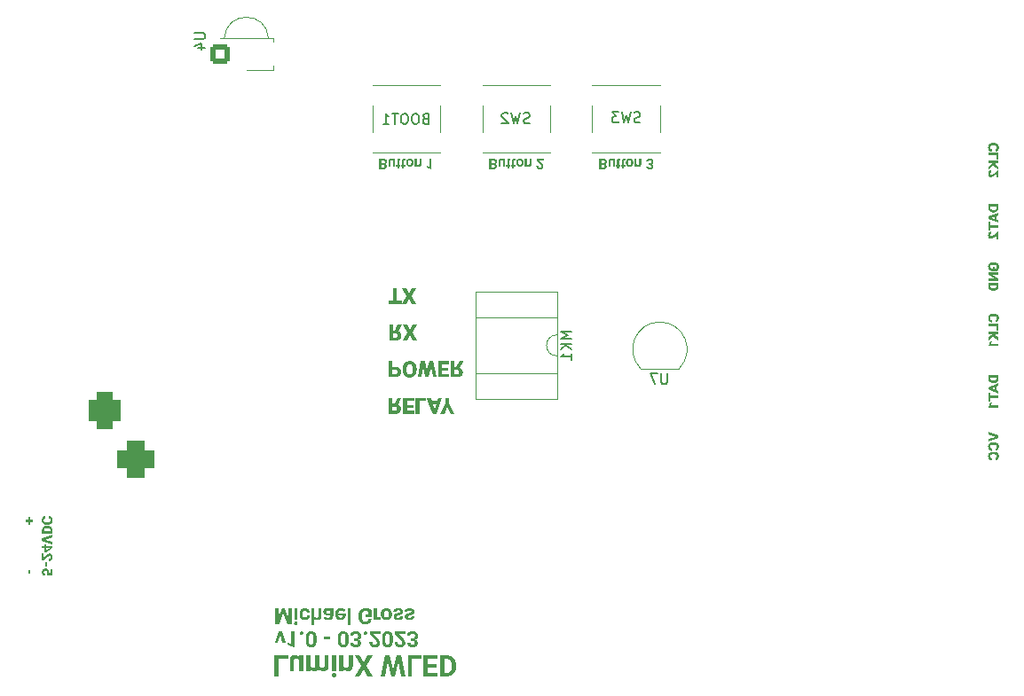
<source format=gbr>
G04 #@! TF.GenerationSoftware,KiCad,Pcbnew,(7.0.0)*
G04 #@! TF.CreationDate,2023-03-27T00:55:10+02:00*
G04 #@! TF.ProjectId,LuminX WLED,4c756d69-6e58-4205-974c-45442e6b6963,1.0*
G04 #@! TF.SameCoordinates,Original*
G04 #@! TF.FileFunction,Legend,Bot*
G04 #@! TF.FilePolarity,Positive*
%FSLAX46Y46*%
G04 Gerber Fmt 4.6, Leading zero omitted, Abs format (unit mm)*
G04 Created by KiCad (PCBNEW (7.0.0)) date 2023-03-27 00:55:10*
%MOMM*%
%LPD*%
G01*
G04 APERTURE LIST*
G04 Aperture macros list*
%AMRoundRect*
0 Rectangle with rounded corners*
0 $1 Rounding radius*
0 $2 $3 $4 $5 $6 $7 $8 $9 X,Y pos of 4 corners*
0 Add a 4 corners polygon primitive as box body*
4,1,4,$2,$3,$4,$5,$6,$7,$8,$9,$2,$3,0*
0 Add four circle primitives for the rounded corners*
1,1,$1+$1,$2,$3*
1,1,$1+$1,$4,$5*
1,1,$1+$1,$6,$7*
1,1,$1+$1,$8,$9*
0 Add four rect primitives between the rounded corners*
20,1,$1+$1,$2,$3,$4,$5,0*
20,1,$1+$1,$4,$5,$6,$7,0*
20,1,$1+$1,$6,$7,$8,$9,0*
20,1,$1+$1,$8,$9,$2,$3,0*%
G04 Aperture macros list end*
%ADD10C,0.200000*%
%ADD11C,0.304800*%
%ADD12C,0.400000*%
%ADD13C,0.150000*%
%ADD14C,0.120000*%
%ADD15R,2.500000X2.500000*%
%ADD16O,2.500000X2.500000*%
%ADD17R,1.700000X1.700000*%
%ADD18O,1.700000X1.700000*%
%ADD19C,0.800000*%
%ADD20C,6.400000*%
%ADD21R,2.400000X2.400000*%
%ADD22C,2.400000*%
%ADD23O,1.800000X2.400000*%
%ADD24C,0.650000*%
%ADD25O,2.100000X1.000000*%
%ADD26O,1.600000X1.000000*%
%ADD27C,2.780000*%
%ADD28R,2.600000X2.600000*%
%ADD29C,2.600000*%
%ADD30R,3.500000X3.500000*%
%ADD31RoundRect,0.750000X-0.750000X-1.000000X0.750000X-1.000000X0.750000X1.000000X-0.750000X1.000000X0*%
%ADD32RoundRect,0.875000X-0.875000X-0.875000X0.875000X-0.875000X0.875000X0.875000X-0.875000X0.875000X0*%
%ADD33R,1.600000X1.600000*%
%ADD34C,1.600000*%
%ADD35O,1.900000X1.200000*%
%ADD36C,1.450000*%
%ADD37R,1.050000X1.500000*%
%ADD38O,1.050000X1.500000*%
%ADD39R,1.550000X1.300000*%
%ADD40RoundRect,0.250200X-0.649800X-0.649800X0.649800X-0.649800X0.649800X0.649800X-0.649800X0.649800X0*%
%ADD41C,1.800000*%
%ADD42O,1.600000X1.600000*%
G04 APERTURE END LIST*
D10*
G36*
X127625565Y-84520162D02*
G01*
X127635976Y-84520465D01*
X127646235Y-84520910D01*
X127656340Y-84521495D01*
X127666293Y-84522222D01*
X127676093Y-84523091D01*
X127695236Y-84525251D01*
X127713768Y-84527976D01*
X127731689Y-84531265D01*
X127749000Y-84535120D01*
X127765700Y-84539539D01*
X127781789Y-84544523D01*
X127797268Y-84550072D01*
X127812137Y-84556186D01*
X127826394Y-84562864D01*
X127840041Y-84570107D01*
X127853078Y-84577916D01*
X127865504Y-84586289D01*
X127877319Y-84595226D01*
X127888469Y-84604718D01*
X127898900Y-84614754D01*
X127908611Y-84625334D01*
X127917604Y-84636458D01*
X127925876Y-84648125D01*
X127933430Y-84660336D01*
X127940264Y-84673091D01*
X127946378Y-84686390D01*
X127951774Y-84700233D01*
X127956450Y-84714619D01*
X127960406Y-84729549D01*
X127963643Y-84745023D01*
X127966161Y-84761041D01*
X127967960Y-84777603D01*
X127969039Y-84794709D01*
X127969398Y-84812358D01*
X127969225Y-84822759D01*
X127968704Y-84832959D01*
X127967836Y-84842955D01*
X127966620Y-84852750D01*
X127964146Y-84867062D01*
X127960890Y-84880920D01*
X127956853Y-84894322D01*
X127952034Y-84907269D01*
X127946434Y-84919762D01*
X127940053Y-84931799D01*
X127932890Y-84943381D01*
X127924946Y-84954508D01*
X127916370Y-84965063D01*
X127907218Y-84974932D01*
X127897490Y-84984114D01*
X127887188Y-84992609D01*
X127876310Y-85000418D01*
X127864857Y-85007539D01*
X127852828Y-85013973D01*
X127840224Y-85019720D01*
X127827045Y-85024781D01*
X127813291Y-85029154D01*
X127803802Y-85031688D01*
X127812112Y-85035102D01*
X127824140Y-85040659D01*
X127835645Y-85046740D01*
X127846626Y-85053344D01*
X127857083Y-85060473D01*
X127867016Y-85068125D01*
X127876426Y-85076301D01*
X127885312Y-85085000D01*
X127893674Y-85094224D01*
X127901512Y-85103971D01*
X127908826Y-85114242D01*
X127913410Y-85121364D01*
X127919732Y-85132303D01*
X127925389Y-85143551D01*
X127930380Y-85155109D01*
X127934705Y-85166976D01*
X127938365Y-85179152D01*
X127941360Y-85191637D01*
X127943689Y-85204431D01*
X127945353Y-85217534D01*
X127946351Y-85230947D01*
X127946684Y-85244668D01*
X127946316Y-85261327D01*
X127945211Y-85277477D01*
X127943369Y-85293117D01*
X127940791Y-85308247D01*
X127937477Y-85322869D01*
X127933426Y-85336980D01*
X127928638Y-85350583D01*
X127923114Y-85363675D01*
X127916854Y-85376259D01*
X127909857Y-85388332D01*
X127902123Y-85399897D01*
X127893653Y-85410952D01*
X127884446Y-85421497D01*
X127874502Y-85431533D01*
X127863822Y-85441059D01*
X127852406Y-85450076D01*
X127840308Y-85458594D01*
X127827524Y-85466563D01*
X127814052Y-85473982D01*
X127799894Y-85480851D01*
X127785048Y-85487171D01*
X127769516Y-85492941D01*
X127753297Y-85498162D01*
X127736391Y-85502833D01*
X127718798Y-85506954D01*
X127700518Y-85510526D01*
X127681551Y-85513549D01*
X127671809Y-85514854D01*
X127661897Y-85516022D01*
X127651812Y-85517052D01*
X127641556Y-85517945D01*
X127631128Y-85518701D01*
X127620528Y-85519319D01*
X127609756Y-85519800D01*
X127598813Y-85520143D01*
X127587698Y-85520350D01*
X127576412Y-85520418D01*
X127226167Y-85520418D01*
X127226167Y-85098367D01*
X127432064Y-85098367D01*
X127432064Y-85353600D01*
X127576412Y-85353600D01*
X127586887Y-85353482D01*
X127597004Y-85353127D01*
X127611507Y-85352151D01*
X127625203Y-85350643D01*
X127638092Y-85348602D01*
X127650173Y-85346029D01*
X127661447Y-85342923D01*
X127671914Y-85339285D01*
X127681574Y-85335115D01*
X127690427Y-85330413D01*
X127700975Y-85323314D01*
X127705767Y-85319378D01*
X127714422Y-85310600D01*
X127721841Y-85300617D01*
X127728023Y-85289427D01*
X127731849Y-85280244D01*
X127734979Y-85270382D01*
X127737413Y-85259842D01*
X127739152Y-85248624D01*
X127740195Y-85236727D01*
X127740543Y-85224152D01*
X127739934Y-85209235D01*
X127738108Y-85195258D01*
X127735065Y-85182223D01*
X127730804Y-85170128D01*
X127725325Y-85158974D01*
X127718630Y-85148761D01*
X127710717Y-85139488D01*
X127701586Y-85131156D01*
X127691238Y-85123765D01*
X127679673Y-85117314D01*
X127666890Y-85111805D01*
X127652890Y-85107236D01*
X127637673Y-85103607D01*
X127621238Y-85100920D01*
X127603586Y-85099173D01*
X127584716Y-85098367D01*
X127432064Y-85098367D01*
X127226167Y-85098367D01*
X127226167Y-84685596D01*
X127432064Y-84685596D01*
X127432064Y-84952798D01*
X127621108Y-84952798D01*
X127638321Y-84952030D01*
X127654424Y-84950214D01*
X127669417Y-84947351D01*
X127683298Y-84943440D01*
X127696070Y-84938482D01*
X127707730Y-84932476D01*
X127718280Y-84925423D01*
X127727720Y-84917322D01*
X127736049Y-84908173D01*
X127743268Y-84897977D01*
X127749376Y-84886733D01*
X127754373Y-84874442D01*
X127758260Y-84861103D01*
X127761036Y-84846716D01*
X127762702Y-84831282D01*
X127763257Y-84814801D01*
X127763217Y-84811040D01*
X127762616Y-84800066D01*
X127761294Y-84789551D01*
X127759250Y-84779495D01*
X127756485Y-84769899D01*
X127751677Y-84757818D01*
X127745586Y-84746555D01*
X127738213Y-84736107D01*
X127729558Y-84726477D01*
X127722225Y-84719790D01*
X127717001Y-84715649D01*
X127708697Y-84709939D01*
X127699831Y-84704830D01*
X127690402Y-84700322D01*
X127680410Y-84696415D01*
X127669857Y-84693109D01*
X127658741Y-84690405D01*
X127647062Y-84688301D01*
X127634821Y-84686798D01*
X127622018Y-84685897D01*
X127608652Y-84685596D01*
X127432064Y-84685596D01*
X127226167Y-84685596D01*
X127226167Y-84520000D01*
X127615002Y-84520000D01*
X127625565Y-84520162D01*
G37*
G36*
X128551185Y-84594738D02*
G01*
X128541775Y-84583795D01*
X128531924Y-84573557D01*
X128521632Y-84564026D01*
X128510900Y-84555201D01*
X128499727Y-84547082D01*
X128488113Y-84539669D01*
X128476058Y-84532962D01*
X128463563Y-84526960D01*
X128450626Y-84521665D01*
X128437249Y-84517076D01*
X128423432Y-84513193D01*
X128409173Y-84510016D01*
X128394473Y-84507545D01*
X128379333Y-84505780D01*
X128363752Y-84504721D01*
X128347731Y-84504368D01*
X128333022Y-84504639D01*
X128318753Y-84505452D01*
X128304926Y-84506807D01*
X128291539Y-84508703D01*
X128278594Y-84511142D01*
X128266089Y-84514122D01*
X128254024Y-84517645D01*
X128242401Y-84521709D01*
X128231218Y-84526315D01*
X128220476Y-84531464D01*
X128210175Y-84537154D01*
X128200315Y-84543386D01*
X128190895Y-84550160D01*
X128181916Y-84557476D01*
X128173378Y-84565333D01*
X128165281Y-84573733D01*
X128157675Y-84582686D01*
X128150550Y-84592143D01*
X128143906Y-84602103D01*
X128137743Y-84612568D01*
X128132060Y-84623536D01*
X128126859Y-84635007D01*
X128122138Y-84646983D01*
X128117898Y-84659462D01*
X128114139Y-84672445D01*
X128110861Y-84685932D01*
X128108063Y-84699923D01*
X128105747Y-84714417D01*
X128103911Y-84729415D01*
X128102557Y-84744917D01*
X128101683Y-84760922D01*
X128101290Y-84777431D01*
X128101290Y-85270314D01*
X128299615Y-85270314D01*
X128299615Y-84782805D01*
X128300028Y-84768549D01*
X128301267Y-84755213D01*
X128303333Y-84742797D01*
X128306225Y-84731300D01*
X128309943Y-84720723D01*
X128314487Y-84711066D01*
X128319857Y-84702329D01*
X128326054Y-84694511D01*
X128333077Y-84687613D01*
X128340926Y-84681635D01*
X128349601Y-84676576D01*
X128359103Y-84672438D01*
X128369431Y-84669219D01*
X128380585Y-84666919D01*
X128392565Y-84665540D01*
X128405372Y-84665080D01*
X128417764Y-84665357D01*
X128429663Y-84666190D01*
X128441067Y-84667578D01*
X128451976Y-84669522D01*
X128462392Y-84672021D01*
X128472313Y-84675075D01*
X128481741Y-84678684D01*
X128490674Y-84682848D01*
X128503147Y-84690136D01*
X128514507Y-84698674D01*
X128524756Y-84708460D01*
X128533893Y-84719496D01*
X128541918Y-84731782D01*
X128544346Y-84736154D01*
X128544346Y-85270314D01*
X128743404Y-85270314D01*
X128743404Y-84520000D01*
X128556558Y-84520000D01*
X128551185Y-84594738D01*
G37*
G36*
X129126132Y-85457892D02*
G01*
X129126132Y-85270314D01*
X129253383Y-85270314D01*
X129253383Y-85124745D01*
X129126132Y-85124745D01*
X129126132Y-84746168D01*
X129126381Y-84736036D01*
X129127388Y-84724412D01*
X129129171Y-84713945D01*
X129132334Y-84702911D01*
X129136613Y-84693543D01*
X129142008Y-84685840D01*
X129150333Y-84678798D01*
X129159664Y-84674138D01*
X129171021Y-84670749D01*
X129182034Y-84668896D01*
X129191857Y-84668049D01*
X129202581Y-84667766D01*
X129212700Y-84667886D01*
X129224355Y-84668344D01*
X129235477Y-84669145D01*
X129246067Y-84670290D01*
X129256125Y-84671778D01*
X129260955Y-84672651D01*
X129260955Y-84522198D01*
X129249977Y-84519011D01*
X129238935Y-84516138D01*
X129227829Y-84513579D01*
X129216659Y-84511333D01*
X129205424Y-84509400D01*
X129194125Y-84507781D01*
X129182761Y-84506475D01*
X129171333Y-84505482D01*
X129159840Y-84504803D01*
X129148283Y-84504438D01*
X129140543Y-84504368D01*
X129127691Y-84504577D01*
X129115240Y-84505204D01*
X129103189Y-84506248D01*
X129091538Y-84507711D01*
X129080287Y-84509592D01*
X129069437Y-84511890D01*
X129058986Y-84514606D01*
X129048936Y-84517740D01*
X129039287Y-84521292D01*
X129030037Y-84525262D01*
X129021188Y-84529650D01*
X129004690Y-84539679D01*
X128989793Y-84551380D01*
X128976497Y-84564752D01*
X128964802Y-84579796D01*
X128954708Y-84596511D01*
X128950261Y-84605496D01*
X128946215Y-84614898D01*
X128942569Y-84624719D01*
X128939323Y-84634957D01*
X128936477Y-84645613D01*
X128934031Y-84656687D01*
X128931986Y-84668179D01*
X128930341Y-84680088D01*
X128929096Y-84692416D01*
X128928252Y-84705161D01*
X128927807Y-84718325D01*
X128927807Y-85124745D01*
X128819119Y-85124745D01*
X128819119Y-85270314D01*
X128927807Y-85270314D01*
X128927807Y-85457892D01*
X129126132Y-85457892D01*
G37*
G36*
X129598987Y-85457892D02*
G01*
X129598987Y-85270314D01*
X129726237Y-85270314D01*
X129726237Y-85124745D01*
X129598987Y-85124745D01*
X129598987Y-84746168D01*
X129599235Y-84736036D01*
X129600242Y-84724412D01*
X129602025Y-84713945D01*
X129605188Y-84702911D01*
X129609467Y-84693543D01*
X129614862Y-84685840D01*
X129623187Y-84678798D01*
X129632518Y-84674138D01*
X129643875Y-84670749D01*
X129654888Y-84668896D01*
X129664711Y-84668049D01*
X129675435Y-84667766D01*
X129685554Y-84667886D01*
X129697209Y-84668344D01*
X129708331Y-84669145D01*
X129718922Y-84670290D01*
X129728979Y-84671778D01*
X129733809Y-84672651D01*
X129733809Y-84522198D01*
X129722831Y-84519011D01*
X129711790Y-84516138D01*
X129700683Y-84513579D01*
X129689513Y-84511333D01*
X129678278Y-84509400D01*
X129666979Y-84507781D01*
X129655615Y-84506475D01*
X129644187Y-84505482D01*
X129632694Y-84504803D01*
X129621137Y-84504438D01*
X129613397Y-84504368D01*
X129600545Y-84504577D01*
X129588094Y-84505204D01*
X129576043Y-84506248D01*
X129564392Y-84507711D01*
X129553141Y-84509592D01*
X129542291Y-84511890D01*
X129531841Y-84514606D01*
X129521791Y-84517740D01*
X129512141Y-84521292D01*
X129502891Y-84525262D01*
X129494042Y-84529650D01*
X129477544Y-84539679D01*
X129462647Y-84551380D01*
X129449351Y-84564752D01*
X129437656Y-84579796D01*
X129427562Y-84596511D01*
X129423116Y-84605496D01*
X129419069Y-84614898D01*
X129415423Y-84624719D01*
X129412177Y-84634957D01*
X129409331Y-84645613D01*
X129406886Y-84656687D01*
X129404840Y-84668179D01*
X129403195Y-84680088D01*
X129401950Y-84692416D01*
X129401106Y-84705161D01*
X129400661Y-84718325D01*
X129400661Y-85124745D01*
X129291973Y-85124745D01*
X129291973Y-85270314D01*
X129400661Y-85270314D01*
X129400661Y-85457892D01*
X129598987Y-85457892D01*
G37*
G36*
X130145095Y-84504468D02*
G01*
X130154963Y-84504769D01*
X130174312Y-84505971D01*
X130193148Y-84507974D01*
X130211471Y-84510779D01*
X130229281Y-84514386D01*
X130246577Y-84518794D01*
X130263361Y-84524003D01*
X130279630Y-84530013D01*
X130295387Y-84536826D01*
X130310630Y-84544439D01*
X130325360Y-84552854D01*
X130339577Y-84562070D01*
X130353280Y-84572088D01*
X130366470Y-84582907D01*
X130379147Y-84594528D01*
X130391310Y-84606950D01*
X130397186Y-84613442D01*
X130408377Y-84626820D01*
X130418822Y-84640723D01*
X130428521Y-84655150D01*
X130437474Y-84670103D01*
X130445681Y-84685580D01*
X130453142Y-84701581D01*
X130459857Y-84718108D01*
X130465826Y-84735159D01*
X130471048Y-84752735D01*
X130475525Y-84770836D01*
X130479255Y-84789461D01*
X130482240Y-84808611D01*
X130483452Y-84818383D01*
X130484478Y-84828286D01*
X130485317Y-84838320D01*
X130485970Y-84848486D01*
X130486436Y-84858782D01*
X130486716Y-84869210D01*
X130486809Y-84879769D01*
X130485588Y-84930327D01*
X130483885Y-84949702D01*
X130481524Y-84968563D01*
X130478504Y-84986911D01*
X130474826Y-85004745D01*
X130470490Y-85022066D01*
X130465495Y-85038874D01*
X130459843Y-85055169D01*
X130453531Y-85070950D01*
X130446562Y-85086218D01*
X130438934Y-85100973D01*
X130430648Y-85115215D01*
X130421703Y-85128943D01*
X130412101Y-85142158D01*
X130401840Y-85154859D01*
X130390920Y-85167047D01*
X130379343Y-85178722D01*
X130367250Y-85189814D01*
X130354724Y-85200189D01*
X130341764Y-85209849D01*
X130328372Y-85218794D01*
X130314547Y-85227022D01*
X130300288Y-85234536D01*
X130285596Y-85241334D01*
X130270471Y-85247416D01*
X130254913Y-85252782D01*
X130238922Y-85257434D01*
X130222498Y-85261369D01*
X130205640Y-85264589D01*
X130188349Y-85267094D01*
X130170626Y-85268882D01*
X130152469Y-85269956D01*
X130133878Y-85270314D01*
X130120759Y-85270129D01*
X130107840Y-85269577D01*
X130095121Y-85268656D01*
X130082603Y-85267367D01*
X130070285Y-85265710D01*
X130058167Y-85263685D01*
X130046250Y-85261291D01*
X130034533Y-85258529D01*
X130023016Y-85255398D01*
X130011700Y-85251900D01*
X130000584Y-85248033D01*
X129989668Y-85243798D01*
X129978953Y-85239195D01*
X129968438Y-85234223D01*
X129958124Y-85228883D01*
X129948010Y-85223175D01*
X129938143Y-85217131D01*
X129928569Y-85210783D01*
X129919290Y-85204132D01*
X129910305Y-85197178D01*
X129901613Y-85189920D01*
X129893215Y-85182359D01*
X129885111Y-85174495D01*
X129877301Y-85166327D01*
X129869785Y-85157856D01*
X129862563Y-85149081D01*
X129855634Y-85140003D01*
X129849000Y-85130622D01*
X129842659Y-85120937D01*
X129836612Y-85110949D01*
X129830859Y-85100657D01*
X129825400Y-85090062D01*
X129820253Y-85079222D01*
X129815439Y-85068195D01*
X129810957Y-85056981D01*
X129806807Y-85045580D01*
X129802989Y-85033991D01*
X129799502Y-85022216D01*
X129796348Y-85010254D01*
X129793526Y-84998105D01*
X129791036Y-84985769D01*
X129788878Y-84973246D01*
X129787052Y-84960535D01*
X129785558Y-84947638D01*
X129784396Y-84934554D01*
X129783566Y-84921283D01*
X129783068Y-84907825D01*
X129782902Y-84894180D01*
X129782902Y-84885387D01*
X129782950Y-84879769D01*
X129981227Y-84879769D01*
X129981266Y-84887067D01*
X129981577Y-84901300D01*
X129982199Y-84915050D01*
X129983132Y-84928317D01*
X129984376Y-84941102D01*
X129985931Y-84953403D01*
X129987797Y-84965222D01*
X129989974Y-84976559D01*
X129992463Y-84987412D01*
X129995262Y-84997783D01*
X129998372Y-85007671D01*
X130001793Y-85017076D01*
X130007509Y-85030279D01*
X130013924Y-85042396D01*
X130021038Y-85053426D01*
X130026173Y-85060228D01*
X130034355Y-85069609D01*
X130043112Y-85078003D01*
X130052444Y-85085409D01*
X130062352Y-85091827D01*
X130072834Y-85097258D01*
X130083893Y-85101702D01*
X130095526Y-85105158D01*
X130107735Y-85107627D01*
X130120519Y-85109108D01*
X130133878Y-85109602D01*
X130142939Y-85109381D01*
X130156048Y-85108224D01*
X130168576Y-85106075D01*
X130180525Y-85102935D01*
X130191895Y-85098803D01*
X130202685Y-85093678D01*
X130212895Y-85087563D01*
X130222526Y-85080455D01*
X130231577Y-85072356D01*
X130240048Y-85063265D01*
X130247940Y-85053182D01*
X130255186Y-85042197D01*
X130261719Y-85030401D01*
X130267539Y-85017794D01*
X130272647Y-85004375D01*
X130275656Y-84994978D01*
X130278348Y-84985221D01*
X130280724Y-84975103D01*
X130282783Y-84964625D01*
X130284525Y-84953785D01*
X130285950Y-84942585D01*
X130287059Y-84931025D01*
X130287851Y-84919104D01*
X130288326Y-84906822D01*
X130288484Y-84894180D01*
X130288445Y-84886718D01*
X130288128Y-84872180D01*
X130287494Y-84858155D01*
X130286544Y-84844643D01*
X130285277Y-84831645D01*
X130283693Y-84819160D01*
X130281793Y-84807188D01*
X130279576Y-84795730D01*
X130277042Y-84784785D01*
X130274191Y-84774353D01*
X130271023Y-84764434D01*
X130267539Y-84755029D01*
X130261719Y-84741884D01*
X130255186Y-84729893D01*
X130247940Y-84719057D01*
X130242748Y-84712432D01*
X130234495Y-84703296D01*
X130225683Y-84695122D01*
X130216314Y-84687909D01*
X130206386Y-84681658D01*
X130195900Y-84676368D01*
X130184857Y-84672041D01*
X130173255Y-84668675D01*
X130161094Y-84666270D01*
X130148376Y-84664828D01*
X130135100Y-84664347D01*
X130125982Y-84664564D01*
X130112802Y-84665701D01*
X130100219Y-84667812D01*
X130088232Y-84670898D01*
X130076843Y-84674959D01*
X130066050Y-84679995D01*
X130055854Y-84686004D01*
X130046255Y-84692989D01*
X130037253Y-84700948D01*
X130028847Y-84709882D01*
X130021038Y-84719790D01*
X130013924Y-84730617D01*
X130007509Y-84742307D01*
X130001793Y-84754860D01*
X129996778Y-84768276D01*
X129993823Y-84777700D01*
X129991180Y-84787506D01*
X129988847Y-84797697D01*
X129986825Y-84808271D01*
X129985115Y-84819228D01*
X129983715Y-84830570D01*
X129982626Y-84842294D01*
X129981849Y-84854402D01*
X129981382Y-84866894D01*
X129981227Y-84879769D01*
X129782950Y-84879769D01*
X129782995Y-84874452D01*
X129783276Y-84863662D01*
X129783743Y-84853014D01*
X129784397Y-84842511D01*
X129785239Y-84832151D01*
X129786267Y-84821934D01*
X129787483Y-84811861D01*
X129788885Y-84801932D01*
X129790475Y-84792146D01*
X129792251Y-84782504D01*
X129796365Y-84763651D01*
X129801227Y-84745372D01*
X129806837Y-84727667D01*
X129813195Y-84710537D01*
X129820301Y-84693981D01*
X129828155Y-84677999D01*
X129836757Y-84662592D01*
X129846107Y-84647759D01*
X129856205Y-84633500D01*
X129867051Y-84619816D01*
X129878645Y-84606706D01*
X129890866Y-84594313D01*
X129903596Y-84582720D01*
X129916832Y-84571927D01*
X129930577Y-84561933D01*
X129944829Y-84552739D01*
X129959588Y-84544344D01*
X129974855Y-84536748D01*
X129990630Y-84529952D01*
X130006912Y-84523956D01*
X130023702Y-84518759D01*
X130040999Y-84514362D01*
X130058804Y-84510764D01*
X130077117Y-84507966D01*
X130095937Y-84505967D01*
X130115265Y-84504768D01*
X130125119Y-84504468D01*
X130135100Y-84504368D01*
X130145095Y-84504468D01*
G37*
G36*
X130787717Y-85270314D02*
G01*
X130794067Y-85183607D01*
X130804232Y-85194107D01*
X130814820Y-85203929D01*
X130825832Y-85213074D01*
X130837267Y-85221541D01*
X130849126Y-85229331D01*
X130861409Y-85236444D01*
X130874116Y-85242879D01*
X130887246Y-85248637D01*
X130900799Y-85253717D01*
X130914776Y-85258120D01*
X130929177Y-85261846D01*
X130944001Y-85264894D01*
X130959249Y-85267265D01*
X130974921Y-85268959D01*
X130991016Y-85269975D01*
X131007535Y-85270314D01*
X131022075Y-85270044D01*
X131036142Y-85269237D01*
X131049736Y-85267892D01*
X131062856Y-85266009D01*
X131075503Y-85263587D01*
X131087677Y-85260628D01*
X131099378Y-85257130D01*
X131110606Y-85253094D01*
X131121360Y-85248521D01*
X131131641Y-85243409D01*
X131141449Y-85237759D01*
X131150784Y-85231571D01*
X131159645Y-85224844D01*
X131168033Y-85217580D01*
X131175948Y-85209778D01*
X131183390Y-85201437D01*
X131190404Y-85192592D01*
X131196976Y-85183214D01*
X131203105Y-85173304D01*
X131208791Y-85162862D01*
X131214035Y-85151887D01*
X131218836Y-85140380D01*
X131223194Y-85128341D01*
X131227109Y-85115769D01*
X131230582Y-85102665D01*
X131233612Y-85089028D01*
X131236200Y-85074859D01*
X131238345Y-85060158D01*
X131240047Y-85044924D01*
X131241306Y-85029158D01*
X131242123Y-85012860D01*
X131242497Y-84996029D01*
X131242497Y-84520000D01*
X131043927Y-84520000D01*
X131043927Y-84989923D01*
X131043685Y-85001344D01*
X131042957Y-85012159D01*
X131041744Y-85022370D01*
X131039372Y-85035042D01*
X131036138Y-85046637D01*
X131032041Y-85057157D01*
X131027082Y-85066600D01*
X131021260Y-85074968D01*
X131016328Y-85080537D01*
X131008920Y-85087177D01*
X131000376Y-85092932D01*
X130990694Y-85097802D01*
X130979875Y-85101786D01*
X130967918Y-85104885D01*
X130958205Y-85106628D01*
X130947851Y-85107873D01*
X130936858Y-85108620D01*
X130925225Y-85108869D01*
X130914917Y-85108593D01*
X130904934Y-85107766D01*
X130890572Y-85105491D01*
X130876944Y-85101976D01*
X130864051Y-85097220D01*
X130851891Y-85091222D01*
X130840466Y-85083985D01*
X130829775Y-85075506D01*
X130819818Y-85065787D01*
X130810595Y-85054826D01*
X130804855Y-85046830D01*
X130799440Y-85038283D01*
X130799440Y-84520000D01*
X130600871Y-84520000D01*
X130600871Y-85270314D01*
X130787717Y-85270314D01*
G37*
G36*
X132210431Y-84520000D02*
G01*
X132011862Y-84520000D01*
X132011862Y-85289853D01*
X131774946Y-85218290D01*
X131774946Y-85379734D01*
X132189182Y-85520418D01*
X132210431Y-85520418D01*
X132210431Y-84520000D01*
G37*
D11*
G36*
X129361723Y-98100081D02*
G01*
X128904257Y-98100081D01*
X128904257Y-96859080D01*
X128536870Y-96859080D01*
X128536870Y-98100081D01*
X128087593Y-98100081D01*
X128087593Y-98383718D01*
X129361723Y-98383718D01*
X129361723Y-98100081D01*
G37*
G36*
X130078259Y-97876746D02*
G01*
X130327278Y-98383718D01*
X130747149Y-98383718D01*
X130320950Y-97627726D01*
X130758688Y-96859080D01*
X130334722Y-96859080D01*
X130078259Y-97375357D01*
X129821795Y-96859080D01*
X129398574Y-96859080D01*
X129835195Y-97627726D01*
X129410113Y-98383718D01*
X129828867Y-98383718D01*
X130078259Y-97876746D01*
G37*
D10*
G36*
X185991967Y-83850139D02*
G01*
X186004970Y-83849347D01*
X186017781Y-83848189D01*
X186030401Y-83846667D01*
X186042831Y-83844781D01*
X186055070Y-83842531D01*
X186067118Y-83839915D01*
X186078975Y-83836936D01*
X186090642Y-83833592D01*
X186102117Y-83829883D01*
X186113402Y-83825810D01*
X186124496Y-83821373D01*
X186135399Y-83816571D01*
X186146111Y-83811405D01*
X186156633Y-83805874D01*
X186166964Y-83799979D01*
X186177103Y-83793719D01*
X186187007Y-83787115D01*
X186196628Y-83780187D01*
X186205966Y-83772934D01*
X186215022Y-83765357D01*
X186223796Y-83757455D01*
X186232287Y-83749229D01*
X186240496Y-83740678D01*
X186248422Y-83731804D01*
X186256066Y-83722604D01*
X186263428Y-83713081D01*
X186270507Y-83703233D01*
X186277304Y-83693061D01*
X186283819Y-83682564D01*
X186290051Y-83671743D01*
X186296000Y-83660597D01*
X186301667Y-83649127D01*
X186306991Y-83637391D01*
X186311971Y-83625447D01*
X186316608Y-83613295D01*
X186320901Y-83600935D01*
X186324851Y-83588367D01*
X186328458Y-83575591D01*
X186331721Y-83562607D01*
X186334640Y-83549415D01*
X186337216Y-83536015D01*
X186339449Y-83522407D01*
X186341338Y-83508591D01*
X186342883Y-83494568D01*
X186344085Y-83480336D01*
X186344944Y-83465896D01*
X186345459Y-83451248D01*
X186345631Y-83436392D01*
X186345505Y-83424155D01*
X186345128Y-83412081D01*
X186344500Y-83400171D01*
X186343620Y-83388425D01*
X186342489Y-83376842D01*
X186341106Y-83365423D01*
X186339472Y-83354168D01*
X186337586Y-83343076D01*
X186335449Y-83332148D01*
X186333061Y-83321383D01*
X186330421Y-83310782D01*
X186327530Y-83300345D01*
X186324388Y-83290071D01*
X186320994Y-83279961D01*
X186317349Y-83270015D01*
X186313452Y-83260232D01*
X186309304Y-83250613D01*
X186304905Y-83241157D01*
X186300254Y-83231865D01*
X186295351Y-83222737D01*
X186290198Y-83213772D01*
X186284793Y-83204971D01*
X186279136Y-83196333D01*
X186273228Y-83187860D01*
X186267069Y-83179549D01*
X186260658Y-83171403D01*
X186253996Y-83163420D01*
X186247083Y-83155600D01*
X186239918Y-83147945D01*
X186232502Y-83140453D01*
X186224834Y-83133124D01*
X186216915Y-83125959D01*
X186208752Y-83118987D01*
X186200381Y-83112236D01*
X186191803Y-83105706D01*
X186183019Y-83099398D01*
X186174027Y-83093311D01*
X186164828Y-83087445D01*
X186155423Y-83081801D01*
X186145810Y-83076378D01*
X186135990Y-83071176D01*
X186125963Y-83066196D01*
X186115729Y-83061437D01*
X186105288Y-83056900D01*
X186094641Y-83052583D01*
X186083786Y-83048489D01*
X186072724Y-83044615D01*
X186061454Y-83040963D01*
X186049978Y-83037532D01*
X186038295Y-83034322D01*
X186026405Y-83031334D01*
X186014308Y-83028567D01*
X186002004Y-83026022D01*
X185989493Y-83023698D01*
X185976774Y-83021595D01*
X185963849Y-83019714D01*
X185950717Y-83018054D01*
X185937377Y-83016615D01*
X185923831Y-83015397D01*
X185910077Y-83014401D01*
X185896117Y-83013627D01*
X185881949Y-83013073D01*
X185867575Y-83012741D01*
X185852993Y-83012631D01*
X185803168Y-83012631D01*
X185784901Y-83012830D01*
X185766921Y-83013428D01*
X185749226Y-83014425D01*
X185731818Y-83015821D01*
X185714696Y-83017616D01*
X185697861Y-83019809D01*
X185681311Y-83022401D01*
X185665048Y-83025392D01*
X185649071Y-83028782D01*
X185633381Y-83032571D01*
X185617976Y-83036758D01*
X185602858Y-83041344D01*
X185588026Y-83046329D01*
X185573480Y-83051713D01*
X185559221Y-83057496D01*
X185545247Y-83063677D01*
X185531614Y-83070264D01*
X185518373Y-83077202D01*
X185505525Y-83084491D01*
X185493071Y-83092132D01*
X185481009Y-83100123D01*
X185469341Y-83108465D01*
X185458066Y-83117159D01*
X185447184Y-83126204D01*
X185436695Y-83135599D01*
X185426599Y-83145346D01*
X185416896Y-83155444D01*
X185407586Y-83165893D01*
X185398669Y-83176693D01*
X185390145Y-83187844D01*
X185382015Y-83199347D01*
X185374277Y-83211200D01*
X185366972Y-83223346D01*
X185360138Y-83235727D01*
X185353775Y-83248343D01*
X185347884Y-83261194D01*
X185342464Y-83274279D01*
X185337515Y-83287598D01*
X185333037Y-83301153D01*
X185329031Y-83314942D01*
X185325496Y-83328966D01*
X185322433Y-83343225D01*
X185319841Y-83357718D01*
X185317720Y-83372446D01*
X185316070Y-83387409D01*
X185314892Y-83402606D01*
X185314185Y-83418038D01*
X185313949Y-83433705D01*
X185314043Y-83445008D01*
X185314325Y-83456172D01*
X185314795Y-83467196D01*
X185315453Y-83478081D01*
X185316299Y-83488827D01*
X185317332Y-83499433D01*
X185318554Y-83509900D01*
X185319964Y-83520228D01*
X185321561Y-83530417D01*
X185323347Y-83540466D01*
X185325320Y-83550376D01*
X185327482Y-83560147D01*
X185329831Y-83569778D01*
X185332369Y-83579270D01*
X185338007Y-83597836D01*
X185344398Y-83615846D01*
X185351540Y-83633297D01*
X185359434Y-83650192D01*
X185368080Y-83666530D01*
X185377477Y-83682310D01*
X185387627Y-83697533D01*
X185398528Y-83712199D01*
X185410181Y-83726308D01*
X185422465Y-83739765D01*
X185435319Y-83752477D01*
X185448744Y-83764442D01*
X185462739Y-83775661D01*
X185477305Y-83786133D01*
X185492441Y-83795860D01*
X185508148Y-83804841D01*
X185524426Y-83813075D01*
X185541274Y-83820564D01*
X185558692Y-83827306D01*
X185576681Y-83833303D01*
X185595241Y-83838553D01*
X185604734Y-83840898D01*
X185614371Y-83843057D01*
X185624150Y-83845030D01*
X185634071Y-83846815D01*
X185644136Y-83848415D01*
X185654343Y-83849827D01*
X185664692Y-83851054D01*
X185675184Y-83852093D01*
X185675184Y-83611758D01*
X185663878Y-83611235D01*
X185652977Y-83610396D01*
X185642484Y-83609242D01*
X185632396Y-83607774D01*
X185622715Y-83605991D01*
X185608956Y-83602726D01*
X185596111Y-83598752D01*
X185584180Y-83594071D01*
X185573164Y-83588680D01*
X185563063Y-83582582D01*
X185553876Y-83575774D01*
X185545603Y-83568259D01*
X185543049Y-83565596D01*
X185535847Y-83557091D01*
X185529353Y-83547788D01*
X185523568Y-83537685D01*
X185518491Y-83526785D01*
X185514123Y-83515085D01*
X185510463Y-83502587D01*
X185507511Y-83489291D01*
X185505268Y-83475196D01*
X185504166Y-83465356D01*
X185503379Y-83455160D01*
X185502906Y-83444610D01*
X185502749Y-83433705D01*
X185503013Y-83422657D01*
X185503806Y-83411983D01*
X185505127Y-83401683D01*
X185506977Y-83391757D01*
X185509356Y-83382204D01*
X185513915Y-83368577D01*
X185519663Y-83355792D01*
X185526600Y-83343848D01*
X185534727Y-83332745D01*
X185544042Y-83322484D01*
X185554548Y-83313065D01*
X185566242Y-83304487D01*
X185570404Y-83301814D01*
X185579177Y-83296748D01*
X185588581Y-83291991D01*
X185598617Y-83287543D01*
X185609285Y-83283404D01*
X185620584Y-83279575D01*
X185632514Y-83276054D01*
X185645077Y-83272843D01*
X185658271Y-83269940D01*
X185672096Y-83267347D01*
X185686553Y-83265063D01*
X185701642Y-83263088D01*
X185717362Y-83261422D01*
X185733714Y-83260066D01*
X185750697Y-83259018D01*
X185768313Y-83258280D01*
X185786559Y-83257850D01*
X185857878Y-83257850D01*
X185867833Y-83257890D01*
X185877609Y-83258007D01*
X185896625Y-83258476D01*
X185914925Y-83259259D01*
X185932510Y-83260354D01*
X185949379Y-83261762D01*
X185965532Y-83263483D01*
X185980970Y-83265517D01*
X185995692Y-83267864D01*
X186009699Y-83270524D01*
X186022990Y-83273497D01*
X186035566Y-83276783D01*
X186047426Y-83280382D01*
X186058570Y-83284294D01*
X186068999Y-83288518D01*
X186078713Y-83293056D01*
X186087711Y-83297906D01*
X186096081Y-83303170D01*
X186107623Y-83311913D01*
X186117951Y-83321674D01*
X186127064Y-83332453D01*
X186134961Y-83344248D01*
X186141644Y-83357062D01*
X186145424Y-83366170D01*
X186148664Y-83375729D01*
X186151364Y-83385741D01*
X186153524Y-83396206D01*
X186155144Y-83407122D01*
X186156224Y-83418491D01*
X186156764Y-83430312D01*
X186156831Y-83436392D01*
X186156678Y-83446649D01*
X186156217Y-83456599D01*
X186154950Y-83470948D01*
X186152991Y-83484606D01*
X186150341Y-83497573D01*
X186147001Y-83509848D01*
X186142968Y-83521432D01*
X186138245Y-83532325D01*
X186132830Y-83542527D01*
X186126725Y-83552037D01*
X186119928Y-83560856D01*
X186117508Y-83563642D01*
X186109681Y-83571523D01*
X186101039Y-83578678D01*
X186091581Y-83585107D01*
X186081307Y-83590811D01*
X186070217Y-83595789D01*
X186058312Y-83600041D01*
X186045591Y-83603568D01*
X186032054Y-83606370D01*
X186017701Y-83608446D01*
X186007680Y-83609426D01*
X185997295Y-83610085D01*
X185991967Y-83610293D01*
X185991967Y-83850139D01*
G37*
G36*
X186144619Y-84200384D02*
G01*
X186144619Y-84619993D01*
X186330000Y-84619993D01*
X186330000Y-83959072D01*
X185329581Y-83959072D01*
X185329581Y-84200384D01*
X186144619Y-84200384D01*
G37*
G36*
X185957529Y-85057432D02*
G01*
X186066217Y-84958513D01*
X186330000Y-84958513D01*
X186330000Y-84717201D01*
X185329581Y-84717201D01*
X185329581Y-84958513D01*
X185770683Y-84958513D01*
X185643677Y-85042289D01*
X185329581Y-85257955D01*
X185329581Y-85555931D01*
X185772149Y-85218144D01*
X186330000Y-85555931D01*
X186330000Y-85270167D01*
X185957529Y-85057432D01*
G37*
G36*
X186330000Y-86295743D02*
G01*
X186330000Y-85597697D01*
X186178813Y-85597697D01*
X185840293Y-85919365D01*
X185831860Y-85926668D01*
X185823536Y-85933739D01*
X185815322Y-85940578D01*
X185807217Y-85947186D01*
X185799221Y-85953561D01*
X185791334Y-85959705D01*
X185775889Y-85971297D01*
X185760880Y-85981962D01*
X185746309Y-85991699D01*
X185732174Y-86000509D01*
X185718476Y-86008391D01*
X185705216Y-86015346D01*
X185692392Y-86021374D01*
X185680005Y-86026475D01*
X185668056Y-86030648D01*
X185656543Y-86033894D01*
X185645467Y-86036212D01*
X185634828Y-86037603D01*
X185624626Y-86038067D01*
X185612763Y-86037820D01*
X185601445Y-86037079D01*
X185590672Y-86035845D01*
X185580445Y-86034117D01*
X185570763Y-86031895D01*
X185558701Y-86028165D01*
X185547609Y-86023556D01*
X185537487Y-86018071D01*
X185528333Y-86011707D01*
X185526196Y-86009979D01*
X185518297Y-86002556D01*
X185511450Y-85994332D01*
X185505657Y-85985306D01*
X185500917Y-85975480D01*
X185497231Y-85964851D01*
X185494597Y-85953421D01*
X185493017Y-85941190D01*
X185492491Y-85928157D01*
X185493197Y-85915277D01*
X185495315Y-85903016D01*
X185498845Y-85891372D01*
X185503787Y-85880347D01*
X185510141Y-85869940D01*
X185517907Y-85860151D01*
X185527085Y-85850981D01*
X185534896Y-85844508D01*
X185537676Y-85842428D01*
X185546343Y-85836536D01*
X185555401Y-85831223D01*
X185564850Y-85826489D01*
X185574690Y-85822335D01*
X185584920Y-85818761D01*
X185595541Y-85815767D01*
X185606553Y-85813352D01*
X185617955Y-85811516D01*
X185629748Y-85810260D01*
X185641932Y-85809584D01*
X185650272Y-85809455D01*
X185650272Y-85577181D01*
X185638816Y-85577360D01*
X185627469Y-85577898D01*
X185616231Y-85578795D01*
X185605102Y-85580050D01*
X185594081Y-85581665D01*
X185583170Y-85583638D01*
X185572367Y-85585969D01*
X185561673Y-85588660D01*
X185551087Y-85591709D01*
X185540610Y-85595117D01*
X185530243Y-85598884D01*
X185519983Y-85603009D01*
X185509833Y-85607493D01*
X185499791Y-85612336D01*
X185489858Y-85617538D01*
X185480034Y-85623098D01*
X185470398Y-85629007D01*
X185461029Y-85635192D01*
X185451927Y-85641654D01*
X185443093Y-85648393D01*
X185434525Y-85655408D01*
X185426225Y-85662700D01*
X185418191Y-85670269D01*
X185410425Y-85678114D01*
X185402926Y-85686236D01*
X185395694Y-85694635D01*
X185388730Y-85703310D01*
X185382032Y-85712262D01*
X185375601Y-85721491D01*
X185369438Y-85730996D01*
X185363542Y-85740778D01*
X185357913Y-85750837D01*
X185352589Y-85761140D01*
X185347609Y-85771594D01*
X185342972Y-85782199D01*
X185338679Y-85792954D01*
X185334729Y-85803860D01*
X185331123Y-85814917D01*
X185327860Y-85826124D01*
X185324940Y-85837482D01*
X185322364Y-85848991D01*
X185320132Y-85860651D01*
X185318243Y-85872462D01*
X185316697Y-85884423D01*
X185315495Y-85896535D01*
X185314636Y-85908797D01*
X185314121Y-85921211D01*
X185313949Y-85933775D01*
X185314022Y-85943823D01*
X185314242Y-85953727D01*
X185315121Y-85973098D01*
X185316585Y-85991890D01*
X185318636Y-86010101D01*
X185321272Y-86027732D01*
X185324494Y-86044783D01*
X185328301Y-86061255D01*
X185332695Y-86077146D01*
X185337674Y-86092457D01*
X185343239Y-86107187D01*
X185349390Y-86121338D01*
X185356127Y-86134909D01*
X185363449Y-86147900D01*
X185371358Y-86160310D01*
X185379852Y-86172141D01*
X185388932Y-86183391D01*
X185398560Y-86194009D01*
X185408700Y-86203942D01*
X185419351Y-86213190D01*
X185430514Y-86221753D01*
X185442188Y-86229630D01*
X185454374Y-86236823D01*
X185467070Y-86243331D01*
X185480279Y-86249154D01*
X185493998Y-86254291D01*
X185508229Y-86258744D01*
X185522972Y-86262512D01*
X185538225Y-86265594D01*
X185553990Y-86267992D01*
X185570267Y-86269704D01*
X185587055Y-86270732D01*
X185604354Y-86271074D01*
X185615411Y-86270881D01*
X185626416Y-86270302D01*
X185637370Y-86269336D01*
X185648272Y-86267983D01*
X185659123Y-86266244D01*
X185669922Y-86264119D01*
X185680669Y-86261608D01*
X185691366Y-86258710D01*
X185702010Y-86255425D01*
X185712603Y-86251754D01*
X185719637Y-86249093D01*
X185730175Y-86244756D01*
X185740817Y-86239991D01*
X185751562Y-86234796D01*
X185762410Y-86229172D01*
X185773361Y-86223118D01*
X185784414Y-86216635D01*
X185795571Y-86209723D01*
X185806831Y-86202381D01*
X185818194Y-86194610D01*
X185829660Y-86186410D01*
X185837362Y-86180705D01*
X185845218Y-86174682D01*
X185853398Y-86168218D01*
X185861902Y-86161310D01*
X185870731Y-86153960D01*
X185879885Y-86146167D01*
X185889363Y-86137932D01*
X185899165Y-86129253D01*
X185909291Y-86120132D01*
X185919742Y-86110569D01*
X185930517Y-86100562D01*
X185941617Y-86090113D01*
X185953041Y-86079222D01*
X185964790Y-86067887D01*
X185976863Y-86056110D01*
X185989260Y-86043890D01*
X186001981Y-86031228D01*
X186151458Y-85902023D01*
X186151458Y-86295743D01*
X186330000Y-86295743D01*
G37*
G36*
X186330000Y-89185869D02*
G01*
X186329671Y-89201986D01*
X186328870Y-89217914D01*
X186327595Y-89233653D01*
X186325847Y-89249204D01*
X186323626Y-89264565D01*
X186320932Y-89279738D01*
X186317764Y-89294722D01*
X186314124Y-89309517D01*
X186310010Y-89324122D01*
X186305423Y-89338539D01*
X186300362Y-89352768D01*
X186294829Y-89366807D01*
X186288822Y-89380657D01*
X186282342Y-89394318D01*
X186275388Y-89407791D01*
X186267962Y-89421074D01*
X186260083Y-89434078D01*
X186251834Y-89446708D01*
X186243215Y-89458967D01*
X186234226Y-89470854D01*
X186224866Y-89482369D01*
X186215137Y-89493512D01*
X186205037Y-89504282D01*
X186194567Y-89514681D01*
X186183727Y-89524707D01*
X186172516Y-89534361D01*
X186160936Y-89543643D01*
X186148985Y-89552553D01*
X186136664Y-89561091D01*
X186123973Y-89569257D01*
X186110912Y-89577051D01*
X186097480Y-89584473D01*
X186083752Y-89591512D01*
X186069801Y-89598097D01*
X186055626Y-89604228D01*
X186041228Y-89609905D01*
X186026607Y-89615127D01*
X186011763Y-89619896D01*
X185996695Y-89624210D01*
X185981404Y-89628070D01*
X185965890Y-89631476D01*
X185950152Y-89634428D01*
X185934192Y-89636926D01*
X185918008Y-89638970D01*
X185901600Y-89640559D01*
X185884970Y-89641694D01*
X185868116Y-89642376D01*
X185851039Y-89642603D01*
X185805122Y-89642603D01*
X185788219Y-89642282D01*
X185771523Y-89641504D01*
X185755033Y-89640267D01*
X185738749Y-89638573D01*
X185722671Y-89636420D01*
X185706799Y-89633810D01*
X185691133Y-89630742D01*
X185675673Y-89627215D01*
X185660419Y-89623231D01*
X185645372Y-89618789D01*
X185630530Y-89613889D01*
X185615894Y-89608531D01*
X185601465Y-89602715D01*
X185587242Y-89596441D01*
X185573224Y-89589709D01*
X185559413Y-89582519D01*
X185545899Y-89574918D01*
X185532772Y-89566952D01*
X185520032Y-89558622D01*
X185507680Y-89549928D01*
X185495715Y-89540869D01*
X185484137Y-89531445D01*
X185472947Y-89521658D01*
X185462144Y-89511505D01*
X185451728Y-89500989D01*
X185441700Y-89490107D01*
X185432059Y-89478862D01*
X185422805Y-89467252D01*
X185413939Y-89455277D01*
X185405460Y-89442938D01*
X185397369Y-89430234D01*
X185389665Y-89417167D01*
X185382389Y-89403842D01*
X185375582Y-89390307D01*
X185369245Y-89376563D01*
X185363378Y-89362609D01*
X185357980Y-89348445D01*
X185353051Y-89334071D01*
X185348592Y-89319487D01*
X185344602Y-89304693D01*
X185341081Y-89289689D01*
X185338030Y-89274475D01*
X185335448Y-89259052D01*
X185333336Y-89243418D01*
X185331693Y-89227575D01*
X185330520Y-89211522D01*
X185329816Y-89195259D01*
X185329581Y-89178786D01*
X185329581Y-89097941D01*
X185515694Y-89097941D01*
X185515694Y-89178786D01*
X185515981Y-89191898D01*
X185516843Y-89204614D01*
X185518278Y-89216933D01*
X185520289Y-89228855D01*
X185522873Y-89240381D01*
X185526032Y-89251509D01*
X185529765Y-89262240D01*
X185534073Y-89272575D01*
X185538955Y-89282512D01*
X185544411Y-89292053D01*
X185550442Y-89301197D01*
X185557047Y-89309944D01*
X185564227Y-89318294D01*
X185571980Y-89326247D01*
X185580308Y-89333803D01*
X185589211Y-89340963D01*
X185598680Y-89347706D01*
X185608708Y-89354015D01*
X185619296Y-89359888D01*
X185630442Y-89365326D01*
X185642148Y-89370329D01*
X185654412Y-89374897D01*
X185667236Y-89379030D01*
X185680619Y-89382728D01*
X185694561Y-89385991D01*
X185709062Y-89388819D01*
X185724122Y-89391212D01*
X185739741Y-89393170D01*
X185755919Y-89394692D01*
X185772656Y-89395780D01*
X185789953Y-89396433D01*
X185807808Y-89396650D01*
X185851039Y-89396650D01*
X185868985Y-89396433D01*
X185886371Y-89395780D01*
X185903195Y-89394692D01*
X185919458Y-89393170D01*
X185935160Y-89391212D01*
X185950301Y-89388819D01*
X185964881Y-89385991D01*
X185978900Y-89382728D01*
X185992359Y-89379030D01*
X186005256Y-89374897D01*
X186017592Y-89370329D01*
X186029367Y-89365326D01*
X186040581Y-89359888D01*
X186051234Y-89354015D01*
X186061327Y-89347706D01*
X186070858Y-89340963D01*
X186079790Y-89333815D01*
X186088146Y-89326293D01*
X186095925Y-89318397D01*
X186103128Y-89310127D01*
X186109755Y-89301483D01*
X186115806Y-89292465D01*
X186121281Y-89283073D01*
X186126179Y-89273308D01*
X186130501Y-89263168D01*
X186134246Y-89252654D01*
X186137416Y-89241766D01*
X186140009Y-89230504D01*
X186142026Y-89218868D01*
X186143467Y-89206858D01*
X186144331Y-89194474D01*
X186144619Y-89181716D01*
X186144619Y-89097941D01*
X185515694Y-89097941D01*
X185329581Y-89097941D01*
X185329581Y-88856629D01*
X186330000Y-88856629D01*
X186330000Y-89185869D01*
G37*
G36*
X186330000Y-89926657D02*
G01*
X186140956Y-89984543D01*
X186140956Y-90314759D01*
X186330000Y-90373133D01*
X186330000Y-90632275D01*
X185329581Y-90262735D01*
X185329581Y-90149407D01*
X185609972Y-90149407D01*
X185954842Y-90257118D01*
X185954842Y-90042184D01*
X185609972Y-90149407D01*
X185329581Y-90149407D01*
X185329581Y-90035834D01*
X186330000Y-89669225D01*
X186330000Y-89926657D01*
G37*
G36*
X185515694Y-91403349D02*
G01*
X185515694Y-91103175D01*
X186330000Y-91103175D01*
X186330000Y-90862107D01*
X185515694Y-90862107D01*
X185515694Y-90567306D01*
X185329581Y-90567306D01*
X185329581Y-91403349D01*
X185515694Y-91403349D01*
G37*
G36*
X186330000Y-92183950D02*
G01*
X186330000Y-91485903D01*
X186178813Y-91485903D01*
X185840293Y-91807571D01*
X185831860Y-91814874D01*
X185823536Y-91821945D01*
X185815322Y-91828785D01*
X185807217Y-91835392D01*
X185799221Y-91841768D01*
X185791334Y-91847911D01*
X185775889Y-91859503D01*
X185760880Y-91870168D01*
X185746309Y-91879905D01*
X185732174Y-91888715D01*
X185718476Y-91896598D01*
X185705216Y-91903553D01*
X185692392Y-91909581D01*
X185680005Y-91914681D01*
X185668056Y-91918854D01*
X185656543Y-91922100D01*
X185645467Y-91924419D01*
X185634828Y-91925810D01*
X185624626Y-91926273D01*
X185612763Y-91926026D01*
X185601445Y-91925286D01*
X185590672Y-91924052D01*
X185580445Y-91922323D01*
X185570763Y-91920102D01*
X185558701Y-91916371D01*
X185547609Y-91911763D01*
X185537487Y-91906277D01*
X185528333Y-91899913D01*
X185526196Y-91898185D01*
X185518297Y-91890763D01*
X185511450Y-91882539D01*
X185505657Y-91873513D01*
X185500917Y-91863686D01*
X185497231Y-91853058D01*
X185494597Y-91841628D01*
X185493017Y-91829397D01*
X185492491Y-91816364D01*
X185493197Y-91803484D01*
X185495315Y-91791222D01*
X185498845Y-91779579D01*
X185503787Y-91768554D01*
X185510141Y-91758146D01*
X185517907Y-91748358D01*
X185527085Y-91739187D01*
X185534896Y-91732715D01*
X185537676Y-91730635D01*
X185546343Y-91724742D01*
X185555401Y-91719429D01*
X185564850Y-91714696D01*
X185574690Y-91710542D01*
X185584920Y-91706968D01*
X185595541Y-91703973D01*
X185606553Y-91701558D01*
X185617955Y-91699723D01*
X185629748Y-91698467D01*
X185641932Y-91697791D01*
X185650272Y-91697662D01*
X185650272Y-91465387D01*
X185638816Y-91465566D01*
X185627469Y-91466105D01*
X185616231Y-91467001D01*
X185605102Y-91468257D01*
X185594081Y-91469871D01*
X185583170Y-91471844D01*
X185572367Y-91474176D01*
X185561673Y-91476866D01*
X185551087Y-91479916D01*
X185540610Y-91483324D01*
X185530243Y-91487090D01*
X185519983Y-91491216D01*
X185509833Y-91495700D01*
X185499791Y-91500543D01*
X185489858Y-91505744D01*
X185480034Y-91511305D01*
X185470398Y-91517213D01*
X185461029Y-91523399D01*
X185451927Y-91529861D01*
X185443093Y-91536599D01*
X185434525Y-91543614D01*
X185426225Y-91550906D01*
X185418191Y-91558475D01*
X185410425Y-91566320D01*
X185402926Y-91574442D01*
X185395694Y-91582841D01*
X185388730Y-91591517D01*
X185382032Y-91600469D01*
X185375601Y-91609697D01*
X185369438Y-91619203D01*
X185363542Y-91628985D01*
X185357913Y-91639044D01*
X185352589Y-91649347D01*
X185347609Y-91659801D01*
X185342972Y-91670405D01*
X185338679Y-91681160D01*
X185334729Y-91692066D01*
X185331123Y-91703123D01*
X185327860Y-91714331D01*
X185324940Y-91725689D01*
X185322364Y-91737198D01*
X185320132Y-91748858D01*
X185318243Y-91760668D01*
X185316697Y-91772629D01*
X185315495Y-91784741D01*
X185314636Y-91797004D01*
X185314121Y-91809417D01*
X185313949Y-91821982D01*
X185314022Y-91832030D01*
X185314242Y-91841933D01*
X185315121Y-91861305D01*
X185316585Y-91880096D01*
X185318636Y-91898308D01*
X185321272Y-91915939D01*
X185324494Y-91932990D01*
X185328301Y-91949461D01*
X185332695Y-91965352D01*
X185337674Y-91980663D01*
X185343239Y-91995394D01*
X185349390Y-92009545D01*
X185356127Y-92023116D01*
X185363449Y-92036106D01*
X185371358Y-92048517D01*
X185379852Y-92060347D01*
X185388932Y-92071598D01*
X185398560Y-92082216D01*
X185408700Y-92092149D01*
X185419351Y-92101396D01*
X185430514Y-92109959D01*
X185442188Y-92117837D01*
X185454374Y-92125030D01*
X185467070Y-92131537D01*
X185480279Y-92137360D01*
X185493998Y-92142498D01*
X185508229Y-92146951D01*
X185522972Y-92150718D01*
X185538225Y-92153801D01*
X185553990Y-92156198D01*
X185570267Y-92157911D01*
X185587055Y-92158938D01*
X185604354Y-92159281D01*
X185615411Y-92159088D01*
X185626416Y-92158508D01*
X185637370Y-92157542D01*
X185648272Y-92156190D01*
X185659123Y-92154451D01*
X185669922Y-92152326D01*
X185680669Y-92149814D01*
X185691366Y-92146916D01*
X185702010Y-92143632D01*
X185712603Y-92139961D01*
X185719637Y-92137299D01*
X185730175Y-92132963D01*
X185740817Y-92128197D01*
X185751562Y-92123002D01*
X185762410Y-92117378D01*
X185773361Y-92111324D01*
X185784414Y-92104842D01*
X185795571Y-92097929D01*
X185806831Y-92090588D01*
X185818194Y-92082817D01*
X185829660Y-92074617D01*
X185837362Y-92068911D01*
X185845218Y-92062889D01*
X185853398Y-92056424D01*
X185861902Y-92049517D01*
X185870731Y-92042167D01*
X185879885Y-92034374D01*
X185889363Y-92026138D01*
X185899165Y-92017460D01*
X185909291Y-92008339D01*
X185919742Y-91998775D01*
X185930517Y-91988769D01*
X185941617Y-91978320D01*
X185953041Y-91967428D01*
X185964790Y-91956094D01*
X185976863Y-91944317D01*
X185989260Y-91932097D01*
X186001981Y-91919435D01*
X186151458Y-91790230D01*
X186151458Y-92183950D01*
X186330000Y-92183950D01*
G37*
D11*
G36*
X128532776Y-100909230D02*
G01*
X128731544Y-100909230D01*
X129000664Y-100359080D01*
X129394107Y-100359080D01*
X129394107Y-100375085D01*
X129075854Y-101000425D01*
X129092738Y-101008582D01*
X129109052Y-101017047D01*
X129124796Y-101025821D01*
X129139970Y-101034903D01*
X129154574Y-101044292D01*
X129168608Y-101053991D01*
X129182072Y-101063997D01*
X129194966Y-101074312D01*
X129207290Y-101084935D01*
X129219044Y-101095866D01*
X129230229Y-101107106D01*
X129240843Y-101118653D01*
X129250887Y-101130509D01*
X129260361Y-101142674D01*
X129269266Y-101155146D01*
X129277600Y-101167927D01*
X129285398Y-101181071D01*
X129292693Y-101194634D01*
X129299484Y-101208616D01*
X129305773Y-101223016D01*
X129311559Y-101237836D01*
X129316841Y-101253074D01*
X129321620Y-101268730D01*
X129325897Y-101284806D01*
X129329670Y-101301300D01*
X129332940Y-101318213D01*
X129335707Y-101335545D01*
X129337971Y-101353295D01*
X129339731Y-101371465D01*
X129340989Y-101390053D01*
X129341744Y-101409060D01*
X129341995Y-101428485D01*
X129341398Y-101455272D01*
X129339605Y-101481289D01*
X129336617Y-101506535D01*
X129332434Y-101531010D01*
X129327055Y-101554715D01*
X129320482Y-101577649D01*
X129312713Y-101599812D01*
X129303749Y-101621205D01*
X129293590Y-101641827D01*
X129282236Y-101661679D01*
X129269686Y-101680760D01*
X129255941Y-101699070D01*
X129241001Y-101716610D01*
X129224866Y-101733379D01*
X129207536Y-101749377D01*
X129189010Y-101764605D01*
X129169426Y-101779029D01*
X129148920Y-101792522D01*
X129127493Y-101805085D01*
X129105143Y-101816717D01*
X129081872Y-101827418D01*
X129057679Y-101837189D01*
X129032563Y-101846030D01*
X129006527Y-101853940D01*
X128979568Y-101860919D01*
X128951687Y-101866967D01*
X128922885Y-101872086D01*
X128908138Y-101874296D01*
X128893160Y-101876273D01*
X128877953Y-101878018D01*
X128862514Y-101879530D01*
X128846846Y-101880810D01*
X128830946Y-101881856D01*
X128814817Y-101882671D01*
X128798456Y-101883252D01*
X128781866Y-101883601D01*
X128765045Y-101883718D01*
X128165016Y-101883718D01*
X128165016Y-101192866D01*
X128532776Y-101192866D01*
X128532776Y-101600081D01*
X128765045Y-101600081D01*
X128777783Y-101599868D01*
X128796155Y-101598745D01*
X128813644Y-101596661D01*
X128830249Y-101593616D01*
X128845971Y-101589608D01*
X128860809Y-101584639D01*
X128874764Y-101578707D01*
X128891997Y-101569303D01*
X128907660Y-101558188D01*
X128921752Y-101545364D01*
X128925050Y-101541927D01*
X128937194Y-101527373D01*
X128947662Y-101511527D01*
X128956456Y-101494390D01*
X128963575Y-101475962D01*
X128967815Y-101461293D01*
X128971113Y-101445899D01*
X128973468Y-101429778D01*
X128974881Y-101412930D01*
X128975353Y-101395357D01*
X128975301Y-101389419D01*
X128974527Y-101372099D01*
X128972823Y-101355517D01*
X128970191Y-101339676D01*
X128966629Y-101324573D01*
X128962139Y-101310210D01*
X128954706Y-101292210D01*
X128945621Y-101275523D01*
X128934885Y-101260152D01*
X128922496Y-101246094D01*
X128912131Y-101236582D01*
X128896896Y-101225354D01*
X128880044Y-101215789D01*
X128866344Y-101209708D01*
X128851735Y-101204562D01*
X128836216Y-101200351D01*
X128819787Y-101197076D01*
X128802449Y-101194737D01*
X128784202Y-101193334D01*
X128765045Y-101192866D01*
X128532776Y-101192866D01*
X128165016Y-101192866D01*
X128165016Y-100359080D01*
X128532776Y-100359080D01*
X128532776Y-100909230D01*
G37*
G36*
X130124415Y-101376746D02*
G01*
X130373434Y-101883718D01*
X130793305Y-101883718D01*
X130367106Y-101127726D01*
X130804844Y-100359080D01*
X130380878Y-100359080D01*
X130124415Y-100875357D01*
X129867951Y-100359080D01*
X129444730Y-100359080D01*
X129881351Y-101127726D01*
X129456269Y-101883718D01*
X129875023Y-101883718D01*
X130124415Y-101376746D01*
G37*
D10*
G36*
X117781593Y-130022096D02*
G01*
X117988955Y-130780471D01*
X118299999Y-130780471D01*
X117923742Y-129655000D01*
X117639444Y-129655000D01*
X117263554Y-130780471D01*
X117574597Y-130780471D01*
X117781593Y-130022096D01*
G37*
G36*
X119136408Y-129655000D02*
G01*
X118838554Y-129655000D01*
X118838554Y-130809780D01*
X118483181Y-130702435D01*
X118483181Y-130944602D01*
X119104534Y-131155628D01*
X119136408Y-131155628D01*
X119136408Y-129655000D01*
G37*
G36*
X119645288Y-129812536D02*
G01*
X119646038Y-129829887D01*
X119648288Y-129846402D01*
X119652037Y-129862081D01*
X119657287Y-129876925D01*
X119664036Y-129890932D01*
X119672285Y-129904104D01*
X119682033Y-129916440D01*
X119693282Y-129927941D01*
X119705658Y-129938331D01*
X119718790Y-129947335D01*
X119732677Y-129954955D01*
X119747321Y-129961188D01*
X119762719Y-129966037D01*
X119778874Y-129969500D01*
X119795784Y-129971578D01*
X119813449Y-129972271D01*
X119831367Y-129971578D01*
X119848483Y-129969500D01*
X119864798Y-129966037D01*
X119880311Y-129961188D01*
X119895023Y-129954955D01*
X119908933Y-129947335D01*
X119922042Y-129938331D01*
X119934350Y-129927941D01*
X119945598Y-129916440D01*
X119955347Y-129904104D01*
X119963596Y-129890932D01*
X119970345Y-129876925D01*
X119975594Y-129862081D01*
X119979344Y-129846402D01*
X119981593Y-129829887D01*
X119982343Y-129812536D01*
X119981599Y-129795449D01*
X119979367Y-129779174D01*
X119975646Y-129763712D01*
X119970436Y-129749064D01*
X119963739Y-129735228D01*
X119955553Y-129722204D01*
X119945879Y-129709994D01*
X119934716Y-129698597D01*
X119922483Y-129688379D01*
X119909414Y-129679523D01*
X119895509Y-129672030D01*
X119880769Y-129665899D01*
X119865193Y-129661130D01*
X119848781Y-129657724D01*
X119831533Y-129655681D01*
X119813449Y-129655000D01*
X119795532Y-129655681D01*
X119778416Y-129657724D01*
X119762101Y-129661130D01*
X119746588Y-129665899D01*
X119731876Y-129672030D01*
X119717966Y-129679523D01*
X119704857Y-129688379D01*
X119692549Y-129698597D01*
X119681472Y-129709994D01*
X119671872Y-129722204D01*
X119663749Y-129735228D01*
X119657103Y-129749064D01*
X119651934Y-129763712D01*
X119648242Y-129779174D01*
X119646027Y-129795449D01*
X119645288Y-129812536D01*
G37*
G36*
X120746599Y-129631714D02*
G01*
X120761773Y-129632199D01*
X120776713Y-129633008D01*
X120791419Y-129634140D01*
X120820128Y-129637374D01*
X120847902Y-129641902D01*
X120874739Y-129647724D01*
X120900641Y-129654839D01*
X120925607Y-129663248D01*
X120949636Y-129672951D01*
X120972730Y-129683948D01*
X120994888Y-129696238D01*
X121016110Y-129709822D01*
X121036396Y-129724700D01*
X121055746Y-129740872D01*
X121074160Y-129758337D01*
X121091638Y-129777096D01*
X121108181Y-129797149D01*
X121123797Y-129818421D01*
X121138406Y-129840838D01*
X121152007Y-129864400D01*
X121164601Y-129889106D01*
X121176187Y-129914958D01*
X121186766Y-129941954D01*
X121191677Y-129955882D01*
X121196337Y-129970096D01*
X121200745Y-129984596D01*
X121204901Y-129999382D01*
X121208805Y-130014454D01*
X121212457Y-130029813D01*
X121215857Y-130045458D01*
X121219006Y-130061389D01*
X121221902Y-130077606D01*
X121224547Y-130094110D01*
X121226940Y-130110900D01*
X121229081Y-130127976D01*
X121230970Y-130145338D01*
X121232607Y-130162986D01*
X121233992Y-130180921D01*
X121235126Y-130199142D01*
X121236007Y-130217649D01*
X121236637Y-130236442D01*
X121237015Y-130255522D01*
X121237141Y-130274888D01*
X121237141Y-130552226D01*
X121236811Y-130571024D01*
X121236235Y-130589548D01*
X121235412Y-130607795D01*
X121234342Y-130625768D01*
X121233025Y-130643464D01*
X121231461Y-130660886D01*
X121229650Y-130678031D01*
X121227592Y-130694902D01*
X121225288Y-130711496D01*
X121222737Y-130727816D01*
X121219939Y-130743860D01*
X121216894Y-130759628D01*
X121213602Y-130775121D01*
X121210063Y-130790338D01*
X121206277Y-130805280D01*
X121202245Y-130819946D01*
X121197965Y-130834337D01*
X121193439Y-130848453D01*
X121183646Y-130875857D01*
X121172865Y-130902159D01*
X121161097Y-130927360D01*
X121148342Y-130951458D01*
X121134599Y-130974455D01*
X121119869Y-130996349D01*
X121104151Y-131017142D01*
X121095932Y-131027105D01*
X121078816Y-131046081D01*
X121060795Y-131063792D01*
X121041870Y-131080239D01*
X121022041Y-131095420D01*
X121001307Y-131109336D01*
X120979668Y-131121987D01*
X120957125Y-131133373D01*
X120933678Y-131143494D01*
X120909326Y-131152350D01*
X120884070Y-131159940D01*
X120857909Y-131166266D01*
X120830844Y-131171326D01*
X120802875Y-131175121D01*
X120774001Y-131177652D01*
X120759224Y-131178442D01*
X120744222Y-131178917D01*
X120728994Y-131179075D01*
X120713787Y-131178915D01*
X120698804Y-131178437D01*
X120669511Y-131176522D01*
X120641113Y-131173330D01*
X120613612Y-131168862D01*
X120587006Y-131163118D01*
X120561296Y-131156097D01*
X120536482Y-131147799D01*
X120512564Y-131138225D01*
X120489542Y-131127375D01*
X120467415Y-131115247D01*
X120446185Y-131101844D01*
X120425850Y-131087163D01*
X120406411Y-131071206D01*
X120387868Y-131053973D01*
X120370221Y-131035463D01*
X120353470Y-131015676D01*
X120337677Y-130994658D01*
X120322902Y-130972451D01*
X120309146Y-130949057D01*
X120296409Y-130924475D01*
X120284691Y-130898705D01*
X120273992Y-130871747D01*
X120269025Y-130857822D01*
X120264312Y-130843601D01*
X120259854Y-130829083D01*
X120255651Y-130814268D01*
X120251703Y-130799155D01*
X120248009Y-130783746D01*
X120244570Y-130768040D01*
X120241386Y-130752037D01*
X120238456Y-130735737D01*
X120235781Y-130719140D01*
X120233361Y-130702246D01*
X120231196Y-130685056D01*
X120229286Y-130667568D01*
X120227630Y-130649783D01*
X120226229Y-130631701D01*
X120225082Y-130613323D01*
X120224544Y-130602051D01*
X120520899Y-130602051D01*
X120521448Y-130623353D01*
X120522364Y-130643937D01*
X120523646Y-130663802D01*
X120525295Y-130682949D01*
X120527310Y-130701377D01*
X120529691Y-130719087D01*
X120532439Y-130736079D01*
X120535553Y-130752352D01*
X120539034Y-130767907D01*
X120542881Y-130782743D01*
X120549338Y-130803651D01*
X120556619Y-130822942D01*
X120564725Y-130840616D01*
X120573655Y-130856674D01*
X120580144Y-130866523D01*
X120590682Y-130880105D01*
X120602186Y-130892257D01*
X120614656Y-130902980D01*
X120628092Y-130912273D01*
X120642494Y-130920136D01*
X120657862Y-130926570D01*
X120674196Y-130931574D01*
X120691496Y-130935148D01*
X120709762Y-130937292D01*
X120728994Y-130938007D01*
X120742280Y-130937672D01*
X120761372Y-130935914D01*
X120779460Y-130932649D01*
X120796543Y-130927877D01*
X120812622Y-130921598D01*
X120827696Y-130913812D01*
X120841765Y-130904519D01*
X120854830Y-130893719D01*
X120866890Y-130881412D01*
X120877945Y-130867599D01*
X120887996Y-130852278D01*
X120894207Y-130841208D01*
X120902772Y-130823107D01*
X120910436Y-130803208D01*
X120915044Y-130788944D01*
X120919251Y-130773882D01*
X120923058Y-130758021D01*
X120926464Y-130741361D01*
X120929469Y-130723903D01*
X120932074Y-130705646D01*
X120934278Y-130686591D01*
X120936081Y-130666737D01*
X120937484Y-130646085D01*
X120938485Y-130624634D01*
X120939086Y-130602385D01*
X120939287Y-130579337D01*
X120939287Y-130220666D01*
X120939104Y-130209695D01*
X120938469Y-130188286D01*
X120937473Y-130167586D01*
X120936116Y-130147596D01*
X120934399Y-130128316D01*
X120932321Y-130109746D01*
X120929882Y-130091886D01*
X120927083Y-130074736D01*
X120923923Y-130058295D01*
X120920402Y-130042564D01*
X120916521Y-130027543D01*
X120912280Y-130013232D01*
X120905241Y-129993096D01*
X120897390Y-129974558D01*
X120888728Y-129957616D01*
X120882446Y-129947191D01*
X120872131Y-129932813D01*
X120860747Y-129919950D01*
X120848295Y-129908599D01*
X120834773Y-129898762D01*
X120820182Y-129890438D01*
X120804522Y-129883628D01*
X120787793Y-129878331D01*
X120769995Y-129874548D01*
X120751128Y-129872277D01*
X120731192Y-129871521D01*
X120717642Y-129871870D01*
X120698198Y-129873703D01*
X120679809Y-129877108D01*
X120662477Y-129882084D01*
X120646201Y-129888631D01*
X120630981Y-129896750D01*
X120616817Y-129906440D01*
X120603710Y-129917701D01*
X120591659Y-129930534D01*
X120580663Y-129944938D01*
X120570724Y-129960914D01*
X120564691Y-129972504D01*
X120556370Y-129991280D01*
X120548926Y-130011724D01*
X120544449Y-130026280D01*
X120540362Y-130041577D01*
X120536664Y-130057615D01*
X120533355Y-130074395D01*
X120530436Y-130091916D01*
X120527905Y-130110178D01*
X120525764Y-130129182D01*
X120524013Y-130148927D01*
X120522650Y-130169414D01*
X120521677Y-130190641D01*
X120521093Y-130212610D01*
X120520899Y-130235321D01*
X120520899Y-130602051D01*
X120224544Y-130602051D01*
X120224191Y-130594647D01*
X120223554Y-130575674D01*
X120223172Y-130556405D01*
X120223045Y-130536838D01*
X120223045Y-130259501D01*
X120223374Y-130240701D01*
X120223950Y-130222176D01*
X120224774Y-130203924D01*
X120225844Y-130185947D01*
X120227161Y-130168244D01*
X120228725Y-130150815D01*
X120230535Y-130133660D01*
X120232593Y-130116779D01*
X120234897Y-130100172D01*
X120237449Y-130083839D01*
X120240247Y-130067780D01*
X120243292Y-130051995D01*
X120246584Y-130036485D01*
X120250123Y-130021248D01*
X120253908Y-130006285D01*
X120257941Y-129991597D01*
X120262220Y-129977182D01*
X120266746Y-129963042D01*
X120276539Y-129935583D01*
X120287320Y-129909221D01*
X120299088Y-129883954D01*
X120311844Y-129859784D01*
X120325586Y-129836710D01*
X120340317Y-129814733D01*
X120356035Y-129793852D01*
X120364254Y-129783866D01*
X120381370Y-129764847D01*
X120399390Y-129747095D01*
X120418315Y-129730612D01*
X120438145Y-129715396D01*
X120458879Y-129701449D01*
X120480517Y-129688769D01*
X120503060Y-129677357D01*
X120526507Y-129667214D01*
X120550859Y-129658338D01*
X120576115Y-129650730D01*
X120602276Y-129644390D01*
X120629341Y-129639318D01*
X120657311Y-129635515D01*
X120686185Y-129632979D01*
X120700961Y-129632186D01*
X120715963Y-129631711D01*
X120731192Y-129631552D01*
X120746599Y-129631714D01*
G37*
G36*
X122545061Y-130188792D02*
G01*
X121964740Y-130188792D01*
X121964740Y-130428761D01*
X122545061Y-130428761D01*
X122545061Y-130188792D01*
G37*
G36*
X123807939Y-129631714D02*
G01*
X123823113Y-129632199D01*
X123838053Y-129633008D01*
X123852758Y-129634140D01*
X123881468Y-129637374D01*
X123909242Y-129641902D01*
X123936079Y-129647724D01*
X123961981Y-129654839D01*
X123986947Y-129663248D01*
X124010976Y-129672951D01*
X124034070Y-129683948D01*
X124056228Y-129696238D01*
X124077450Y-129709822D01*
X124097736Y-129724700D01*
X124117086Y-129740872D01*
X124135500Y-129758337D01*
X124152978Y-129777096D01*
X124169520Y-129797149D01*
X124185137Y-129818421D01*
X124199746Y-129840838D01*
X124213347Y-129864400D01*
X124225941Y-129889106D01*
X124237527Y-129914958D01*
X124248106Y-129941954D01*
X124253017Y-129955882D01*
X124257677Y-129970096D01*
X124262085Y-129984596D01*
X124266241Y-129999382D01*
X124270145Y-130014454D01*
X124273797Y-130029813D01*
X124277197Y-130045458D01*
X124280346Y-130061389D01*
X124283242Y-130077606D01*
X124285887Y-130094110D01*
X124288280Y-130110900D01*
X124290421Y-130127976D01*
X124292310Y-130145338D01*
X124293947Y-130162986D01*
X124295332Y-130180921D01*
X124296466Y-130199142D01*
X124297347Y-130217649D01*
X124297977Y-130236442D01*
X124298355Y-130255522D01*
X124298481Y-130274888D01*
X124298481Y-130552226D01*
X124298151Y-130571024D01*
X124297575Y-130589548D01*
X124296752Y-130607795D01*
X124295681Y-130625768D01*
X124294364Y-130643464D01*
X124292801Y-130660886D01*
X124290990Y-130678031D01*
X124288932Y-130694902D01*
X124286628Y-130711496D01*
X124284077Y-130727816D01*
X124281278Y-130743860D01*
X124278233Y-130759628D01*
X124274941Y-130775121D01*
X124271403Y-130790338D01*
X124267617Y-130805280D01*
X124263585Y-130819946D01*
X124259305Y-130834337D01*
X124254779Y-130848453D01*
X124244986Y-130875857D01*
X124234205Y-130902159D01*
X124222437Y-130927360D01*
X124209682Y-130951458D01*
X124195939Y-130974455D01*
X124181208Y-130996349D01*
X124165490Y-131017142D01*
X124157272Y-131027105D01*
X124140156Y-131046081D01*
X124122135Y-131063792D01*
X124103210Y-131080239D01*
X124083381Y-131095420D01*
X124062647Y-131109336D01*
X124041008Y-131121987D01*
X124018465Y-131133373D01*
X123995018Y-131143494D01*
X123970666Y-131152350D01*
X123945410Y-131159940D01*
X123919249Y-131166266D01*
X123892184Y-131171326D01*
X123864215Y-131175121D01*
X123835340Y-131177652D01*
X123820564Y-131178442D01*
X123805562Y-131178917D01*
X123790333Y-131179075D01*
X123775127Y-131178915D01*
X123760144Y-131178437D01*
X123730851Y-131176522D01*
X123702453Y-131173330D01*
X123674952Y-131168862D01*
X123648346Y-131163118D01*
X123622636Y-131156097D01*
X123597822Y-131147799D01*
X123573904Y-131138225D01*
X123550881Y-131127375D01*
X123528755Y-131115247D01*
X123507525Y-131101844D01*
X123487190Y-131087163D01*
X123467751Y-131071206D01*
X123449208Y-131053973D01*
X123431561Y-131035463D01*
X123414810Y-131015676D01*
X123399016Y-130994658D01*
X123384242Y-130972451D01*
X123370486Y-130949057D01*
X123357749Y-130924475D01*
X123346031Y-130898705D01*
X123335332Y-130871747D01*
X123330365Y-130857822D01*
X123325652Y-130843601D01*
X123321194Y-130829083D01*
X123316991Y-130814268D01*
X123313042Y-130799155D01*
X123309349Y-130783746D01*
X123305910Y-130768040D01*
X123302726Y-130752037D01*
X123299796Y-130735737D01*
X123297121Y-130719140D01*
X123294701Y-130702246D01*
X123292536Y-130685056D01*
X123290625Y-130667568D01*
X123288970Y-130649783D01*
X123287569Y-130631701D01*
X123286422Y-130613323D01*
X123285884Y-130602051D01*
X123582239Y-130602051D01*
X123582788Y-130623353D01*
X123583704Y-130643937D01*
X123584986Y-130663802D01*
X123586635Y-130682949D01*
X123588650Y-130701377D01*
X123591031Y-130719087D01*
X123593779Y-130736079D01*
X123596893Y-130752352D01*
X123600374Y-130767907D01*
X123604220Y-130782743D01*
X123610678Y-130803651D01*
X123617959Y-130822942D01*
X123626065Y-130840616D01*
X123634995Y-130856674D01*
X123641484Y-130866523D01*
X123652022Y-130880105D01*
X123663526Y-130892257D01*
X123675996Y-130902980D01*
X123689432Y-130912273D01*
X123703834Y-130920136D01*
X123719202Y-130926570D01*
X123735536Y-130931574D01*
X123752836Y-130935148D01*
X123771101Y-130937292D01*
X123790333Y-130938007D01*
X123803620Y-130937672D01*
X123822712Y-130935914D01*
X123840800Y-130932649D01*
X123857883Y-130927877D01*
X123873962Y-130921598D01*
X123889036Y-130913812D01*
X123903105Y-130904519D01*
X123916170Y-130893719D01*
X123928230Y-130881412D01*
X123939285Y-130867599D01*
X123949336Y-130852278D01*
X123955547Y-130841208D01*
X123964112Y-130823107D01*
X123971775Y-130803208D01*
X123976384Y-130788944D01*
X123980591Y-130773882D01*
X123984398Y-130758021D01*
X123987804Y-130741361D01*
X123990809Y-130723903D01*
X123993414Y-130705646D01*
X123995618Y-130686591D01*
X123997421Y-130666737D01*
X123998823Y-130646085D01*
X123999825Y-130624634D01*
X124000426Y-130602385D01*
X124000627Y-130579337D01*
X124000627Y-130220666D01*
X124000444Y-130209695D01*
X123999809Y-130188286D01*
X123998813Y-130167586D01*
X123997456Y-130147596D01*
X123995739Y-130128316D01*
X123993661Y-130109746D01*
X123991222Y-130091886D01*
X123988423Y-130074736D01*
X123985263Y-130058295D01*
X123981742Y-130042564D01*
X123977861Y-130027543D01*
X123973619Y-130013232D01*
X123966580Y-129993096D01*
X123958730Y-129974558D01*
X123950068Y-129957616D01*
X123943786Y-129947191D01*
X123933471Y-129932813D01*
X123922087Y-129919950D01*
X123909634Y-129908599D01*
X123896113Y-129898762D01*
X123881522Y-129890438D01*
X123865862Y-129883628D01*
X123849133Y-129878331D01*
X123831335Y-129874548D01*
X123812468Y-129872277D01*
X123792532Y-129871521D01*
X123778982Y-129871870D01*
X123759537Y-129873703D01*
X123741149Y-129877108D01*
X123723817Y-129882084D01*
X123707541Y-129888631D01*
X123692321Y-129896750D01*
X123678157Y-129906440D01*
X123665050Y-129917701D01*
X123652998Y-129930534D01*
X123642003Y-129944938D01*
X123632064Y-129960914D01*
X123626031Y-129972504D01*
X123617710Y-129991280D01*
X123610265Y-130011724D01*
X123605789Y-130026280D01*
X123601702Y-130041577D01*
X123598004Y-130057615D01*
X123594695Y-130074395D01*
X123591775Y-130091916D01*
X123589245Y-130110178D01*
X123587104Y-130129182D01*
X123585353Y-130148927D01*
X123583990Y-130169414D01*
X123583017Y-130190641D01*
X123582433Y-130212610D01*
X123582239Y-130235321D01*
X123582239Y-130602051D01*
X123285884Y-130602051D01*
X123285531Y-130594647D01*
X123284894Y-130575674D01*
X123284512Y-130556405D01*
X123284384Y-130536838D01*
X123284384Y-130259501D01*
X123284714Y-130240701D01*
X123285290Y-130222176D01*
X123286114Y-130203924D01*
X123287184Y-130185947D01*
X123288501Y-130168244D01*
X123290064Y-130150815D01*
X123291875Y-130133660D01*
X123293933Y-130116779D01*
X123296237Y-130100172D01*
X123298789Y-130083839D01*
X123301587Y-130067780D01*
X123304632Y-130051995D01*
X123307924Y-130036485D01*
X123311462Y-130021248D01*
X123315248Y-130006285D01*
X123319281Y-129991597D01*
X123323560Y-129977182D01*
X123328086Y-129963042D01*
X123337879Y-129935583D01*
X123348660Y-129909221D01*
X123360428Y-129883954D01*
X123373183Y-129859784D01*
X123386926Y-129836710D01*
X123401657Y-129814733D01*
X123417375Y-129793852D01*
X123425594Y-129783866D01*
X123442710Y-129764847D01*
X123460730Y-129747095D01*
X123479655Y-129730612D01*
X123499485Y-129715396D01*
X123520219Y-129701449D01*
X123541857Y-129688769D01*
X123564400Y-129677357D01*
X123587847Y-129667214D01*
X123612199Y-129658338D01*
X123637455Y-129650730D01*
X123663616Y-129644390D01*
X123690681Y-129639318D01*
X123718651Y-129635515D01*
X123747525Y-129632979D01*
X123762301Y-129632186D01*
X123777303Y-129631711D01*
X123792532Y-129631552D01*
X123807939Y-129631714D01*
G37*
G36*
X124796003Y-130545997D02*
G01*
X124954639Y-130545997D01*
X124975416Y-130546487D01*
X124995155Y-130547955D01*
X125013858Y-130550402D01*
X125031524Y-130553828D01*
X125048153Y-130558233D01*
X125063746Y-130563617D01*
X125078301Y-130569980D01*
X125091820Y-130577322D01*
X125104301Y-130585642D01*
X125115746Y-130594941D01*
X125122800Y-130601685D01*
X125135594Y-130616265D01*
X125146683Y-130631979D01*
X125156065Y-130648826D01*
X125163742Y-130666806D01*
X125168379Y-130681035D01*
X125172058Y-130695902D01*
X125174776Y-130711406D01*
X125176536Y-130727548D01*
X125177335Y-130744327D01*
X125177389Y-130750062D01*
X125176912Y-130766476D01*
X125175482Y-130782194D01*
X125173100Y-130797216D01*
X125169764Y-130811543D01*
X125163833Y-130829563D01*
X125156208Y-130846347D01*
X125146889Y-130861895D01*
X125135875Y-130876206D01*
X125123167Y-130889281D01*
X125109062Y-130900959D01*
X125093674Y-130911079D01*
X125077005Y-130919643D01*
X125059053Y-130926650D01*
X125044748Y-130930883D01*
X125029721Y-130934240D01*
X125013973Y-130936722D01*
X124997504Y-130938328D01*
X124980313Y-130939058D01*
X124974423Y-130939106D01*
X124958593Y-130938688D01*
X124943253Y-130937432D01*
X124928403Y-130935339D01*
X124914041Y-130932409D01*
X124895654Y-130927199D01*
X124878138Y-130920502D01*
X124861491Y-130912316D01*
X124845714Y-130902642D01*
X124830808Y-130891479D01*
X124817327Y-130879217D01*
X124805643Y-130866062D01*
X124795757Y-130852015D01*
X124787669Y-130837074D01*
X124781377Y-130821240D01*
X124776884Y-130804513D01*
X124774188Y-130786893D01*
X124773289Y-130768381D01*
X124475801Y-130768381D01*
X124476358Y-130790284D01*
X124478029Y-130811756D01*
X124480815Y-130832797D01*
X124484714Y-130853406D01*
X124489728Y-130873583D01*
X124495855Y-130893329D01*
X124503097Y-130912644D01*
X124511453Y-130931527D01*
X124520923Y-130949979D01*
X124531507Y-130967999D01*
X124539182Y-130979773D01*
X124551507Y-130996998D01*
X124564714Y-131013501D01*
X124578804Y-131029283D01*
X124593776Y-131044344D01*
X124609630Y-131058684D01*
X124626367Y-131072303D01*
X124643985Y-131085200D01*
X124656221Y-131093397D01*
X124668850Y-131101274D01*
X124681870Y-131108830D01*
X124695282Y-131116066D01*
X124709087Y-131122981D01*
X124716136Y-131126318D01*
X124730469Y-131132707D01*
X124744981Y-131138683D01*
X124759675Y-131144247D01*
X124774548Y-131149399D01*
X124789602Y-131154139D01*
X124804836Y-131158467D01*
X124820251Y-131162382D01*
X124835845Y-131165886D01*
X124851621Y-131168977D01*
X124867576Y-131171656D01*
X124883712Y-131173923D01*
X124900028Y-131175778D01*
X124916524Y-131177220D01*
X124933201Y-131178251D01*
X124950058Y-131178869D01*
X124967095Y-131179075D01*
X124981878Y-131178964D01*
X125010838Y-131178080D01*
X125038991Y-131176311D01*
X125066337Y-131173658D01*
X125092875Y-131170120D01*
X125118606Y-131165698D01*
X125143531Y-131160391D01*
X125167648Y-131154200D01*
X125190958Y-131147125D01*
X125213460Y-131139165D01*
X125235156Y-131130321D01*
X125256045Y-131120592D01*
X125276126Y-131109979D01*
X125295400Y-131098482D01*
X125313867Y-131086100D01*
X125331527Y-131072833D01*
X125340054Y-131065868D01*
X125356425Y-131051430D01*
X125371739Y-131036324D01*
X125385997Y-131020552D01*
X125399199Y-131004113D01*
X125411345Y-130987007D01*
X125422435Y-130969234D01*
X125432468Y-130950794D01*
X125441446Y-130931687D01*
X125449367Y-130911914D01*
X125456232Y-130891473D01*
X125462041Y-130870366D01*
X125466793Y-130848591D01*
X125470490Y-130826150D01*
X125473130Y-130803042D01*
X125474715Y-130779267D01*
X125475243Y-130754825D01*
X125474689Y-130735801D01*
X125473027Y-130717061D01*
X125470258Y-130698604D01*
X125466381Y-130680430D01*
X125461397Y-130662540D01*
X125455305Y-130644933D01*
X125448105Y-130627609D01*
X125439797Y-130610569D01*
X125430382Y-130593812D01*
X125419859Y-130577339D01*
X125412228Y-130566514D01*
X125400134Y-130550787D01*
X125387344Y-130535756D01*
X125373859Y-130521421D01*
X125359678Y-130507781D01*
X125344801Y-130494837D01*
X125329229Y-130482588D01*
X125312962Y-130471034D01*
X125295999Y-130460177D01*
X125278341Y-130450014D01*
X125259987Y-130440547D01*
X125247364Y-130434623D01*
X125262958Y-130428674D01*
X125278047Y-130422367D01*
X125292633Y-130415702D01*
X125306715Y-130408679D01*
X125320294Y-130401299D01*
X125333368Y-130393561D01*
X125345939Y-130385465D01*
X125358006Y-130377012D01*
X125375162Y-130363661D01*
X125391185Y-130349505D01*
X125406074Y-130334543D01*
X125419830Y-130318777D01*
X125432453Y-130302206D01*
X125436408Y-130296503D01*
X125447539Y-130278968D01*
X125457574Y-130260847D01*
X125466515Y-130242140D01*
X125474361Y-130222847D01*
X125481112Y-130202968D01*
X125486769Y-130182503D01*
X125491331Y-130161451D01*
X125494797Y-130139814D01*
X125496500Y-130125063D01*
X125497717Y-130110053D01*
X125498447Y-130094781D01*
X125498690Y-130079249D01*
X125498120Y-130054193D01*
X125496412Y-130029767D01*
X125493564Y-130005971D01*
X125489577Y-129982804D01*
X125484451Y-129960267D01*
X125478185Y-129938359D01*
X125470781Y-129917082D01*
X125462237Y-129896434D01*
X125452554Y-129876415D01*
X125441732Y-129857026D01*
X125429771Y-129838268D01*
X125416670Y-129820138D01*
X125402431Y-129802639D01*
X125387052Y-129785769D01*
X125370534Y-129769528D01*
X125352877Y-129753918D01*
X125334326Y-129739100D01*
X125315033Y-129725238D01*
X125294999Y-129712333D01*
X125274223Y-129700383D01*
X125252707Y-129689389D01*
X125230448Y-129679351D01*
X125207449Y-129670269D01*
X125183708Y-129662144D01*
X125159226Y-129654974D01*
X125134003Y-129648760D01*
X125108038Y-129643502D01*
X125081332Y-129639200D01*
X125053885Y-129635854D01*
X125025697Y-129633464D01*
X124996767Y-129632030D01*
X124982024Y-129631672D01*
X124967095Y-129631552D01*
X124939342Y-129632016D01*
X124912227Y-129633407D01*
X124885750Y-129635725D01*
X124859911Y-129638971D01*
X124834711Y-129643144D01*
X124810148Y-129648245D01*
X124786225Y-129654272D01*
X124762939Y-129661228D01*
X124740292Y-129669110D01*
X124718283Y-129677920D01*
X124696912Y-129687657D01*
X124676179Y-129698322D01*
X124656085Y-129709914D01*
X124636629Y-129722433D01*
X124617812Y-129735880D01*
X124599632Y-129750254D01*
X124582374Y-129765437D01*
X124566230Y-129781218D01*
X124551199Y-129797597D01*
X124537282Y-129814574D01*
X124524477Y-129832150D01*
X124512787Y-129850323D01*
X124502209Y-129869095D01*
X124492745Y-129888465D01*
X124484395Y-129908433D01*
X124477158Y-129929000D01*
X124471034Y-129950165D01*
X124466024Y-129971927D01*
X124462127Y-129994289D01*
X124459343Y-130017248D01*
X124457673Y-130040805D01*
X124457116Y-130064961D01*
X124754971Y-130064961D01*
X124755528Y-130049229D01*
X124757199Y-130034045D01*
X124759984Y-130019408D01*
X124765431Y-130000743D01*
X124772858Y-129983052D01*
X124782267Y-129966334D01*
X124793655Y-129950589D01*
X124803497Y-129939418D01*
X124814452Y-129928796D01*
X124818352Y-129925376D01*
X124830493Y-129915752D01*
X124843150Y-129907074D01*
X124856322Y-129899343D01*
X124870009Y-129892558D01*
X124884211Y-129886720D01*
X124898929Y-129881829D01*
X124914162Y-129877885D01*
X124929910Y-129874887D01*
X124946173Y-129872836D01*
X124962951Y-129871731D01*
X124974423Y-129871521D01*
X124993938Y-129872026D01*
X125012642Y-129873543D01*
X125030534Y-129876071D01*
X125047615Y-129879609D01*
X125063885Y-129884159D01*
X125079343Y-129889720D01*
X125093990Y-129896292D01*
X125107825Y-129903875D01*
X125120849Y-129912470D01*
X125133061Y-129922075D01*
X125140752Y-129929040D01*
X125151555Y-129940222D01*
X125161296Y-129952061D01*
X125169974Y-129964557D01*
X125177589Y-129977709D01*
X125184142Y-129991519D01*
X125189632Y-130005985D01*
X125194059Y-130021108D01*
X125197424Y-130036888D01*
X125199726Y-130053325D01*
X125200966Y-130070419D01*
X125201202Y-130082180D01*
X125200236Y-130110130D01*
X125197338Y-130136276D01*
X125192508Y-130160619D01*
X125185746Y-130183159D01*
X125177052Y-130203896D01*
X125166426Y-130222830D01*
X125153868Y-130239960D01*
X125139378Y-130255287D01*
X125122956Y-130268811D01*
X125104602Y-130280532D01*
X125084316Y-130290450D01*
X125062098Y-130298564D01*
X125037948Y-130304875D01*
X125011866Y-130309383D01*
X124983852Y-130312088D01*
X124969121Y-130312764D01*
X124953906Y-130312990D01*
X124796003Y-130312990D01*
X124796003Y-130545997D01*
G37*
G36*
X125725470Y-129812536D02*
G01*
X125726219Y-129829887D01*
X125728469Y-129846402D01*
X125732219Y-129862081D01*
X125737468Y-129876925D01*
X125744217Y-129890932D01*
X125752466Y-129904104D01*
X125762215Y-129916440D01*
X125773463Y-129927941D01*
X125785840Y-129938331D01*
X125798971Y-129947335D01*
X125812859Y-129954955D01*
X125827502Y-129961188D01*
X125842901Y-129966037D01*
X125859055Y-129969500D01*
X125875965Y-129971578D01*
X125893631Y-129972271D01*
X125911548Y-129971578D01*
X125928664Y-129969500D01*
X125944979Y-129966037D01*
X125960492Y-129961188D01*
X125975204Y-129954955D01*
X125989114Y-129947335D01*
X126002223Y-129938331D01*
X126014531Y-129927941D01*
X126025779Y-129916440D01*
X126035528Y-129904104D01*
X126043777Y-129890932D01*
X126050526Y-129876925D01*
X126055776Y-129862081D01*
X126059525Y-129846402D01*
X126061775Y-129829887D01*
X126062525Y-129812536D01*
X126061780Y-129795449D01*
X126059548Y-129779174D01*
X126055827Y-129763712D01*
X126050618Y-129749064D01*
X126043920Y-129735228D01*
X126035734Y-129722204D01*
X126026060Y-129709994D01*
X126014897Y-129698597D01*
X126002664Y-129688379D01*
X125989595Y-129679523D01*
X125975691Y-129672030D01*
X125960950Y-129665899D01*
X125945374Y-129661130D01*
X125928962Y-129657724D01*
X125911714Y-129655681D01*
X125893631Y-129655000D01*
X125875713Y-129655681D01*
X125858597Y-129657724D01*
X125842282Y-129661130D01*
X125826769Y-129665899D01*
X125812057Y-129672030D01*
X125798147Y-129679523D01*
X125785038Y-129688379D01*
X125772731Y-129698597D01*
X125761654Y-129709994D01*
X125752054Y-129722204D01*
X125743931Y-129735228D01*
X125737285Y-129749064D01*
X125732116Y-129763712D01*
X125728423Y-129779174D01*
X125726208Y-129795449D01*
X125725470Y-129812536D01*
G37*
G36*
X127335641Y-129655000D02*
G01*
X126307256Y-129655000D01*
X126307256Y-129859064D01*
X126792689Y-130377836D01*
X126804988Y-130391420D01*
X126816880Y-130404787D01*
X126828366Y-130417936D01*
X126839446Y-130430867D01*
X126850119Y-130443581D01*
X126860386Y-130456078D01*
X126870246Y-130468357D01*
X126879700Y-130480418D01*
X126888748Y-130492262D01*
X126901557Y-130509620D01*
X126913451Y-130526489D01*
X126924432Y-130542868D01*
X126934497Y-130558757D01*
X126940700Y-130569078D01*
X126949277Y-130584323D01*
X126957010Y-130599419D01*
X126963900Y-130614368D01*
X126969946Y-130629168D01*
X126975148Y-130643820D01*
X126979507Y-130658324D01*
X126983022Y-130672680D01*
X126986397Y-130691590D01*
X126988272Y-130710238D01*
X126988694Y-130724050D01*
X126988249Y-130742492D01*
X126986916Y-130760175D01*
X126984694Y-130777097D01*
X126981584Y-130793259D01*
X126977585Y-130808661D01*
X126972697Y-130823304D01*
X126966920Y-130837186D01*
X126960255Y-130850309D01*
X126949985Y-130866623D01*
X126938135Y-130881587D01*
X126924820Y-130895068D01*
X126910154Y-130906752D01*
X126894137Y-130916638D01*
X126876769Y-130924726D01*
X126862857Y-130929613D01*
X126848184Y-130933489D01*
X126832752Y-130936354D01*
X126816560Y-130938208D01*
X126799607Y-130939050D01*
X126793788Y-130939106D01*
X126775205Y-130938491D01*
X126757376Y-130936646D01*
X126740300Y-130933571D01*
X126723978Y-130929266D01*
X126708409Y-130923731D01*
X126693594Y-130916966D01*
X126679533Y-130908970D01*
X126666224Y-130899745D01*
X126653670Y-130889290D01*
X126641868Y-130877604D01*
X126634419Y-130869131D01*
X126624075Y-130855689D01*
X126614747Y-130841469D01*
X126606438Y-130826469D01*
X126599145Y-130810690D01*
X126592871Y-130794132D01*
X126587613Y-130776794D01*
X126583374Y-130758677D01*
X126580152Y-130739781D01*
X126577947Y-130720106D01*
X126576760Y-130699651D01*
X126576534Y-130685582D01*
X126277580Y-130685582D01*
X126277835Y-130702662D01*
X126278599Y-130719557D01*
X126279873Y-130736265D01*
X126281656Y-130752787D01*
X126283949Y-130769123D01*
X126286751Y-130785273D01*
X126290063Y-130801237D01*
X126293884Y-130817015D01*
X126298214Y-130832607D01*
X126303054Y-130848013D01*
X126308404Y-130863233D01*
X126314263Y-130878267D01*
X126320631Y-130893115D01*
X126327509Y-130907776D01*
X126334896Y-130922252D01*
X126342793Y-130936542D01*
X126351201Y-130950547D01*
X126360030Y-130964168D01*
X126369279Y-130977406D01*
X126378949Y-130990260D01*
X126389040Y-131002731D01*
X126399551Y-131014818D01*
X126410483Y-131026521D01*
X126421836Y-131037841D01*
X126433610Y-131048778D01*
X126445805Y-131059331D01*
X126458420Y-131069500D01*
X126471456Y-131079286D01*
X126484913Y-131088689D01*
X126498790Y-131097708D01*
X126513088Y-131106343D01*
X126527807Y-131114595D01*
X126542906Y-131122403D01*
X126558250Y-131129707D01*
X126573840Y-131136508D01*
X126589677Y-131142805D01*
X126605760Y-131148598D01*
X126622089Y-131153887D01*
X126638664Y-131158673D01*
X126655485Y-131162955D01*
X126672553Y-131166733D01*
X126689866Y-131170007D01*
X126707426Y-131172778D01*
X126725232Y-131175045D01*
X126743284Y-131176808D01*
X126761582Y-131178067D01*
X126780126Y-131178823D01*
X126798917Y-131179075D01*
X126827500Y-131178638D01*
X126855274Y-131177329D01*
X126882238Y-131175146D01*
X126908391Y-131172091D01*
X126933735Y-131168163D01*
X126958268Y-131163361D01*
X126981992Y-131157687D01*
X127004905Y-131151140D01*
X127027009Y-131143719D01*
X127048302Y-131135426D01*
X127068786Y-131126260D01*
X127088459Y-131116220D01*
X127107323Y-131105308D01*
X127125376Y-131093523D01*
X127142619Y-131080865D01*
X127159053Y-131067334D01*
X127174580Y-131053053D01*
X127189106Y-131038053D01*
X127202630Y-131022335D01*
X127215152Y-131005899D01*
X127226673Y-130988744D01*
X127237192Y-130970871D01*
X127246708Y-130952280D01*
X127255224Y-130932970D01*
X127262737Y-130912941D01*
X127269248Y-130892194D01*
X127274758Y-130870729D01*
X127279266Y-130848546D01*
X127282772Y-130825644D01*
X127285277Y-130802023D01*
X127286780Y-130777684D01*
X127287280Y-130752627D01*
X127286772Y-130731640D01*
X127285245Y-130710582D01*
X127282702Y-130689454D01*
X127279140Y-130668254D01*
X127274561Y-130646984D01*
X127270944Y-130632765D01*
X127266874Y-130618514D01*
X127262351Y-130604231D01*
X127257377Y-130589917D01*
X127251950Y-130575572D01*
X127246071Y-130561195D01*
X127239740Y-130546786D01*
X127232956Y-130532346D01*
X127229395Y-130525115D01*
X127221883Y-130510539D01*
X127213727Y-130495662D01*
X127204927Y-130480485D01*
X127195483Y-130465008D01*
X127185395Y-130449230D01*
X127174663Y-130433151D01*
X127163288Y-130416772D01*
X127151268Y-130400093D01*
X127138604Y-130383113D01*
X127125296Y-130365832D01*
X127111344Y-130348251D01*
X127096748Y-130330369D01*
X127081508Y-130312187D01*
X127065624Y-130293704D01*
X127049096Y-130274921D01*
X127031925Y-130255837D01*
X126690839Y-129894968D01*
X127335641Y-129894968D01*
X127335641Y-129655000D01*
G37*
G36*
X128031387Y-129631714D02*
G01*
X128046560Y-129632199D01*
X128061500Y-129633008D01*
X128076206Y-129634140D01*
X128104915Y-129637374D01*
X128132689Y-129641902D01*
X128159526Y-129647724D01*
X128185428Y-129654839D01*
X128210394Y-129663248D01*
X128234424Y-129672951D01*
X128257517Y-129683948D01*
X128279675Y-129696238D01*
X128300897Y-129709822D01*
X128321183Y-129724700D01*
X128340533Y-129740872D01*
X128358947Y-129758337D01*
X128376426Y-129777096D01*
X128392968Y-129797149D01*
X128408584Y-129818421D01*
X128423193Y-129840838D01*
X128436794Y-129864400D01*
X128449388Y-129889106D01*
X128460974Y-129914958D01*
X128471553Y-129941954D01*
X128476465Y-129955882D01*
X128481124Y-129970096D01*
X128485532Y-129984596D01*
X128489688Y-129999382D01*
X128493592Y-130014454D01*
X128497244Y-130029813D01*
X128500645Y-130045458D01*
X128503793Y-130061389D01*
X128506690Y-130077606D01*
X128509334Y-130094110D01*
X128511727Y-130110900D01*
X128513868Y-130127976D01*
X128515757Y-130145338D01*
X128517394Y-130162986D01*
X128518780Y-130180921D01*
X128519913Y-130199142D01*
X128520795Y-130217649D01*
X128521424Y-130236442D01*
X128521802Y-130255522D01*
X128521928Y-130274888D01*
X128521928Y-130552226D01*
X128521599Y-130571024D01*
X128521022Y-130589548D01*
X128520199Y-130607795D01*
X128519129Y-130625768D01*
X128517812Y-130643464D01*
X128516248Y-130660886D01*
X128514437Y-130678031D01*
X128512380Y-130694902D01*
X128510075Y-130711496D01*
X128507524Y-130727816D01*
X128504726Y-130743860D01*
X128501681Y-130759628D01*
X128498389Y-130775121D01*
X128494850Y-130790338D01*
X128491064Y-130805280D01*
X128487032Y-130819946D01*
X128482752Y-130834337D01*
X128478226Y-130848453D01*
X128468433Y-130875857D01*
X128457653Y-130902159D01*
X128445885Y-130927360D01*
X128433129Y-130951458D01*
X128419386Y-130974455D01*
X128404656Y-130996349D01*
X128388938Y-131017142D01*
X128380719Y-131027105D01*
X128363603Y-131046081D01*
X128345582Y-131063792D01*
X128326657Y-131080239D01*
X128306828Y-131095420D01*
X128286094Y-131109336D01*
X128264456Y-131121987D01*
X128241913Y-131133373D01*
X128218465Y-131143494D01*
X128194114Y-131152350D01*
X128168857Y-131159940D01*
X128142697Y-131166266D01*
X128115631Y-131171326D01*
X128087662Y-131175121D01*
X128058788Y-131177652D01*
X128044012Y-131178442D01*
X128029009Y-131178917D01*
X128013781Y-131179075D01*
X127998574Y-131178915D01*
X127983592Y-131178437D01*
X127954298Y-131176522D01*
X127925901Y-131173330D01*
X127898399Y-131168862D01*
X127871793Y-131163118D01*
X127846083Y-131156097D01*
X127821269Y-131147799D01*
X127797351Y-131138225D01*
X127774329Y-131127375D01*
X127752202Y-131115247D01*
X127730972Y-131101844D01*
X127710637Y-131087163D01*
X127691198Y-131071206D01*
X127672656Y-131053973D01*
X127655009Y-131035463D01*
X127638257Y-131015676D01*
X127622464Y-130994658D01*
X127607689Y-130972451D01*
X127593933Y-130949057D01*
X127581196Y-130924475D01*
X127569478Y-130898705D01*
X127558779Y-130871747D01*
X127553812Y-130857822D01*
X127549099Y-130843601D01*
X127544641Y-130829083D01*
X127540438Y-130814268D01*
X127536490Y-130799155D01*
X127532796Y-130783746D01*
X127529357Y-130768040D01*
X127526173Y-130752037D01*
X127523243Y-130735737D01*
X127520569Y-130719140D01*
X127518149Y-130702246D01*
X127515983Y-130685056D01*
X127514073Y-130667568D01*
X127512417Y-130649783D01*
X127511016Y-130631701D01*
X127509870Y-130613323D01*
X127509332Y-130602051D01*
X127805686Y-130602051D01*
X127806235Y-130623353D01*
X127807151Y-130643937D01*
X127808434Y-130663802D01*
X127810082Y-130682949D01*
X127812097Y-130701377D01*
X127814479Y-130719087D01*
X127817226Y-130736079D01*
X127820340Y-130752352D01*
X127823821Y-130767907D01*
X127827668Y-130782743D01*
X127834125Y-130803651D01*
X127841406Y-130822942D01*
X127849512Y-130840616D01*
X127858442Y-130856674D01*
X127864931Y-130866523D01*
X127875469Y-130880105D01*
X127886973Y-130892257D01*
X127899443Y-130902980D01*
X127912879Y-130912273D01*
X127927281Y-130920136D01*
X127942649Y-130926570D01*
X127958983Y-130931574D01*
X127976283Y-130935148D01*
X127994549Y-130937292D01*
X128013781Y-130938007D01*
X128027067Y-130937672D01*
X128046160Y-130935914D01*
X128064247Y-130932649D01*
X128081331Y-130927877D01*
X128097409Y-130921598D01*
X128112483Y-130913812D01*
X128126552Y-130904519D01*
X128139617Y-130893719D01*
X128151677Y-130881412D01*
X128162732Y-130867599D01*
X128172783Y-130852278D01*
X128178994Y-130841208D01*
X128187559Y-130823107D01*
X128195223Y-130803208D01*
X128199831Y-130788944D01*
X128204038Y-130773882D01*
X128207845Y-130758021D01*
X128211251Y-130741361D01*
X128214256Y-130723903D01*
X128216861Y-130705646D01*
X128219065Y-130686591D01*
X128220868Y-130666737D01*
X128222271Y-130646085D01*
X128223272Y-130624634D01*
X128223874Y-130602385D01*
X128224074Y-130579337D01*
X128224074Y-130220666D01*
X128223891Y-130209695D01*
X128223256Y-130188286D01*
X128222260Y-130167586D01*
X128220903Y-130147596D01*
X128219186Y-130128316D01*
X128217108Y-130109746D01*
X128214669Y-130091886D01*
X128211870Y-130074736D01*
X128208710Y-130058295D01*
X128205190Y-130042564D01*
X128201308Y-130027543D01*
X128197067Y-130013232D01*
X128190028Y-129993096D01*
X128182177Y-129974558D01*
X128173516Y-129957616D01*
X128167233Y-129947191D01*
X128156918Y-129932813D01*
X128145535Y-129919950D01*
X128133082Y-129908599D01*
X128119560Y-129898762D01*
X128104969Y-129890438D01*
X128089309Y-129883628D01*
X128072580Y-129878331D01*
X128054782Y-129874548D01*
X128035915Y-129872277D01*
X128015979Y-129871521D01*
X128002429Y-129871870D01*
X127982985Y-129873703D01*
X127964596Y-129877108D01*
X127947264Y-129882084D01*
X127930988Y-129888631D01*
X127915768Y-129896750D01*
X127901605Y-129906440D01*
X127888497Y-129917701D01*
X127876446Y-129930534D01*
X127865450Y-129944938D01*
X127855511Y-129960914D01*
X127849478Y-129972504D01*
X127841157Y-129991280D01*
X127833713Y-130011724D01*
X127829236Y-130026280D01*
X127825149Y-130041577D01*
X127821451Y-130057615D01*
X127818142Y-130074395D01*
X127815223Y-130091916D01*
X127812693Y-130110178D01*
X127810552Y-130129182D01*
X127808800Y-130148927D01*
X127807438Y-130169414D01*
X127806464Y-130190641D01*
X127805881Y-130212610D01*
X127805686Y-130235321D01*
X127805686Y-130602051D01*
X127509332Y-130602051D01*
X127508978Y-130594647D01*
X127508341Y-130575674D01*
X127507959Y-130556405D01*
X127507832Y-130536838D01*
X127507832Y-130259501D01*
X127508161Y-130240701D01*
X127508738Y-130222176D01*
X127509561Y-130203924D01*
X127510631Y-130185947D01*
X127511948Y-130168244D01*
X127513512Y-130150815D01*
X127515323Y-130133660D01*
X127517380Y-130116779D01*
X127519685Y-130100172D01*
X127522236Y-130083839D01*
X127525034Y-130067780D01*
X127528079Y-130051995D01*
X127531371Y-130036485D01*
X127534910Y-130021248D01*
X127538695Y-130006285D01*
X127542728Y-129991597D01*
X127547007Y-129977182D01*
X127551534Y-129963042D01*
X127561327Y-129935583D01*
X127572107Y-129909221D01*
X127583875Y-129883954D01*
X127596631Y-129859784D01*
X127610374Y-129836710D01*
X127625104Y-129814733D01*
X127640822Y-129793852D01*
X127649041Y-129783866D01*
X127666157Y-129764847D01*
X127684177Y-129747095D01*
X127703102Y-129730612D01*
X127722932Y-129715396D01*
X127743666Y-129701449D01*
X127765304Y-129688769D01*
X127787847Y-129677357D01*
X127811294Y-129667214D01*
X127835646Y-129658338D01*
X127860902Y-129650730D01*
X127887063Y-129644390D01*
X127914128Y-129639318D01*
X127942098Y-129635515D01*
X127970972Y-129632979D01*
X127985748Y-129632186D01*
X128000751Y-129631711D01*
X128015979Y-129631552D01*
X128031387Y-129631714D01*
G37*
G36*
X129744852Y-129655000D02*
G01*
X128716467Y-129655000D01*
X128716467Y-129859064D01*
X129201900Y-130377836D01*
X129214199Y-130391420D01*
X129226092Y-130404787D01*
X129237578Y-130417936D01*
X129248657Y-130430867D01*
X129259331Y-130443581D01*
X129269597Y-130456078D01*
X129279458Y-130468357D01*
X129288912Y-130480418D01*
X129297959Y-130492262D01*
X129310768Y-130509620D01*
X129322663Y-130526489D01*
X129333643Y-130542868D01*
X129343709Y-130558757D01*
X129349911Y-130569078D01*
X129358488Y-130584323D01*
X129366222Y-130599419D01*
X129373111Y-130614368D01*
X129379157Y-130629168D01*
X129384360Y-130643820D01*
X129388719Y-130658324D01*
X129392234Y-130672680D01*
X129395608Y-130691590D01*
X129397483Y-130710238D01*
X129397905Y-130724050D01*
X129397461Y-130742492D01*
X129396128Y-130760175D01*
X129393906Y-130777097D01*
X129390795Y-130793259D01*
X129386796Y-130808661D01*
X129381908Y-130823304D01*
X129376131Y-130837186D01*
X129369466Y-130850309D01*
X129359196Y-130866623D01*
X129347347Y-130881587D01*
X129334032Y-130895068D01*
X129319366Y-130906752D01*
X129303349Y-130916638D01*
X129285981Y-130924726D01*
X129272068Y-130929613D01*
X129257396Y-130933489D01*
X129241963Y-130936354D01*
X129225771Y-130938208D01*
X129208819Y-130939050D01*
X129202999Y-130939106D01*
X129184417Y-130938491D01*
X129166587Y-130936646D01*
X129149512Y-130933571D01*
X129133190Y-130929266D01*
X129117621Y-130923731D01*
X129102806Y-130916966D01*
X129088744Y-130908970D01*
X129075436Y-130899745D01*
X129062881Y-130889290D01*
X129051080Y-130877604D01*
X129043631Y-130869131D01*
X129033286Y-130855689D01*
X129023959Y-130841469D01*
X129015649Y-130826469D01*
X129008357Y-130810690D01*
X129002082Y-130794132D01*
X128996825Y-130776794D01*
X128992585Y-130758677D01*
X128989363Y-130739781D01*
X128987158Y-130720106D01*
X128985971Y-130699651D01*
X128985745Y-130685582D01*
X128686792Y-130685582D01*
X128687047Y-130702662D01*
X128687811Y-130719557D01*
X128689085Y-130736265D01*
X128690868Y-130752787D01*
X128693160Y-130769123D01*
X128695962Y-130785273D01*
X128699274Y-130801237D01*
X128703095Y-130817015D01*
X128707426Y-130832607D01*
X128712266Y-130848013D01*
X128717615Y-130863233D01*
X128723474Y-130878267D01*
X128729843Y-130893115D01*
X128736721Y-130907776D01*
X128744108Y-130922252D01*
X128752005Y-130936542D01*
X128760413Y-130950547D01*
X128769241Y-130964168D01*
X128778490Y-130977406D01*
X128788160Y-130990260D01*
X128798251Y-131002731D01*
X128808763Y-131014818D01*
X128819695Y-131026521D01*
X128831048Y-131037841D01*
X128842822Y-131048778D01*
X128855016Y-131059331D01*
X128867631Y-131069500D01*
X128880667Y-131079286D01*
X128894124Y-131088689D01*
X128908002Y-131097708D01*
X128922300Y-131106343D01*
X128937019Y-131114595D01*
X128952117Y-131122403D01*
X128967461Y-131129707D01*
X128983052Y-131136508D01*
X128998889Y-131142805D01*
X129014971Y-131148598D01*
X129031300Y-131153887D01*
X129047875Y-131158673D01*
X129064697Y-131162955D01*
X129081764Y-131166733D01*
X129099078Y-131170007D01*
X129116637Y-131172778D01*
X129134443Y-131175045D01*
X129152495Y-131176808D01*
X129170793Y-131178067D01*
X129189338Y-131178823D01*
X129208128Y-131179075D01*
X129236712Y-131178638D01*
X129264485Y-131177329D01*
X129291449Y-131175146D01*
X129317603Y-131172091D01*
X129342946Y-131168163D01*
X129367480Y-131163361D01*
X129391203Y-131157687D01*
X129414117Y-131151140D01*
X129436220Y-131143719D01*
X129457514Y-131135426D01*
X129477997Y-131126260D01*
X129497671Y-131116220D01*
X129516534Y-131105308D01*
X129534587Y-131093523D01*
X129551831Y-131080865D01*
X129568264Y-131067334D01*
X129583792Y-131053053D01*
X129598318Y-131038053D01*
X129611842Y-131022335D01*
X129624364Y-131005899D01*
X129635884Y-130988744D01*
X129646403Y-130970871D01*
X129655920Y-130952280D01*
X129664435Y-130932970D01*
X129671948Y-130912941D01*
X129678460Y-130892194D01*
X129683970Y-130870729D01*
X129688478Y-130848546D01*
X129691984Y-130825644D01*
X129694488Y-130802023D01*
X129695991Y-130777684D01*
X129696492Y-130752627D01*
X129695983Y-130731640D01*
X129694457Y-130710582D01*
X129691913Y-130689454D01*
X129688352Y-130668254D01*
X129683773Y-130646984D01*
X129680155Y-130632765D01*
X129676085Y-130618514D01*
X129671563Y-130604231D01*
X129666588Y-130589917D01*
X129661161Y-130575572D01*
X129655282Y-130561195D01*
X129648951Y-130546786D01*
X129642168Y-130532346D01*
X129638606Y-130525115D01*
X129631094Y-130510539D01*
X129622939Y-130495662D01*
X129614139Y-130480485D01*
X129604695Y-130465008D01*
X129594607Y-130449230D01*
X129583875Y-130433151D01*
X129572499Y-130416772D01*
X129560479Y-130400093D01*
X129547815Y-130383113D01*
X129534507Y-130365832D01*
X129520555Y-130348251D01*
X129505960Y-130330369D01*
X129490720Y-130312187D01*
X129474836Y-130293704D01*
X129458308Y-130274921D01*
X129441136Y-130255837D01*
X129100051Y-129894968D01*
X129744852Y-129894968D01*
X129744852Y-129655000D01*
G37*
G36*
X130224056Y-130545997D02*
G01*
X130382692Y-130545997D01*
X130403469Y-130546487D01*
X130423208Y-130547955D01*
X130441911Y-130550402D01*
X130459577Y-130553828D01*
X130476206Y-130558233D01*
X130491799Y-130563617D01*
X130506354Y-130569980D01*
X130519873Y-130577322D01*
X130532354Y-130585642D01*
X130543799Y-130594941D01*
X130550853Y-130601685D01*
X130563647Y-130616265D01*
X130574736Y-130631979D01*
X130584118Y-130648826D01*
X130591795Y-130666806D01*
X130596432Y-130681035D01*
X130600111Y-130695902D01*
X130602829Y-130711406D01*
X130604589Y-130727548D01*
X130605388Y-130744327D01*
X130605442Y-130750062D01*
X130604965Y-130766476D01*
X130603535Y-130782194D01*
X130601153Y-130797216D01*
X130597817Y-130811543D01*
X130591886Y-130829563D01*
X130584261Y-130846347D01*
X130574942Y-130861895D01*
X130563928Y-130876206D01*
X130551220Y-130889281D01*
X130537115Y-130900959D01*
X130521727Y-130911079D01*
X130505058Y-130919643D01*
X130487106Y-130926650D01*
X130472801Y-130930883D01*
X130457774Y-130934240D01*
X130442026Y-130936722D01*
X130425557Y-130938328D01*
X130408366Y-130939058D01*
X130402476Y-130939106D01*
X130386646Y-130938688D01*
X130371306Y-130937432D01*
X130356456Y-130935339D01*
X130342094Y-130932409D01*
X130323708Y-130927199D01*
X130306191Y-130920502D01*
X130289544Y-130912316D01*
X130273767Y-130902642D01*
X130258861Y-130891479D01*
X130245380Y-130879217D01*
X130233696Y-130866062D01*
X130223810Y-130852015D01*
X130215722Y-130837074D01*
X130209430Y-130821240D01*
X130204937Y-130804513D01*
X130202241Y-130786893D01*
X130201342Y-130768381D01*
X129903854Y-130768381D01*
X129904411Y-130790284D01*
X129906082Y-130811756D01*
X129908868Y-130832797D01*
X129912767Y-130853406D01*
X129917781Y-130873583D01*
X129923908Y-130893329D01*
X129931150Y-130912644D01*
X129939506Y-130931527D01*
X129948976Y-130949979D01*
X129959560Y-130967999D01*
X129967235Y-130979773D01*
X129979560Y-130996998D01*
X129992768Y-131013501D01*
X130006857Y-131029283D01*
X130021829Y-131044344D01*
X130037683Y-131058684D01*
X130054420Y-131072303D01*
X130072039Y-131085200D01*
X130084274Y-131093397D01*
X130096903Y-131101274D01*
X130109923Y-131108830D01*
X130123335Y-131116066D01*
X130137140Y-131122981D01*
X130144189Y-131126318D01*
X130158522Y-131132707D01*
X130173034Y-131138683D01*
X130187728Y-131144247D01*
X130202601Y-131149399D01*
X130217655Y-131154139D01*
X130232889Y-131158467D01*
X130248304Y-131162382D01*
X130263899Y-131165886D01*
X130279674Y-131168977D01*
X130295629Y-131171656D01*
X130311765Y-131173923D01*
X130328081Y-131175778D01*
X130344577Y-131177220D01*
X130361254Y-131178251D01*
X130378111Y-131178869D01*
X130395149Y-131179075D01*
X130409931Y-131178964D01*
X130438891Y-131178080D01*
X130467044Y-131176311D01*
X130494390Y-131173658D01*
X130520928Y-131170120D01*
X130546659Y-131165698D01*
X130571584Y-131160391D01*
X130595701Y-131154200D01*
X130619011Y-131147125D01*
X130641513Y-131139165D01*
X130663209Y-131130321D01*
X130684098Y-131120592D01*
X130704179Y-131109979D01*
X130723453Y-131098482D01*
X130741920Y-131086100D01*
X130759580Y-131072833D01*
X130768107Y-131065868D01*
X130784478Y-131051430D01*
X130799792Y-131036324D01*
X130814050Y-131020552D01*
X130827252Y-131004113D01*
X130839398Y-130987007D01*
X130850488Y-130969234D01*
X130860521Y-130950794D01*
X130869499Y-130931687D01*
X130877420Y-130911914D01*
X130884285Y-130891473D01*
X130890094Y-130870366D01*
X130894847Y-130848591D01*
X130898543Y-130826150D01*
X130901183Y-130803042D01*
X130902768Y-130779267D01*
X130903296Y-130754825D01*
X130902742Y-130735801D01*
X130901080Y-130717061D01*
X130898311Y-130698604D01*
X130894434Y-130680430D01*
X130889450Y-130662540D01*
X130883358Y-130644933D01*
X130876158Y-130627609D01*
X130867850Y-130610569D01*
X130858435Y-130593812D01*
X130847912Y-130577339D01*
X130840281Y-130566514D01*
X130828187Y-130550787D01*
X130815397Y-130535756D01*
X130801912Y-130521421D01*
X130787731Y-130507781D01*
X130772854Y-130494837D01*
X130757282Y-130482588D01*
X130741015Y-130471034D01*
X130724052Y-130460177D01*
X130706394Y-130450014D01*
X130688040Y-130440547D01*
X130675417Y-130434623D01*
X130691011Y-130428674D01*
X130706100Y-130422367D01*
X130720686Y-130415702D01*
X130734768Y-130408679D01*
X130748347Y-130401299D01*
X130761421Y-130393561D01*
X130773992Y-130385465D01*
X130786059Y-130377012D01*
X130803215Y-130363661D01*
X130819238Y-130349505D01*
X130834127Y-130334543D01*
X130847883Y-130318777D01*
X130860506Y-130302206D01*
X130864461Y-130296503D01*
X130875592Y-130278968D01*
X130885627Y-130260847D01*
X130894568Y-130242140D01*
X130902414Y-130222847D01*
X130909165Y-130202968D01*
X130914822Y-130182503D01*
X130919384Y-130161451D01*
X130922850Y-130139814D01*
X130924553Y-130125063D01*
X130925770Y-130110053D01*
X130926500Y-130094781D01*
X130926743Y-130079249D01*
X130926174Y-130054193D01*
X130924465Y-130029767D01*
X130921617Y-130005971D01*
X130917630Y-129982804D01*
X130912504Y-129960267D01*
X130906238Y-129938359D01*
X130898834Y-129917082D01*
X130890290Y-129896434D01*
X130880607Y-129876415D01*
X130869785Y-129857026D01*
X130857824Y-129838268D01*
X130844723Y-129820138D01*
X130830484Y-129802639D01*
X130815105Y-129785769D01*
X130798587Y-129769528D01*
X130780930Y-129753918D01*
X130762379Y-129739100D01*
X130743086Y-129725238D01*
X130723052Y-129712333D01*
X130702276Y-129700383D01*
X130680760Y-129689389D01*
X130658501Y-129679351D01*
X130635502Y-129670269D01*
X130611761Y-129662144D01*
X130587279Y-129654974D01*
X130562056Y-129648760D01*
X130536091Y-129643502D01*
X130509385Y-129639200D01*
X130481938Y-129635854D01*
X130453750Y-129633464D01*
X130424820Y-129632030D01*
X130410077Y-129631672D01*
X130395149Y-129631552D01*
X130367395Y-129632016D01*
X130340280Y-129633407D01*
X130313803Y-129635725D01*
X130287964Y-129638971D01*
X130262764Y-129643144D01*
X130238202Y-129648245D01*
X130214278Y-129654272D01*
X130190992Y-129661228D01*
X130168345Y-129669110D01*
X130146336Y-129677920D01*
X130124965Y-129687657D01*
X130104232Y-129698322D01*
X130084138Y-129709914D01*
X130064682Y-129722433D01*
X130045865Y-129735880D01*
X130027685Y-129750254D01*
X130010427Y-129765437D01*
X129994283Y-129781218D01*
X129979252Y-129797597D01*
X129965335Y-129814574D01*
X129952530Y-129832150D01*
X129940840Y-129850323D01*
X129930262Y-129869095D01*
X129920798Y-129888465D01*
X129912448Y-129908433D01*
X129905211Y-129929000D01*
X129899087Y-129950165D01*
X129894077Y-129971927D01*
X129890180Y-129994289D01*
X129887396Y-130017248D01*
X129885726Y-130040805D01*
X129885169Y-130064961D01*
X130183024Y-130064961D01*
X130183581Y-130049229D01*
X130185252Y-130034045D01*
X130188037Y-130019408D01*
X130193484Y-130000743D01*
X130200911Y-129983052D01*
X130210320Y-129966334D01*
X130221708Y-129950589D01*
X130231550Y-129939418D01*
X130242505Y-129928796D01*
X130246405Y-129925376D01*
X130258546Y-129915752D01*
X130271203Y-129907074D01*
X130284375Y-129899343D01*
X130298062Y-129892558D01*
X130312264Y-129886720D01*
X130326982Y-129881829D01*
X130342215Y-129877885D01*
X130357963Y-129874887D01*
X130374226Y-129872836D01*
X130391004Y-129871731D01*
X130402476Y-129871521D01*
X130421991Y-129872026D01*
X130440695Y-129873543D01*
X130458588Y-129876071D01*
X130475669Y-129879609D01*
X130491938Y-129884159D01*
X130507396Y-129889720D01*
X130522043Y-129896292D01*
X130535878Y-129903875D01*
X130548902Y-129912470D01*
X130561114Y-129922075D01*
X130568805Y-129929040D01*
X130579608Y-129940222D01*
X130589349Y-129952061D01*
X130598027Y-129964557D01*
X130605642Y-129977709D01*
X130612195Y-129991519D01*
X130617685Y-130005985D01*
X130622112Y-130021108D01*
X130625477Y-130036888D01*
X130627779Y-130053325D01*
X130629019Y-130070419D01*
X130629255Y-130082180D01*
X130628289Y-130110130D01*
X130625391Y-130136276D01*
X130620561Y-130160619D01*
X130613799Y-130183159D01*
X130605105Y-130203896D01*
X130594479Y-130222830D01*
X130581921Y-130239960D01*
X130567431Y-130255287D01*
X130551009Y-130268811D01*
X130532655Y-130280532D01*
X130512369Y-130290450D01*
X130490151Y-130298564D01*
X130466001Y-130304875D01*
X130439919Y-130309383D01*
X130411905Y-130312088D01*
X130397174Y-130312764D01*
X130381959Y-130312990D01*
X130224056Y-130312990D01*
X130224056Y-130545997D01*
G37*
D12*
G36*
X117640578Y-132271193D02*
G01*
X118515944Y-132271193D01*
X118515944Y-131940000D01*
X117228784Y-131940000D01*
X117228784Y-133940837D01*
X117640578Y-133940837D01*
X117640578Y-132271193D01*
G37*
G36*
X119589636Y-132089476D02*
G01*
X119570816Y-132067590D01*
X119551114Y-132047115D01*
X119530531Y-132028053D01*
X119509066Y-132010403D01*
X119486720Y-131994164D01*
X119463492Y-131979338D01*
X119439382Y-131965924D01*
X119414391Y-131953921D01*
X119388519Y-131943331D01*
X119361765Y-131934153D01*
X119334129Y-131926387D01*
X119305612Y-131920033D01*
X119276213Y-131915091D01*
X119245933Y-131911560D01*
X119214771Y-131909442D01*
X119182727Y-131908736D01*
X119153309Y-131909278D01*
X119124773Y-131910904D01*
X119097118Y-131913614D01*
X119070345Y-131917407D01*
X119044453Y-131922284D01*
X119019443Y-131928245D01*
X118995315Y-131935290D01*
X118972068Y-131943419D01*
X118949702Y-131952631D01*
X118928218Y-131962928D01*
X118907616Y-131974308D01*
X118887895Y-131986772D01*
X118869056Y-132000320D01*
X118851099Y-132014952D01*
X118834023Y-132030667D01*
X118817828Y-132047466D01*
X118802616Y-132065372D01*
X118788366Y-132084286D01*
X118775078Y-132104207D01*
X118762751Y-132125136D01*
X118751387Y-132147072D01*
X118740983Y-132170015D01*
X118731542Y-132193966D01*
X118723062Y-132218925D01*
X118715544Y-132244891D01*
X118708988Y-132271864D01*
X118703393Y-132299846D01*
X118698760Y-132328834D01*
X118695089Y-132358830D01*
X118692379Y-132389834D01*
X118690631Y-132421845D01*
X118689845Y-132454863D01*
X118689845Y-133440628D01*
X119086495Y-133440628D01*
X119086495Y-132465610D01*
X119087322Y-132437099D01*
X119089800Y-132410426D01*
X119093931Y-132385594D01*
X119099715Y-132362601D01*
X119107151Y-132341447D01*
X119116240Y-132322133D01*
X119126981Y-132304658D01*
X119139374Y-132289023D01*
X119153420Y-132275227D01*
X119169118Y-132263270D01*
X119186469Y-132253153D01*
X119205472Y-132244876D01*
X119226128Y-132238438D01*
X119248436Y-132233839D01*
X119272397Y-132231080D01*
X119298010Y-132230160D01*
X119322795Y-132230715D01*
X119346591Y-132232381D01*
X119369399Y-132235157D01*
X119391219Y-132239044D01*
X119412050Y-132244042D01*
X119431893Y-132250150D01*
X119450747Y-132257368D01*
X119468613Y-132265697D01*
X119493559Y-132280273D01*
X119516281Y-132297348D01*
X119536779Y-132316921D01*
X119555052Y-132338993D01*
X119571102Y-132363564D01*
X119575958Y-132372309D01*
X119575958Y-133440628D01*
X119974074Y-133440628D01*
X119974074Y-131940000D01*
X119600382Y-131940000D01*
X119589636Y-132089476D01*
G37*
G36*
X120636460Y-133440628D02*
G01*
X120649161Y-133248653D01*
X120669319Y-133271900D01*
X120690347Y-133293647D01*
X120712244Y-133313894D01*
X120735012Y-133332642D01*
X120758651Y-133349889D01*
X120783159Y-133365637D01*
X120808537Y-133379886D01*
X120834786Y-133392634D01*
X120861904Y-133403882D01*
X120889893Y-133413631D01*
X120918752Y-133421880D01*
X120948481Y-133428629D01*
X120979080Y-133433878D01*
X121010549Y-133437628D01*
X121042888Y-133439878D01*
X121076098Y-133440628D01*
X121111299Y-133439750D01*
X121145096Y-133437117D01*
X121177489Y-133432728D01*
X121208477Y-133426584D01*
X121238061Y-133418684D01*
X121266241Y-133409029D01*
X121293016Y-133397618D01*
X121318386Y-133384452D01*
X121342353Y-133369530D01*
X121364915Y-133352853D01*
X121386072Y-133334420D01*
X121405825Y-133314232D01*
X121424174Y-133292288D01*
X121441119Y-133268589D01*
X121456658Y-133243134D01*
X121470794Y-133215924D01*
X121490856Y-133243134D01*
X121511964Y-133268589D01*
X121534118Y-133292288D01*
X121557317Y-133314232D01*
X121581562Y-133334420D01*
X121606853Y-133352853D01*
X121633189Y-133369530D01*
X121660571Y-133384452D01*
X121688998Y-133397618D01*
X121718472Y-133409029D01*
X121748990Y-133418684D01*
X121780555Y-133426584D01*
X121813165Y-133432728D01*
X121846821Y-133437117D01*
X121881523Y-133439750D01*
X121917270Y-133440628D01*
X121947010Y-133440082D01*
X121975781Y-133438445D01*
X122003583Y-133435716D01*
X122030415Y-133431896D01*
X122056278Y-133426984D01*
X122081172Y-133420981D01*
X122105097Y-133413887D01*
X122128052Y-133405701D01*
X122150037Y-133396423D01*
X122171054Y-133386055D01*
X122191101Y-133374594D01*
X122210178Y-133362042D01*
X122228287Y-133348399D01*
X122245425Y-133333664D01*
X122261595Y-133317838D01*
X122276795Y-133300921D01*
X122291110Y-133282965D01*
X122304502Y-133263903D01*
X122316970Y-133243733D01*
X122328514Y-133222458D01*
X122339135Y-133200075D01*
X122348832Y-133176586D01*
X122357605Y-133151990D01*
X122365456Y-133126287D01*
X122372382Y-133099478D01*
X122378385Y-133071561D01*
X122383465Y-133042538D01*
X122387621Y-133012409D01*
X122390853Y-132981172D01*
X122393162Y-132948829D01*
X122394547Y-132915379D01*
X122395009Y-132880823D01*
X122395009Y-131940000D01*
X121996893Y-131940000D01*
X121996893Y-132877404D01*
X121996455Y-132900258D01*
X121995141Y-132921928D01*
X121992952Y-132942413D01*
X121989886Y-132961713D01*
X121984437Y-132985603D01*
X121977430Y-133007387D01*
X121968866Y-133027063D01*
X121958745Y-133044634D01*
X121947068Y-133060097D01*
X121929801Y-133076703D01*
X121913326Y-133087961D01*
X121894485Y-133097418D01*
X121873278Y-133105073D01*
X121849705Y-133110927D01*
X121823765Y-133114980D01*
X121802758Y-133116838D01*
X121780420Y-133117682D01*
X121772678Y-133117739D01*
X121750818Y-133117080D01*
X121729814Y-133115105D01*
X121709664Y-133111814D01*
X121690368Y-133107206D01*
X121663028Y-133097825D01*
X121637612Y-133085481D01*
X121614119Y-133070176D01*
X121592549Y-133051907D01*
X121572903Y-133030677D01*
X121560874Y-133014877D01*
X121549700Y-132997761D01*
X121539380Y-132979329D01*
X121529916Y-132959579D01*
X121525504Y-132949211D01*
X121526970Y-131940000D01*
X121129831Y-131940000D01*
X121129831Y-132875938D01*
X121129385Y-132899225D01*
X121128045Y-132921276D01*
X121125812Y-132942090D01*
X121122687Y-132961667D01*
X121117130Y-132985847D01*
X121109986Y-133007829D01*
X121101255Y-133027613D01*
X121090935Y-133045198D01*
X121079029Y-133060586D01*
X121061412Y-133077051D01*
X121044811Y-133088213D01*
X121025981Y-133097590D01*
X121004923Y-133105181D01*
X120981636Y-133110985D01*
X120956120Y-133115004D01*
X120935521Y-133116845D01*
X120913668Y-133117683D01*
X120906105Y-133117739D01*
X120885342Y-133117197D01*
X120865308Y-133115571D01*
X120836625Y-133111100D01*
X120809581Y-133104191D01*
X120784177Y-133094843D01*
X120760414Y-133083056D01*
X120738290Y-133068831D01*
X120717807Y-133052167D01*
X120698963Y-133033064D01*
X120681760Y-133011523D01*
X120666197Y-132987544D01*
X120661373Y-132979009D01*
X120661373Y-131940000D01*
X120264234Y-131940000D01*
X120264234Y-133440628D01*
X120636460Y-133440628D01*
G37*
G36*
X123106244Y-131940000D02*
G01*
X122707640Y-131940000D01*
X122707640Y-133440628D01*
X123106244Y-133440628D01*
X123106244Y-131940000D01*
G37*
G36*
X122684681Y-133834347D02*
G01*
X122685612Y-133856199D01*
X122688406Y-133877059D01*
X122693062Y-133896927D01*
X122699580Y-133915802D01*
X122707960Y-133933685D01*
X122718203Y-133950576D01*
X122730309Y-133966475D01*
X122744276Y-133981381D01*
X122759854Y-133994891D01*
X122776791Y-134006599D01*
X122795086Y-134016506D01*
X122814740Y-134024612D01*
X122835753Y-134030917D01*
X122858124Y-134035420D01*
X122881854Y-134038122D01*
X122906942Y-134039023D01*
X122931702Y-134038122D01*
X122955180Y-134035420D01*
X122977376Y-134030917D01*
X122998289Y-134024612D01*
X123017920Y-134016506D01*
X123036269Y-134006599D01*
X123053335Y-133994891D01*
X123069119Y-133981381D01*
X123083316Y-133966475D01*
X123095620Y-133950576D01*
X123106030Y-133933685D01*
X123114548Y-133915802D01*
X123121173Y-133896927D01*
X123125906Y-133877059D01*
X123128745Y-133856199D01*
X123129691Y-133834347D01*
X123128737Y-133812151D01*
X123125875Y-133790994D01*
X123121105Y-133770874D01*
X123114426Y-133751793D01*
X123105840Y-133733750D01*
X123095345Y-133716744D01*
X123082942Y-133700777D01*
X123068631Y-133685847D01*
X123052747Y-133672338D01*
X123035627Y-133660629D01*
X123017271Y-133650722D01*
X122997678Y-133642616D01*
X122976849Y-133636312D01*
X122954783Y-133631809D01*
X122931481Y-133629107D01*
X122906942Y-133628206D01*
X122882518Y-133629107D01*
X122859315Y-133631809D01*
X122837333Y-133636312D01*
X122816572Y-133642616D01*
X122797033Y-133650722D01*
X122778714Y-133660629D01*
X122761617Y-133672338D01*
X122745742Y-133685847D01*
X122731431Y-133700777D01*
X122719028Y-133716744D01*
X122708533Y-133733750D01*
X122699946Y-133751793D01*
X122693268Y-133770874D01*
X122688497Y-133790994D01*
X122685635Y-133812151D01*
X122684681Y-133834347D01*
G37*
G36*
X123795009Y-133440628D02*
G01*
X123807710Y-133267215D01*
X123828039Y-133288214D01*
X123849216Y-133307859D01*
X123871239Y-133326148D01*
X123894111Y-133343083D01*
X123917829Y-133358663D01*
X123942394Y-133372888D01*
X123967807Y-133385759D01*
X123994067Y-133397274D01*
X124021174Y-133407435D01*
X124049128Y-133416241D01*
X124077930Y-133423693D01*
X124107579Y-133429789D01*
X124138075Y-133434531D01*
X124169418Y-133437918D01*
X124201608Y-133439950D01*
X124234646Y-133440628D01*
X124263726Y-133440089D01*
X124291860Y-133438475D01*
X124319047Y-133435785D01*
X124345288Y-133432018D01*
X124370583Y-133427175D01*
X124394930Y-133421256D01*
X124418332Y-133414261D01*
X124440787Y-133406189D01*
X124462296Y-133397042D01*
X124482858Y-133386818D01*
X124502474Y-133375518D01*
X124521143Y-133363142D01*
X124538866Y-133349689D01*
X124555642Y-133335160D01*
X124571472Y-133319556D01*
X124586356Y-133302875D01*
X124600384Y-133285184D01*
X124613528Y-133266429D01*
X124625786Y-133246609D01*
X124637158Y-133225724D01*
X124647645Y-133203775D01*
X124657247Y-133180761D01*
X124665964Y-133156682D01*
X124673795Y-133131538D01*
X124680740Y-133105330D01*
X124686801Y-133078057D01*
X124691976Y-133049719D01*
X124696265Y-133020316D01*
X124699669Y-132989849D01*
X124702188Y-132958317D01*
X124703821Y-132925720D01*
X124704569Y-132892058D01*
X124704569Y-131940000D01*
X124307430Y-131940000D01*
X124307430Y-132879846D01*
X124306945Y-132902688D01*
X124305490Y-132924319D01*
X124303064Y-132944740D01*
X124298320Y-132970084D01*
X124291852Y-132993275D01*
X124283658Y-133014315D01*
X124273740Y-133033201D01*
X124262096Y-133049936D01*
X124252232Y-133061074D01*
X124237417Y-133074355D01*
X124220327Y-133085865D01*
X124200963Y-133095604D01*
X124179325Y-133103572D01*
X124155412Y-133109770D01*
X124135985Y-133113256D01*
X124115278Y-133115746D01*
X124093292Y-133117240D01*
X124070026Y-133117739D01*
X124049409Y-133117187D01*
X124029444Y-133115533D01*
X124000720Y-133110983D01*
X123973465Y-133103952D01*
X123947677Y-133094440D01*
X123923359Y-133082445D01*
X123900508Y-133067970D01*
X123879126Y-133051013D01*
X123859212Y-133031574D01*
X123840766Y-133009653D01*
X123829285Y-132993661D01*
X123818456Y-132976566D01*
X123818456Y-131940000D01*
X123421317Y-131940000D01*
X123421317Y-133440628D01*
X123795009Y-133440628D01*
G37*
G36*
X125738694Y-133251095D02*
G01*
X126113851Y-133940837D01*
X126587682Y-133940837D01*
X126005407Y-132948722D01*
X126602825Y-131940000D01*
X126123132Y-131940000D01*
X125738694Y-132640976D01*
X125353767Y-131940000D01*
X124874562Y-131940000D01*
X125471980Y-132948722D01*
X124889705Y-133940837D01*
X125363537Y-133940837D01*
X125738694Y-133251095D01*
G37*
G36*
X129054534Y-132517390D02*
G01*
X129323690Y-133940837D01*
X129734507Y-133940837D01*
X129290962Y-131940000D01*
X128875749Y-131940000D01*
X128550417Y-133278450D01*
X128224597Y-131940000D01*
X127809873Y-131940000D01*
X127365839Y-133940837D01*
X127776656Y-133940837D01*
X128047277Y-132519832D01*
X128377005Y-133940837D01*
X128726272Y-133940837D01*
X129054534Y-132517390D01*
G37*
G36*
X130356837Y-132271193D02*
G01*
X131232204Y-132271193D01*
X131232204Y-131940000D01*
X129945044Y-131940000D01*
X129945044Y-133940837D01*
X130356837Y-133940837D01*
X130356837Y-132271193D01*
G37*
G36*
X132664444Y-132805108D02*
G01*
X131873097Y-132805108D01*
X131873097Y-132271193D01*
X132802197Y-132271193D01*
X132802197Y-131940000D01*
X131461303Y-131940000D01*
X131461303Y-133940837D01*
X132799266Y-133940837D01*
X132799266Y-133607201D01*
X131873097Y-133607201D01*
X131873097Y-133127997D01*
X132664444Y-133127997D01*
X132664444Y-132805108D01*
G37*
G36*
X133688161Y-131940643D02*
G01*
X133720321Y-131942205D01*
X133752061Y-131944688D01*
X133783381Y-131948090D01*
X133814282Y-131952412D01*
X133844763Y-131957654D01*
X133874823Y-131963815D01*
X133904465Y-131970896D01*
X133933686Y-131978897D01*
X133962488Y-131987818D01*
X133990869Y-131997658D01*
X134018831Y-132008418D01*
X134046374Y-132020098D01*
X134073496Y-132032697D01*
X134100199Y-132046217D01*
X134126481Y-132060655D01*
X134152247Y-132075995D01*
X134177276Y-132092094D01*
X134201569Y-132108953D01*
X134225125Y-132126571D01*
X134247945Y-132144948D01*
X134270028Y-132164085D01*
X134291374Y-132183981D01*
X134311984Y-132204637D01*
X134331857Y-132226052D01*
X134350994Y-132248226D01*
X134369394Y-132271160D01*
X134387058Y-132294854D01*
X134403985Y-132319307D01*
X134420176Y-132344519D01*
X134435630Y-132370491D01*
X134450347Y-132397222D01*
X134464248Y-132424635D01*
X134477252Y-132452528D01*
X134489359Y-132480902D01*
X134500570Y-132509757D01*
X134510883Y-132539093D01*
X134520300Y-132568910D01*
X134528820Y-132599207D01*
X134536443Y-132629986D01*
X134543169Y-132661245D01*
X134548999Y-132692985D01*
X134553931Y-132725206D01*
X134557967Y-132757908D01*
X134561106Y-132791090D01*
X134563348Y-132824754D01*
X134564693Y-132858898D01*
X134565142Y-132893524D01*
X134565142Y-132985847D01*
X134564686Y-133020478D01*
X134563317Y-133054640D01*
X134561037Y-133088332D01*
X134557845Y-133121555D01*
X134553740Y-133154308D01*
X134548724Y-133186592D01*
X134542795Y-133218407D01*
X134535955Y-133249752D01*
X134528202Y-133280627D01*
X134519537Y-133311034D01*
X134509960Y-133340971D01*
X134499471Y-133370438D01*
X134488070Y-133399436D01*
X134475756Y-133427965D01*
X134462531Y-133456024D01*
X134448393Y-133483614D01*
X134433443Y-133510637D01*
X134417779Y-133536875D01*
X134401402Y-133562325D01*
X134384310Y-133586990D01*
X134366505Y-133610869D01*
X134347987Y-133633961D01*
X134328755Y-133656267D01*
X134308809Y-133677787D01*
X134288149Y-133698521D01*
X134266776Y-133718469D01*
X134244689Y-133737631D01*
X134221889Y-133756006D01*
X134198375Y-133773595D01*
X134174147Y-133790399D01*
X134149206Y-133806416D01*
X134123550Y-133821646D01*
X134097321Y-133836080D01*
X134070657Y-133849582D01*
X134043557Y-133862153D01*
X134016023Y-133873792D01*
X133988053Y-133884501D01*
X133959648Y-133894278D01*
X133930809Y-133903124D01*
X133901534Y-133911039D01*
X133871824Y-133918023D01*
X133841679Y-133924076D01*
X133811099Y-133929197D01*
X133780084Y-133933387D01*
X133748634Y-133936647D01*
X133716749Y-133938975D01*
X133684429Y-133940371D01*
X133651673Y-133940837D01*
X133036181Y-133940837D01*
X133036181Y-132271193D01*
X133447975Y-132271193D01*
X133447975Y-133607201D01*
X133651673Y-133607201D01*
X133681566Y-133606587D01*
X133710551Y-133604743D01*
X133738628Y-133601671D01*
X133765796Y-133597370D01*
X133792056Y-133591841D01*
X133817407Y-133585082D01*
X133841851Y-133577094D01*
X133865386Y-133567878D01*
X133888013Y-133557433D01*
X133909731Y-133545759D01*
X133930541Y-133532856D01*
X133950443Y-133518724D01*
X133969437Y-133503364D01*
X133987522Y-133486774D01*
X134004700Y-133468956D01*
X134020968Y-133449909D01*
X134036289Y-133429669D01*
X134050621Y-133408273D01*
X134063965Y-133385721D01*
X134076320Y-133362012D01*
X134087687Y-133337147D01*
X134098065Y-133311125D01*
X134107455Y-133283948D01*
X134115857Y-133255614D01*
X134123270Y-133226123D01*
X134129695Y-133195476D01*
X134135131Y-133163673D01*
X134139579Y-133130714D01*
X134143038Y-133096598D01*
X134145509Y-133061326D01*
X134146992Y-133024898D01*
X134147486Y-132987313D01*
X134147486Y-132881311D01*
X134146631Y-132845083D01*
X134144800Y-132809916D01*
X134141991Y-132775810D01*
X134138205Y-132742765D01*
X134133442Y-132710780D01*
X134127703Y-132679857D01*
X134120986Y-132649994D01*
X134113292Y-132621193D01*
X134104622Y-132593452D01*
X134094974Y-132566772D01*
X134084350Y-132541154D01*
X134072748Y-132516596D01*
X134060169Y-132493099D01*
X134046614Y-132470663D01*
X134032082Y-132449288D01*
X134016572Y-132428974D01*
X134000189Y-132409867D01*
X133982912Y-132391994D01*
X133964743Y-132375353D01*
X133945681Y-132359945D01*
X133925725Y-132345769D01*
X133904877Y-132332826D01*
X133883135Y-132321116D01*
X133860501Y-132310638D01*
X133836973Y-132301393D01*
X133812553Y-132293381D01*
X133787240Y-132286601D01*
X133761033Y-132281054D01*
X133733934Y-132276740D01*
X133705941Y-132273658D01*
X133677055Y-132271809D01*
X133647277Y-132271193D01*
X133447975Y-132271193D01*
X133036181Y-132271193D01*
X133036181Y-131940000D01*
X133655581Y-131940000D01*
X133688161Y-131940643D01*
G37*
D10*
G36*
X117687821Y-128955628D02*
G01*
X118073236Y-127867159D01*
X118456453Y-128955628D01*
X118862385Y-128955628D01*
X118862385Y-127455000D01*
X118552441Y-127455000D01*
X118552441Y-127865327D01*
X118583216Y-128573143D01*
X118178383Y-127455000D01*
X117966258Y-127455000D01*
X117562158Y-128572044D01*
X117592933Y-127864961D01*
X117592933Y-127455000D01*
X117284088Y-127455000D01*
X117284088Y-128955628D01*
X117687821Y-128955628D01*
G37*
G36*
X119417793Y-127455000D02*
G01*
X119118840Y-127455000D01*
X119118840Y-128580471D01*
X119417793Y-128580471D01*
X119417793Y-127455000D01*
G37*
G36*
X119101621Y-128875760D02*
G01*
X119102319Y-128892149D01*
X119104414Y-128907794D01*
X119107906Y-128922695D01*
X119112795Y-128936851D01*
X119119081Y-128950264D01*
X119126763Y-128962932D01*
X119135842Y-128974856D01*
X119146317Y-128986036D01*
X119158001Y-128996168D01*
X119170704Y-129004949D01*
X119184425Y-129012380D01*
X119199165Y-129018459D01*
X119214925Y-129023187D01*
X119231703Y-129026565D01*
X119249500Y-129028591D01*
X119268317Y-129029267D01*
X119286887Y-129028591D01*
X119304495Y-129026565D01*
X119321142Y-129023187D01*
X119336827Y-129018459D01*
X119351550Y-129012380D01*
X119365312Y-129004949D01*
X119378112Y-128996168D01*
X119389950Y-128986036D01*
X119400597Y-128974856D01*
X119409825Y-128962932D01*
X119417633Y-128950264D01*
X119424022Y-128936851D01*
X119428990Y-128922695D01*
X119432539Y-128907794D01*
X119434669Y-128892149D01*
X119435379Y-128875760D01*
X119434663Y-128859113D01*
X119432517Y-128843245D01*
X119428939Y-128828156D01*
X119423930Y-128813845D01*
X119417490Y-128800312D01*
X119409619Y-128787558D01*
X119400317Y-128775582D01*
X119389583Y-128764385D01*
X119377671Y-128754253D01*
X119364831Y-128745472D01*
X119351064Y-128738042D01*
X119336369Y-128731962D01*
X119320747Y-128727234D01*
X119304198Y-128723856D01*
X119286721Y-128721830D01*
X119268317Y-128721154D01*
X119249999Y-128721830D01*
X119232596Y-128723856D01*
X119216110Y-128727234D01*
X119200539Y-128731962D01*
X119185885Y-128738042D01*
X119172146Y-128745472D01*
X119159323Y-128754253D01*
X119147417Y-128764385D01*
X119136683Y-128775582D01*
X119127381Y-128787558D01*
X119119510Y-128800312D01*
X119113070Y-128813845D01*
X119108061Y-128828156D01*
X119104483Y-128843245D01*
X119102337Y-128859113D01*
X119101621Y-128875760D01*
G37*
G36*
X120124144Y-127671521D02*
G01*
X120139326Y-127671914D01*
X120153961Y-127673092D01*
X120172623Y-127675886D01*
X120190311Y-127680076D01*
X120207026Y-127685663D01*
X120222769Y-127692647D01*
X120237538Y-127701027D01*
X120251334Y-127710805D01*
X120257867Y-127716217D01*
X120270008Y-127727849D01*
X120280604Y-127740397D01*
X120289654Y-127753861D01*
X120297159Y-127768241D01*
X120303118Y-127783537D01*
X120307532Y-127799748D01*
X120310400Y-127816876D01*
X120311722Y-127834919D01*
X120590892Y-127834919D01*
X120590161Y-127813995D01*
X120588380Y-127793398D01*
X120585550Y-127773131D01*
X120581670Y-127753191D01*
X120576740Y-127733581D01*
X120570760Y-127714298D01*
X120563731Y-127695344D01*
X120555652Y-127676719D01*
X120546523Y-127658421D01*
X120536345Y-127640453D01*
X120528976Y-127628656D01*
X120517180Y-127611441D01*
X120504599Y-127594966D01*
X120491231Y-127579232D01*
X120477078Y-127564239D01*
X120462140Y-127549986D01*
X120446415Y-127536474D01*
X120429905Y-127523702D01*
X120412610Y-127511671D01*
X120394528Y-127500381D01*
X120375661Y-127489831D01*
X120362647Y-127483210D01*
X120349370Y-127476954D01*
X120335919Y-127471102D01*
X120322294Y-127465654D01*
X120308494Y-127460609D01*
X120294519Y-127455968D01*
X120280369Y-127451731D01*
X120266045Y-127447897D01*
X120251547Y-127444467D01*
X120236874Y-127441440D01*
X120222026Y-127438817D01*
X120207004Y-127436597D01*
X120191807Y-127434781D01*
X120176435Y-127433368D01*
X120160889Y-127432359D01*
X120145168Y-127431754D01*
X120129273Y-127431552D01*
X120114419Y-127431700D01*
X120099763Y-127432142D01*
X120071044Y-127433911D01*
X120043114Y-127436859D01*
X120015975Y-127440986D01*
X119989625Y-127446293D01*
X119964065Y-127452778D01*
X119939296Y-127460443D01*
X119915316Y-127469288D01*
X119892126Y-127479311D01*
X119869727Y-127490514D01*
X119848117Y-127502896D01*
X119827297Y-127516457D01*
X119807267Y-127531198D01*
X119788027Y-127547117D01*
X119769577Y-127564216D01*
X119751918Y-127582494D01*
X119735237Y-127601856D01*
X119719632Y-127622113D01*
X119705103Y-127643266D01*
X119691651Y-127665315D01*
X119679274Y-127688260D01*
X119667974Y-127712101D01*
X119657750Y-127736838D01*
X119648603Y-127762471D01*
X119640531Y-127788999D01*
X119633536Y-127816424D01*
X119627617Y-127844744D01*
X119625061Y-127859240D01*
X119622774Y-127873960D01*
X119620756Y-127888904D01*
X119619007Y-127904072D01*
X119617528Y-127919464D01*
X119616317Y-127935080D01*
X119615375Y-127950920D01*
X119614703Y-127966984D01*
X119614299Y-127983271D01*
X119614165Y-127999783D01*
X119614165Y-128019200D01*
X119614298Y-128035105D01*
X119614700Y-128050807D01*
X119615369Y-128066306D01*
X119616306Y-128081603D01*
X119617510Y-128096697D01*
X119618982Y-128111589D01*
X119620721Y-128126278D01*
X119625003Y-128155049D01*
X119630355Y-128183010D01*
X119636778Y-128210161D01*
X119644272Y-128236502D01*
X119652835Y-128262033D01*
X119662470Y-128286754D01*
X119673174Y-128310665D01*
X119684949Y-128333766D01*
X119697795Y-128356057D01*
X119711711Y-128377538D01*
X119726698Y-128398209D01*
X119742755Y-128418070D01*
X119751185Y-128427697D01*
X119768710Y-128446197D01*
X119787031Y-128463503D01*
X119806148Y-128479616D01*
X119826061Y-128494535D01*
X119846769Y-128508261D01*
X119868273Y-128520793D01*
X119890572Y-128532132D01*
X119913667Y-128542277D01*
X119937558Y-128551229D01*
X119962245Y-128558987D01*
X119987727Y-128565551D01*
X120014005Y-128570922D01*
X120041079Y-128575100D01*
X120068949Y-128578083D01*
X120097614Y-128579874D01*
X120127075Y-128580471D01*
X120152899Y-128580008D01*
X120178074Y-128578622D01*
X120202599Y-128576310D01*
X120226474Y-128573075D01*
X120249699Y-128568914D01*
X120272275Y-128563830D01*
X120294201Y-128557820D01*
X120315477Y-128550887D01*
X120336104Y-128543028D01*
X120356081Y-128534246D01*
X120375408Y-128524538D01*
X120394085Y-128513907D01*
X120412113Y-128502351D01*
X120429491Y-128489870D01*
X120446219Y-128476465D01*
X120462298Y-128462135D01*
X120477612Y-128447081D01*
X120491956Y-128431412D01*
X120505330Y-128415127D01*
X120517733Y-128398227D01*
X120529167Y-128380712D01*
X120539629Y-128362581D01*
X120549122Y-128343835D01*
X120557644Y-128324474D01*
X120565196Y-128304497D01*
X120571778Y-128283904D01*
X120577389Y-128262697D01*
X120582030Y-128240874D01*
X120585701Y-128218435D01*
X120588402Y-128195382D01*
X120590132Y-128171712D01*
X120590892Y-128147428D01*
X120311722Y-128147428D01*
X120310875Y-128163150D01*
X120309159Y-128178306D01*
X120306573Y-128192894D01*
X120301773Y-128211464D01*
X120295428Y-128229027D01*
X120287537Y-128245582D01*
X120278100Y-128261130D01*
X120267118Y-128275670D01*
X120257867Y-128285914D01*
X120244523Y-128298450D01*
X120230137Y-128309315D01*
X120214710Y-128318509D01*
X120198241Y-128326031D01*
X120180730Y-128331881D01*
X120162177Y-128336060D01*
X120147578Y-128338097D01*
X120132394Y-128339194D01*
X120121945Y-128339403D01*
X120102884Y-128338743D01*
X120084718Y-128336762D01*
X120067447Y-128333462D01*
X120051071Y-128328841D01*
X120035590Y-128322900D01*
X120021005Y-128315639D01*
X120007315Y-128307058D01*
X119994519Y-128297156D01*
X119982619Y-128285935D01*
X119971614Y-128273393D01*
X119964775Y-128264298D01*
X119955282Y-128249464D01*
X119946722Y-128232987D01*
X119939096Y-128214868D01*
X119932403Y-128195107D01*
X119926645Y-128173704D01*
X119923325Y-128158522D01*
X119920420Y-128142611D01*
X119917930Y-128125970D01*
X119915854Y-128108599D01*
X119914194Y-128090499D01*
X119912949Y-128071668D01*
X119912119Y-128052108D01*
X119911704Y-128031818D01*
X119911652Y-128021399D01*
X119911652Y-127990624D01*
X119911857Y-127969704D01*
X119912471Y-127949534D01*
X119913494Y-127930114D01*
X119914927Y-127911444D01*
X119916769Y-127893523D01*
X119919020Y-127876353D01*
X119921680Y-127859932D01*
X119924750Y-127844262D01*
X119928229Y-127829341D01*
X119932117Y-127815170D01*
X119938717Y-127795320D01*
X119946238Y-127777157D01*
X119954680Y-127760681D01*
X119964042Y-127745893D01*
X119974414Y-127732602D01*
X119985745Y-127720618D01*
X119998036Y-127709941D01*
X120011286Y-127700572D01*
X120025496Y-127692511D01*
X120040666Y-127685756D01*
X120056795Y-127680309D01*
X120073883Y-127676169D01*
X120091931Y-127673337D01*
X120110939Y-127671811D01*
X120124144Y-127671521D01*
G37*
G36*
X121045550Y-128439420D02*
G01*
X121060624Y-128456501D01*
X121076170Y-128472479D01*
X121092188Y-128487355D01*
X121108679Y-128501130D01*
X121125642Y-128513802D01*
X121143077Y-128525373D01*
X121160985Y-128535841D01*
X121179364Y-128545208D01*
X121198216Y-128553473D01*
X121217541Y-128560635D01*
X121237337Y-128566696D01*
X121257606Y-128571655D01*
X121278347Y-128575512D01*
X121299560Y-128578267D01*
X121321246Y-128579920D01*
X121343404Y-128580471D01*
X121365724Y-128580063D01*
X121387345Y-128578839D01*
X121408268Y-128576800D01*
X121428492Y-128573945D01*
X121448018Y-128570274D01*
X121466846Y-128565787D01*
X121484975Y-128560485D01*
X121502406Y-128554367D01*
X121519139Y-128547433D01*
X121535173Y-128539684D01*
X121550509Y-128531119D01*
X121565146Y-128521738D01*
X121579085Y-128511541D01*
X121592326Y-128500529D01*
X121604868Y-128488701D01*
X121616712Y-128476057D01*
X121627857Y-128462597D01*
X121638304Y-128448322D01*
X121648053Y-128433231D01*
X121657103Y-128417324D01*
X121665455Y-128400601D01*
X121673109Y-128383063D01*
X121680064Y-128364709D01*
X121686321Y-128345539D01*
X121691879Y-128325554D01*
X121696739Y-128304753D01*
X121700901Y-128283136D01*
X121704364Y-128260703D01*
X121707129Y-128237455D01*
X121709196Y-128213391D01*
X121710564Y-128188511D01*
X121711234Y-128162815D01*
X121711234Y-127455000D01*
X121413380Y-127455000D01*
X121413380Y-128152923D01*
X121413016Y-128170277D01*
X121411924Y-128186755D01*
X121410105Y-128202357D01*
X121407558Y-128217083D01*
X121403030Y-128235355D01*
X121397208Y-128252071D01*
X121390092Y-128267229D01*
X121381683Y-128280830D01*
X121371980Y-128292875D01*
X121360869Y-128303522D01*
X121348052Y-128312750D01*
X121333529Y-128320558D01*
X121317300Y-128326946D01*
X121299366Y-128331915D01*
X121284795Y-128334710D01*
X121269265Y-128336707D01*
X121252776Y-128337904D01*
X121235326Y-128338304D01*
X121219258Y-128337913D01*
X121203750Y-128336741D01*
X121188804Y-128334788D01*
X121167436Y-128330392D01*
X121147330Y-128324239D01*
X121128487Y-128316327D01*
X121110906Y-128306658D01*
X121094587Y-128295230D01*
X121079530Y-128282044D01*
X121065736Y-128267100D01*
X121053203Y-128250398D01*
X121045550Y-128238286D01*
X121045550Y-127455000D01*
X120748062Y-127455000D01*
X120748062Y-129049417D01*
X121045550Y-129049417D01*
X121045550Y-128439420D01*
G37*
G36*
X122285118Y-127432020D02*
G01*
X122306015Y-127433424D01*
X122326402Y-127435764D01*
X122346280Y-127439040D01*
X122365649Y-127443252D01*
X122384508Y-127448399D01*
X122402858Y-127454483D01*
X122420698Y-127461502D01*
X122438029Y-127469458D01*
X122454850Y-127478349D01*
X122471162Y-127488177D01*
X122486964Y-127498940D01*
X122502257Y-127510640D01*
X122517040Y-127523275D01*
X122531314Y-127536846D01*
X122545079Y-127551353D01*
X122545663Y-127547777D01*
X122548926Y-127530440D01*
X122552761Y-127514017D01*
X122557169Y-127498505D01*
X122562149Y-127483906D01*
X122567702Y-127470219D01*
X122575121Y-127455000D01*
X122875906Y-127455000D01*
X122875906Y-127472219D01*
X122870666Y-127482637D01*
X122863425Y-127499381D01*
X122856923Y-127517465D01*
X122851163Y-127536888D01*
X122846143Y-127557650D01*
X122843208Y-127572236D01*
X122840602Y-127587417D01*
X122838325Y-127603194D01*
X122836377Y-127619566D01*
X122834758Y-127636533D01*
X122833469Y-127654096D01*
X122832509Y-127672254D01*
X122831878Y-127691007D01*
X122831576Y-127710355D01*
X122831576Y-128189193D01*
X122831102Y-128212131D01*
X122829681Y-128234417D01*
X122827312Y-128256049D01*
X122823996Y-128277029D01*
X122819733Y-128297357D01*
X122814522Y-128317032D01*
X122808364Y-128336054D01*
X122801259Y-128354424D01*
X122793206Y-128372141D01*
X122784206Y-128389205D01*
X122774258Y-128405617D01*
X122763363Y-128421377D01*
X122751521Y-128436484D01*
X122738731Y-128450938D01*
X122724994Y-128464740D01*
X122710309Y-128477889D01*
X122694864Y-128490311D01*
X122678756Y-128501931D01*
X122661983Y-128512750D01*
X122644547Y-128522768D01*
X122626446Y-128531985D01*
X122607681Y-128540399D01*
X122588252Y-128548013D01*
X122568160Y-128554825D01*
X122547403Y-128560836D01*
X122525982Y-128566045D01*
X122503897Y-128570453D01*
X122481148Y-128574059D01*
X122457735Y-128576864D01*
X122433658Y-128578868D01*
X122408917Y-128580070D01*
X122383512Y-128580471D01*
X122366582Y-128580302D01*
X122349864Y-128579795D01*
X122333357Y-128578951D01*
X122317063Y-128577769D01*
X122300980Y-128576249D01*
X122285109Y-128574391D01*
X122269450Y-128572196D01*
X122254002Y-128569663D01*
X122238767Y-128566792D01*
X122223743Y-128563583D01*
X122208931Y-128560037D01*
X122194331Y-128556153D01*
X122179942Y-128551931D01*
X122165766Y-128547372D01*
X122151801Y-128542475D01*
X122138048Y-128537240D01*
X122124594Y-128531707D01*
X122105138Y-128522925D01*
X122086551Y-128513563D01*
X122068833Y-128503622D01*
X122051985Y-128493101D01*
X122036007Y-128482001D01*
X122020897Y-128470321D01*
X122006657Y-128458061D01*
X121993287Y-128445222D01*
X121980786Y-128431803D01*
X121969154Y-128417805D01*
X121961923Y-128408228D01*
X121951950Y-128393669D01*
X121943028Y-128378879D01*
X121935155Y-128363856D01*
X121928332Y-128348602D01*
X121922558Y-128333116D01*
X121917834Y-128317398D01*
X121914160Y-128301448D01*
X121911536Y-128285267D01*
X121909962Y-128268853D01*
X121909437Y-128252208D01*
X122207291Y-128252208D01*
X122207664Y-128261429D01*
X122210653Y-128278731D01*
X122216629Y-128294514D01*
X122225593Y-128308776D01*
X122237546Y-128321519D01*
X122249789Y-128330976D01*
X122255273Y-128334481D01*
X122270085Y-128342254D01*
X122286471Y-128348613D01*
X122300714Y-128352684D01*
X122315964Y-128355849D01*
X122332221Y-128358110D01*
X122349486Y-128359467D01*
X122367758Y-128359919D01*
X122373071Y-128359876D01*
X122388469Y-128359221D01*
X122407738Y-128357126D01*
X122425564Y-128353634D01*
X122441947Y-128348745D01*
X122456888Y-128342460D01*
X122470386Y-128334778D01*
X122482442Y-128325699D01*
X122493055Y-128315223D01*
X122502329Y-128303671D01*
X122510366Y-128291180D01*
X122517166Y-128277751D01*
X122522731Y-128263382D01*
X122527058Y-128248075D01*
X122530149Y-128231829D01*
X122532004Y-128214644D01*
X122532622Y-128196521D01*
X122532622Y-128134972D01*
X122395602Y-128134972D01*
X122380192Y-128134811D01*
X122365009Y-128134466D01*
X122350055Y-128133938D01*
X122335329Y-128133226D01*
X122306563Y-128131249D01*
X122278709Y-128128537D01*
X122251768Y-128125090D01*
X122225741Y-128120907D01*
X122200626Y-128115988D01*
X122176425Y-128110334D01*
X122153136Y-128103944D01*
X122130761Y-128096818D01*
X122109298Y-128088957D01*
X122088749Y-128080360D01*
X122069113Y-128071028D01*
X122050390Y-128060960D01*
X122032580Y-128050157D01*
X122015682Y-128038618D01*
X121999800Y-128026433D01*
X121984942Y-128013602D01*
X121971109Y-128000124D01*
X121958301Y-127985999D01*
X121946517Y-127971227D01*
X121935758Y-127955808D01*
X121926023Y-127939742D01*
X121917314Y-127923030D01*
X121909629Y-127905670D01*
X121902968Y-127887664D01*
X121897332Y-127869011D01*
X121892721Y-127849711D01*
X121889135Y-127829764D01*
X121886573Y-127809171D01*
X121885043Y-127788025D01*
X122182378Y-127788025D01*
X122183477Y-127805610D01*
X122186082Y-127824421D01*
X122190324Y-127842018D01*
X122196203Y-127858401D01*
X122203719Y-127873571D01*
X122212872Y-127887527D01*
X122223663Y-127900269D01*
X122236091Y-127911799D01*
X122250156Y-127922114D01*
X122265858Y-127931216D01*
X122283197Y-127939104D01*
X122302174Y-127945779D01*
X122322787Y-127951240D01*
X122345038Y-127955487D01*
X122368926Y-127958521D01*
X122394452Y-127960342D01*
X122421614Y-127960949D01*
X122532622Y-127960949D01*
X122532622Y-127768241D01*
X122523558Y-127753162D01*
X122513081Y-127739068D01*
X122501190Y-127725957D01*
X122487886Y-127713830D01*
X122476225Y-127704837D01*
X122463660Y-127696474D01*
X122450190Y-127688740D01*
X122436108Y-127681871D01*
X122421706Y-127675917D01*
X122406982Y-127670880D01*
X122391938Y-127666758D01*
X122376574Y-127663552D01*
X122360889Y-127661263D01*
X122344884Y-127659889D01*
X122328557Y-127659431D01*
X122312060Y-127659997D01*
X122296455Y-127661698D01*
X122281743Y-127664531D01*
X122264609Y-127669667D01*
X122248870Y-127676574D01*
X122234527Y-127685252D01*
X122221579Y-127695701D01*
X122216832Y-127700312D01*
X122206305Y-127712516D01*
X122197691Y-127725685D01*
X122190992Y-127739821D01*
X122186206Y-127754923D01*
X122183335Y-127770991D01*
X122182378Y-127788025D01*
X121885043Y-127788025D01*
X121885036Y-127787930D01*
X121884524Y-127766043D01*
X121884945Y-127748191D01*
X121886207Y-127730723D01*
X121888311Y-127713638D01*
X121891256Y-127696937D01*
X121895043Y-127680620D01*
X121899671Y-127664686D01*
X121905141Y-127649135D01*
X121911452Y-127633968D01*
X121918604Y-127619185D01*
X121926599Y-127604785D01*
X121935434Y-127590769D01*
X121945111Y-127577136D01*
X121955630Y-127563887D01*
X121966990Y-127551021D01*
X121979192Y-127538539D01*
X121992235Y-127526441D01*
X122005918Y-127514950D01*
X122020039Y-127504201D01*
X122034597Y-127494193D01*
X122049594Y-127484927D01*
X122065028Y-127476402D01*
X122080901Y-127468618D01*
X122097211Y-127461575D01*
X122113960Y-127455274D01*
X122131146Y-127449714D01*
X122148770Y-127444896D01*
X122166832Y-127440819D01*
X122185332Y-127437483D01*
X122204270Y-127434888D01*
X122223646Y-127433035D01*
X122243459Y-127431923D01*
X122263711Y-127431552D01*
X122285118Y-127432020D01*
G37*
G36*
X123584906Y-127431757D02*
G01*
X123602017Y-127432371D01*
X123618932Y-127433394D01*
X123635654Y-127434827D01*
X123652180Y-127436668D01*
X123668512Y-127438920D01*
X123684649Y-127441580D01*
X123700592Y-127444650D01*
X123716340Y-127448129D01*
X123731893Y-127452017D01*
X123747252Y-127456315D01*
X123762416Y-127461022D01*
X123777385Y-127466138D01*
X123792160Y-127471663D01*
X123806740Y-127477598D01*
X123821126Y-127483942D01*
X123835229Y-127490699D01*
X123848963Y-127497778D01*
X123862329Y-127505181D01*
X123875325Y-127512908D01*
X123887951Y-127520958D01*
X123900209Y-127529331D01*
X123912097Y-127538028D01*
X123929237Y-127551680D01*
X123945546Y-127566059D01*
X123961025Y-127581167D01*
X123975673Y-127597001D01*
X123989490Y-127613564D01*
X124002476Y-127630854D01*
X123855930Y-127793154D01*
X123843545Y-127778425D01*
X123830571Y-127764646D01*
X123817007Y-127751818D01*
X123802853Y-127739939D01*
X123788110Y-127729011D01*
X123772777Y-127719034D01*
X123756854Y-127710006D01*
X123740342Y-127701929D01*
X123723240Y-127694802D01*
X123705549Y-127688625D01*
X123687268Y-127683399D01*
X123668397Y-127679123D01*
X123648937Y-127675797D01*
X123628887Y-127673421D01*
X123608248Y-127671996D01*
X123587019Y-127671521D01*
X123573292Y-127671774D01*
X123553259Y-127673104D01*
X123533896Y-127675574D01*
X123515203Y-127679183D01*
X123497179Y-127683933D01*
X123479826Y-127689822D01*
X123463142Y-127696851D01*
X123447128Y-127705021D01*
X123431783Y-127714330D01*
X123417109Y-127724778D01*
X123403104Y-127736367D01*
X123394264Y-127744639D01*
X123381857Y-127757669D01*
X123370475Y-127771447D01*
X123360116Y-127785971D01*
X123350781Y-127801242D01*
X123342470Y-127817261D01*
X123335183Y-127834026D01*
X123328920Y-127851539D01*
X123323682Y-127869798D01*
X123319467Y-127888805D01*
X123316276Y-127908558D01*
X124025923Y-127908558D01*
X124025923Y-128029459D01*
X124025795Y-128045828D01*
X124025409Y-128061962D01*
X124024767Y-128077862D01*
X124023868Y-128093527D01*
X124022712Y-128108957D01*
X124021299Y-128124152D01*
X124019629Y-128139113D01*
X124017703Y-128153839D01*
X124013079Y-128182587D01*
X124007427Y-128210397D01*
X124000748Y-128237267D01*
X123993042Y-128263199D01*
X123984308Y-128288192D01*
X123974546Y-128312246D01*
X123963757Y-128335361D01*
X123951940Y-128357538D01*
X123939096Y-128378776D01*
X123925224Y-128399074D01*
X123910325Y-128418434D01*
X123894398Y-128436856D01*
X123877623Y-128454247D01*
X123860086Y-128470515D01*
X123841788Y-128485662D01*
X123822728Y-128499687D01*
X123802907Y-128512590D01*
X123782325Y-128524371D01*
X123760982Y-128535030D01*
X123738877Y-128544567D01*
X123716010Y-128552982D01*
X123692383Y-128560275D01*
X123667994Y-128566446D01*
X123642843Y-128571495D01*
X123616932Y-128575422D01*
X123590259Y-128578227D01*
X123562824Y-128579910D01*
X123534629Y-128580471D01*
X123515708Y-128580191D01*
X123497048Y-128579354D01*
X123478648Y-128577959D01*
X123460509Y-128576005D01*
X123442630Y-128573494D01*
X123425011Y-128570424D01*
X123407653Y-128566796D01*
X123390556Y-128562610D01*
X123373719Y-128557866D01*
X123357142Y-128552564D01*
X123340826Y-128546703D01*
X123324771Y-128540285D01*
X123308975Y-128533308D01*
X123293441Y-128525773D01*
X123278167Y-128517681D01*
X123263153Y-128509030D01*
X123248481Y-128499909D01*
X123234233Y-128490316D01*
X123220408Y-128480251D01*
X123207007Y-128469714D01*
X123194030Y-128458705D01*
X123181476Y-128447223D01*
X123169346Y-128435269D01*
X123157640Y-128422842D01*
X123146357Y-128409944D01*
X123135498Y-128396573D01*
X123125062Y-128382730D01*
X123115050Y-128368414D01*
X123105462Y-128353627D01*
X123096297Y-128338367D01*
X123087555Y-128322635D01*
X123079238Y-128306430D01*
X123071385Y-128289852D01*
X123064039Y-128272999D01*
X123057200Y-128255872D01*
X123050868Y-128238469D01*
X123045041Y-128220792D01*
X123039722Y-128202841D01*
X123034909Y-128184614D01*
X123030603Y-128166113D01*
X123026803Y-128147336D01*
X123023510Y-128128285D01*
X123021094Y-128111524D01*
X123319206Y-128111524D01*
X123321284Y-128125064D01*
X123324981Y-128144628D01*
X123329373Y-128163296D01*
X123334461Y-128181069D01*
X123340244Y-128197948D01*
X123346722Y-128213931D01*
X123353897Y-128229018D01*
X123361766Y-128243211D01*
X123370331Y-128256509D01*
X123379592Y-128268911D01*
X123389548Y-128280418D01*
X123396594Y-128287561D01*
X123407650Y-128297411D01*
X123423304Y-128308931D01*
X123439999Y-128318608D01*
X123457736Y-128326442D01*
X123471723Y-128331108D01*
X123486295Y-128334737D01*
X123501454Y-128337329D01*
X123517199Y-128338884D01*
X123533530Y-128339403D01*
X123539417Y-128339351D01*
X123556570Y-128338567D01*
X123572957Y-128336843D01*
X123588577Y-128334179D01*
X123603431Y-128330575D01*
X123617519Y-128326031D01*
X123635110Y-128318509D01*
X123651339Y-128309315D01*
X123666205Y-128298450D01*
X123679709Y-128285914D01*
X123685973Y-128279056D01*
X123697342Y-128264310D01*
X123707165Y-128248190D01*
X123715442Y-128230696D01*
X123720636Y-128216674D01*
X123724961Y-128201879D01*
X123728416Y-128186311D01*
X123731001Y-128169971D01*
X123732718Y-128152858D01*
X123733564Y-128134972D01*
X123733564Y-128111524D01*
X123319206Y-128111524D01*
X123021094Y-128111524D01*
X123020724Y-128108960D01*
X123018444Y-128089359D01*
X123016671Y-128069484D01*
X123015405Y-128049334D01*
X123014645Y-128028909D01*
X123014391Y-128008210D01*
X123014391Y-127979267D01*
X123014542Y-127963816D01*
X123014992Y-127948559D01*
X123015744Y-127933497D01*
X123016796Y-127918628D01*
X123019801Y-127889472D01*
X123024008Y-127861091D01*
X123029418Y-127833487D01*
X123036030Y-127806658D01*
X123043844Y-127780604D01*
X123052860Y-127755327D01*
X123063078Y-127730825D01*
X123074498Y-127707098D01*
X123087120Y-127684147D01*
X123100945Y-127661972D01*
X123115972Y-127640573D01*
X123132200Y-127619949D01*
X123149631Y-127600101D01*
X123168264Y-127581029D01*
X123187856Y-127562928D01*
X123208164Y-127545995D01*
X123229187Y-127530230D01*
X123250925Y-127515633D01*
X123273379Y-127502203D01*
X123296549Y-127489941D01*
X123320434Y-127478848D01*
X123345035Y-127468921D01*
X123370351Y-127460163D01*
X123396383Y-127452572D01*
X123423131Y-127446150D01*
X123450594Y-127440894D01*
X123478772Y-127436807D01*
X123507667Y-127433888D01*
X123522382Y-127432866D01*
X123537276Y-127432136D01*
X123552349Y-127431698D01*
X123567601Y-127431552D01*
X123584906Y-127431757D01*
G37*
G36*
X124502929Y-127455000D02*
G01*
X124203976Y-127455000D01*
X124203976Y-129049417D01*
X124502929Y-129049417D01*
X124502929Y-127455000D01*
G37*
G36*
X126473969Y-127644776D02*
G01*
X126463257Y-127632268D01*
X126452005Y-127620115D01*
X126440211Y-127608317D01*
X126427876Y-127596874D01*
X126415000Y-127585786D01*
X126401584Y-127575052D01*
X126387626Y-127564674D01*
X126373127Y-127554651D01*
X126358088Y-127544982D01*
X126342507Y-127535668D01*
X126326386Y-127526710D01*
X126309724Y-127518106D01*
X126292520Y-127509857D01*
X126274776Y-127501963D01*
X126256490Y-127494424D01*
X126237664Y-127487240D01*
X126218484Y-127480496D01*
X126199047Y-127474188D01*
X126179352Y-127468315D01*
X126159400Y-127462876D01*
X126139190Y-127457873D01*
X126118722Y-127453305D01*
X126097996Y-127449172D01*
X126077014Y-127445474D01*
X126055773Y-127442211D01*
X126034275Y-127439383D01*
X126012519Y-127436990D01*
X125990506Y-127435033D01*
X125968235Y-127433510D01*
X125945706Y-127432422D01*
X125922920Y-127431770D01*
X125899876Y-127431552D01*
X125875745Y-127431886D01*
X125851986Y-127432886D01*
X125828598Y-127434553D01*
X125805583Y-127436887D01*
X125782940Y-127439888D01*
X125760669Y-127443556D01*
X125738771Y-127447891D01*
X125717244Y-127452893D01*
X125696089Y-127458562D01*
X125675307Y-127464897D01*
X125654896Y-127471899D01*
X125634858Y-127479569D01*
X125615191Y-127487905D01*
X125595897Y-127496908D01*
X125576975Y-127506578D01*
X125558425Y-127516915D01*
X125540323Y-127527886D01*
X125522744Y-127539458D01*
X125505690Y-127551631D01*
X125489159Y-127564405D01*
X125473152Y-127577780D01*
X125457669Y-127591756D01*
X125442710Y-127606334D01*
X125428274Y-127621512D01*
X125414362Y-127637291D01*
X125400974Y-127653672D01*
X125388110Y-127670654D01*
X125375769Y-127688236D01*
X125363953Y-127706420D01*
X125352660Y-127725205D01*
X125341891Y-127744590D01*
X125331645Y-127764577D01*
X125321965Y-127785088D01*
X125312892Y-127806045D01*
X125304426Y-127827449D01*
X125296566Y-127849299D01*
X125289313Y-127871596D01*
X125282667Y-127894339D01*
X125276628Y-127917529D01*
X125271195Y-127941165D01*
X125266370Y-127965248D01*
X125262151Y-127989777D01*
X125258539Y-128014753D01*
X125255533Y-128040175D01*
X125253135Y-128066044D01*
X125251343Y-128092359D01*
X125250158Y-128119121D01*
X125249580Y-128146329D01*
X125249580Y-128248911D01*
X125249876Y-128276839D01*
X125250765Y-128304295D01*
X125252246Y-128331278D01*
X125254320Y-128357790D01*
X125256986Y-128383829D01*
X125260244Y-128409396D01*
X125264096Y-128434490D01*
X125268539Y-128459112D01*
X125273575Y-128483262D01*
X125279204Y-128506940D01*
X125285425Y-128530146D01*
X125292238Y-128552879D01*
X125299644Y-128575140D01*
X125307643Y-128596928D01*
X125316234Y-128618245D01*
X125325417Y-128639089D01*
X125335157Y-128659438D01*
X125345418Y-128679177D01*
X125356200Y-128698307D01*
X125367503Y-128716827D01*
X125379327Y-128734737D01*
X125391672Y-128752038D01*
X125404538Y-128768729D01*
X125417924Y-128784810D01*
X125431832Y-128800282D01*
X125446260Y-128815144D01*
X125461210Y-128829396D01*
X125476680Y-128843039D01*
X125492671Y-128856072D01*
X125509183Y-128868496D01*
X125526216Y-128880310D01*
X125543770Y-128891514D01*
X125561821Y-128902117D01*
X125580252Y-128912036D01*
X125599064Y-128921271D01*
X125618257Y-128929822D01*
X125637830Y-128937689D01*
X125657784Y-128944871D01*
X125678119Y-128951370D01*
X125698834Y-128957185D01*
X125719930Y-128962315D01*
X125741407Y-128966762D01*
X125763264Y-128970524D01*
X125785502Y-128973602D01*
X125808121Y-128975997D01*
X125831120Y-128977707D01*
X125854500Y-128978733D01*
X125878261Y-128979075D01*
X125894817Y-128978951D01*
X125911146Y-128978581D01*
X125927249Y-128977964D01*
X125943125Y-128977100D01*
X125958773Y-128975989D01*
X125974195Y-128974631D01*
X125989391Y-128973027D01*
X126004359Y-128971175D01*
X126019100Y-128969077D01*
X126033615Y-128966732D01*
X126061964Y-128961300D01*
X126089405Y-128954882D01*
X126115940Y-128947476D01*
X126141567Y-128939082D01*
X126166286Y-128929702D01*
X126190098Y-128919333D01*
X126213003Y-128907977D01*
X126235001Y-128895634D01*
X126256091Y-128882303D01*
X126276274Y-128867985D01*
X126295550Y-128852679D01*
X126313892Y-128836475D01*
X126331276Y-128819369D01*
X126347701Y-128801361D01*
X126363167Y-128782452D01*
X126377674Y-128762641D01*
X126391222Y-128741928D01*
X126403812Y-128720314D01*
X126415442Y-128697799D01*
X126426114Y-128674381D01*
X126435827Y-128650063D01*
X126444581Y-128624842D01*
X126452377Y-128598720D01*
X126459213Y-128571696D01*
X126465091Y-128543771D01*
X126470009Y-128514944D01*
X126472109Y-128500193D01*
X126473969Y-128485216D01*
X126172818Y-128485216D01*
X126170057Y-128500795D01*
X126166904Y-128515842D01*
X126163360Y-128530356D01*
X126157307Y-128551129D01*
X126150372Y-128570705D01*
X126142555Y-128589082D01*
X126133856Y-128606262D01*
X126124274Y-128622244D01*
X126113810Y-128637028D01*
X126102464Y-128650614D01*
X126090236Y-128663003D01*
X126081593Y-128670596D01*
X126067934Y-128681137D01*
X126053334Y-128690642D01*
X126037795Y-128699109D01*
X126021315Y-128706540D01*
X126003894Y-128712934D01*
X125985534Y-128718291D01*
X125966233Y-128722611D01*
X125945992Y-128725894D01*
X125924811Y-128728141D01*
X125910168Y-128729062D01*
X125895107Y-128729523D01*
X125887420Y-128729581D01*
X125868021Y-128729116D01*
X125849209Y-128727720D01*
X125830984Y-128725395D01*
X125813346Y-128722139D01*
X125796294Y-128717953D01*
X125779829Y-128712837D01*
X125763951Y-128706790D01*
X125748660Y-128699814D01*
X125733955Y-128691907D01*
X125719837Y-128683070D01*
X125706306Y-128673302D01*
X125693361Y-128662605D01*
X125681004Y-128650977D01*
X125669233Y-128638419D01*
X125658049Y-128624931D01*
X125647451Y-128610512D01*
X125637465Y-128595174D01*
X125628114Y-128578925D01*
X125619399Y-128561766D01*
X125611319Y-128543697D01*
X125603874Y-128524717D01*
X125597065Y-128504828D01*
X125590891Y-128484028D01*
X125585353Y-128462318D01*
X125580450Y-128439698D01*
X125576182Y-128416168D01*
X125572550Y-128391727D01*
X125569553Y-128366376D01*
X125567192Y-128340116D01*
X125565466Y-128312944D01*
X125564375Y-128284863D01*
X125563920Y-128255872D01*
X125563920Y-128159518D01*
X125564008Y-128144816D01*
X125564709Y-128116091D01*
X125566112Y-128088270D01*
X125568215Y-128061354D01*
X125571020Y-128035342D01*
X125574527Y-128010235D01*
X125578734Y-127986032D01*
X125583643Y-127962733D01*
X125589253Y-127940339D01*
X125595564Y-127918850D01*
X125602576Y-127898264D01*
X125610290Y-127878584D01*
X125618705Y-127859808D01*
X125627821Y-127841936D01*
X125637639Y-127824969D01*
X125648157Y-127808906D01*
X125653680Y-127801214D01*
X125665224Y-127786529D01*
X125677419Y-127772792D01*
X125690263Y-127760002D01*
X125703757Y-127748160D01*
X125717901Y-127737265D01*
X125732694Y-127727317D01*
X125748137Y-127718317D01*
X125764230Y-127710264D01*
X125780973Y-127703158D01*
X125798365Y-127697000D01*
X125816407Y-127691790D01*
X125835099Y-127687526D01*
X125854440Y-127684210D01*
X125874431Y-127681842D01*
X125895072Y-127680421D01*
X125916363Y-127679947D01*
X125937726Y-127680248D01*
X125958311Y-127681149D01*
X125978118Y-127682652D01*
X125997146Y-127684756D01*
X126015396Y-127687460D01*
X126032867Y-127690766D01*
X126049559Y-127694673D01*
X126065473Y-127699181D01*
X126080608Y-127704290D01*
X126094965Y-127710000D01*
X126108544Y-127716312D01*
X126127452Y-127726905D01*
X126144608Y-127738852D01*
X126160012Y-127752150D01*
X126164758Y-127756884D01*
X126164758Y-128024330D01*
X125883390Y-128024330D01*
X125883390Y-128252208D01*
X126473969Y-128252208D01*
X126473969Y-127644776D01*
G37*
G36*
X127323934Y-128280785D02*
G01*
X127308959Y-128282674D01*
X127290884Y-128284681D01*
X127273525Y-128286294D01*
X127256881Y-128287514D01*
X127240953Y-128288341D01*
X127225740Y-128288774D01*
X127216956Y-128288845D01*
X127196255Y-128288404D01*
X127176467Y-128287081D01*
X127157592Y-128284878D01*
X127139630Y-128281792D01*
X127122581Y-128277825D01*
X127106446Y-128272976D01*
X127091223Y-128267246D01*
X127076913Y-128260635D01*
X127063517Y-128253141D01*
X127051033Y-128244766D01*
X127039462Y-128235510D01*
X127028805Y-128225372D01*
X127019061Y-128214352D01*
X127010229Y-128202451D01*
X127002311Y-128189669D01*
X126995306Y-128176004D01*
X126995306Y-127455000D01*
X126697451Y-127455000D01*
X126697451Y-128580471D01*
X126978819Y-128580471D01*
X126987246Y-128428429D01*
X126998690Y-128446841D01*
X127010676Y-128464064D01*
X127023202Y-128480100D01*
X127036270Y-128494947D01*
X127049878Y-128508607D01*
X127064027Y-128521079D01*
X127078718Y-128532364D01*
X127093949Y-128542460D01*
X127109721Y-128551369D01*
X127126035Y-128559090D01*
X127142889Y-128565623D01*
X127160284Y-128570968D01*
X127178220Y-128575125D01*
X127196697Y-128578095D01*
X127215715Y-128579877D01*
X127235274Y-128580471D01*
X127250578Y-128580140D01*
X127265578Y-128579147D01*
X127280274Y-128577492D01*
X127297507Y-128574633D01*
X127314303Y-128570820D01*
X127327964Y-128566915D01*
X127323934Y-128280785D01*
G37*
G36*
X127922912Y-127431702D02*
G01*
X127937713Y-127432153D01*
X127966738Y-127433956D01*
X127994992Y-127436962D01*
X128022476Y-127441169D01*
X128049191Y-127446579D01*
X128075136Y-127453191D01*
X128100310Y-127461004D01*
X128124715Y-127470020D01*
X128148350Y-127480239D01*
X128171215Y-127491659D01*
X128193310Y-127504281D01*
X128214635Y-127518106D01*
X128235190Y-127533132D01*
X128254975Y-127549361D01*
X128273990Y-127566792D01*
X128292235Y-127585425D01*
X128301048Y-127595164D01*
X128317835Y-127615231D01*
X128333503Y-127636085D01*
X128348052Y-127657726D01*
X128361481Y-127680154D01*
X128373792Y-127703370D01*
X128384983Y-127727372D01*
X128395055Y-127752162D01*
X128404008Y-127777739D01*
X128411842Y-127804103D01*
X128418557Y-127831254D01*
X128424152Y-127859192D01*
X128428629Y-127887917D01*
X128430447Y-127902575D01*
X128431986Y-127917430D01*
X128433245Y-127932481D01*
X128434224Y-127947729D01*
X128434924Y-127963174D01*
X128435344Y-127978816D01*
X128435483Y-127994654D01*
X128433652Y-128070491D01*
X128431097Y-128099553D01*
X128427555Y-128127845D01*
X128423026Y-128155366D01*
X128417509Y-128182118D01*
X128411004Y-128208100D01*
X128403512Y-128233312D01*
X128395033Y-128257754D01*
X128385566Y-128281426D01*
X128375112Y-128304328D01*
X128363670Y-128326460D01*
X128351241Y-128347822D01*
X128337825Y-128368414D01*
X128323420Y-128388237D01*
X128308029Y-128407289D01*
X128291650Y-128425571D01*
X128274283Y-128443084D01*
X128256144Y-128459721D01*
X128237355Y-128475284D01*
X128217916Y-128489774D01*
X128197828Y-128503191D01*
X128177089Y-128515534D01*
X128155701Y-128526804D01*
X128133664Y-128537001D01*
X128110976Y-128546124D01*
X128087639Y-128554174D01*
X128063652Y-128561151D01*
X128039016Y-128567054D01*
X128013730Y-128571884D01*
X127987794Y-128575641D01*
X127961208Y-128578324D01*
X127933972Y-128579934D01*
X127906087Y-128580471D01*
X127886408Y-128580194D01*
X127867029Y-128579366D01*
X127847951Y-128577985D01*
X127829174Y-128576051D01*
X127810696Y-128573565D01*
X127792520Y-128570527D01*
X127774644Y-128566937D01*
X127757068Y-128562793D01*
X127739794Y-128558098D01*
X127722819Y-128552850D01*
X127706145Y-128547050D01*
X127689772Y-128540697D01*
X127673699Y-128533792D01*
X127657927Y-128526334D01*
X127642455Y-128518325D01*
X127627284Y-128509762D01*
X127612483Y-128500696D01*
X127598124Y-128491175D01*
X127584205Y-128481199D01*
X127570726Y-128470767D01*
X127557689Y-128459881D01*
X127545092Y-128448539D01*
X127532937Y-128436743D01*
X127521221Y-128424491D01*
X127509947Y-128411784D01*
X127499114Y-128398622D01*
X127488721Y-128385005D01*
X127478769Y-128370933D01*
X127469258Y-128356406D01*
X127460187Y-128341424D01*
X127451558Y-128325986D01*
X127443369Y-128310094D01*
X127435650Y-128293833D01*
X127428428Y-128277293D01*
X127421705Y-128260471D01*
X127415480Y-128243370D01*
X127409752Y-128225987D01*
X127404523Y-128208325D01*
X127399792Y-128190381D01*
X127395559Y-128172158D01*
X127391823Y-128153653D01*
X127388586Y-128134869D01*
X127385847Y-128115803D01*
X127383606Y-128096458D01*
X127381863Y-128076831D01*
X127380618Y-128056925D01*
X127379871Y-128036737D01*
X127379622Y-128016270D01*
X127379622Y-128003080D01*
X127379694Y-127994654D01*
X127677109Y-127994654D01*
X127677168Y-128005600D01*
X127677634Y-128026950D01*
X127678567Y-128047575D01*
X127679967Y-128067476D01*
X127681833Y-128086653D01*
X127684166Y-128105105D01*
X127686965Y-128122834D01*
X127690231Y-128139838D01*
X127693963Y-128156119D01*
X127698162Y-128171675D01*
X127702828Y-128186507D01*
X127707960Y-128200615D01*
X127716532Y-128220419D01*
X127726155Y-128238594D01*
X127736827Y-128255139D01*
X127744529Y-128265343D01*
X127756802Y-128279414D01*
X127769937Y-128292004D01*
X127783935Y-128303113D01*
X127798797Y-128312741D01*
X127814521Y-128320888D01*
X127831108Y-128327553D01*
X127848559Y-128332737D01*
X127866872Y-128336440D01*
X127886048Y-128338662D01*
X127906087Y-128339403D01*
X127919678Y-128339072D01*
X127939341Y-128337337D01*
X127958134Y-128334113D01*
X127976057Y-128329403D01*
X127993112Y-128323204D01*
X128009296Y-128315518D01*
X128024612Y-128306344D01*
X128039058Y-128295683D01*
X128052634Y-128283534D01*
X128065341Y-128269897D01*
X128077179Y-128254773D01*
X128088048Y-128238296D01*
X128097847Y-128220602D01*
X128106578Y-128201691D01*
X128114239Y-128181563D01*
X128118753Y-128167468D01*
X128122792Y-128152832D01*
X128126355Y-128137655D01*
X128129443Y-128121937D01*
X128132057Y-128105678D01*
X128134195Y-128088878D01*
X128135858Y-128071538D01*
X128137045Y-128053656D01*
X128137758Y-128035233D01*
X128137996Y-128016270D01*
X128137936Y-128005077D01*
X128137461Y-127983270D01*
X128136511Y-127962233D01*
X128135086Y-127941965D01*
X128133185Y-127922468D01*
X128130809Y-127903740D01*
X128127959Y-127885783D01*
X128124633Y-127868595D01*
X128120832Y-127852177D01*
X128116556Y-127836530D01*
X128111804Y-127821652D01*
X128106578Y-127807544D01*
X128097847Y-127787826D01*
X128088048Y-127769840D01*
X128077179Y-127753586D01*
X128069391Y-127743649D01*
X128057011Y-127729944D01*
X128043794Y-127717683D01*
X128029740Y-127706863D01*
X128014849Y-127697487D01*
X127999120Y-127689553D01*
X127982554Y-127683061D01*
X127965151Y-127678012D01*
X127946911Y-127674406D01*
X127927834Y-127672242D01*
X127907919Y-127671521D01*
X127894242Y-127671846D01*
X127874472Y-127673551D01*
X127855598Y-127676719D01*
X127837618Y-127681348D01*
X127820534Y-127687439D01*
X127804345Y-127694992D01*
X127789051Y-127704007D01*
X127774652Y-127714484D01*
X127761149Y-127726422D01*
X127748540Y-127739823D01*
X127736827Y-127754685D01*
X127726155Y-127770926D01*
X127716532Y-127788461D01*
X127707960Y-127807291D01*
X127700437Y-127827415D01*
X127696004Y-127841550D01*
X127692039Y-127856260D01*
X127688540Y-127871546D01*
X127685507Y-127887407D01*
X127682941Y-127903843D01*
X127680842Y-127920855D01*
X127679209Y-127938441D01*
X127678043Y-127956604D01*
X127677343Y-127975341D01*
X127677109Y-127994654D01*
X127379694Y-127994654D01*
X127379762Y-127986679D01*
X127380183Y-127970493D01*
X127380884Y-127954522D01*
X127381866Y-127938766D01*
X127383128Y-127923226D01*
X127384671Y-127907902D01*
X127386494Y-127892792D01*
X127388598Y-127877898D01*
X127390982Y-127863220D01*
X127393647Y-127848757D01*
X127399817Y-127820476D01*
X127407110Y-127793058D01*
X127415525Y-127766501D01*
X127425062Y-127740805D01*
X127435721Y-127715971D01*
X127447502Y-127691999D01*
X127460405Y-127668888D01*
X127474430Y-127646638D01*
X127489577Y-127625250D01*
X127505846Y-127604724D01*
X127523236Y-127585059D01*
X127541569Y-127566470D01*
X127560663Y-127549081D01*
X127580518Y-127532891D01*
X127601135Y-127517900D01*
X127622513Y-127504108D01*
X127644652Y-127491516D01*
X127667553Y-127480123D01*
X127691214Y-127469929D01*
X127715638Y-127460934D01*
X127740822Y-127453139D01*
X127766769Y-127446543D01*
X127793476Y-127441146D01*
X127820945Y-127436949D01*
X127849175Y-127433951D01*
X127878166Y-127432152D01*
X127892947Y-127431702D01*
X127907919Y-127431552D01*
X127922912Y-127431702D01*
G37*
G36*
X129216572Y-127759082D02*
G01*
X129215248Y-127775348D01*
X129211277Y-127790488D01*
X129204658Y-127804500D01*
X129195392Y-127817385D01*
X129183478Y-127829144D01*
X129168916Y-127839775D01*
X129162350Y-127843712D01*
X129147862Y-127851394D01*
X129131324Y-127858870D01*
X129117575Y-127864342D01*
X129102674Y-127869698D01*
X129086620Y-127874938D01*
X129069414Y-127880062D01*
X129051055Y-127885070D01*
X129031542Y-127889963D01*
X129010878Y-127894739D01*
X128996461Y-127897859D01*
X128989060Y-127899399D01*
X128964581Y-127904763D01*
X128940880Y-127910458D01*
X128917956Y-127916484D01*
X128895809Y-127922841D01*
X128874439Y-127929530D01*
X128853846Y-127936550D01*
X128834030Y-127943901D01*
X128814991Y-127951583D01*
X128796729Y-127959597D01*
X128779245Y-127967942D01*
X128762537Y-127976619D01*
X128746607Y-127985627D01*
X128731454Y-127994966D01*
X128717077Y-128004636D01*
X128703478Y-128014638D01*
X128690656Y-128024971D01*
X128678611Y-128035635D01*
X128667343Y-128046631D01*
X128656853Y-128057957D01*
X128647139Y-128069616D01*
X128638202Y-128081605D01*
X128630043Y-128093926D01*
X128616055Y-128119561D01*
X128605176Y-128146522D01*
X128597405Y-128174808D01*
X128594685Y-128189448D01*
X128592742Y-128204419D01*
X128591577Y-128219722D01*
X128591188Y-128235355D01*
X128591669Y-128253576D01*
X128593112Y-128271419D01*
X128595516Y-128288885D01*
X128598882Y-128305972D01*
X128603210Y-128322682D01*
X128608499Y-128339014D01*
X128614750Y-128354968D01*
X128621963Y-128370544D01*
X128630137Y-128385742D01*
X128639274Y-128400563D01*
X128649372Y-128415006D01*
X128660431Y-128429071D01*
X128672452Y-128442758D01*
X128685436Y-128456067D01*
X128699380Y-128468998D01*
X128714287Y-128481552D01*
X128729970Y-128493531D01*
X128746246Y-128504736D01*
X128763115Y-128515169D01*
X128780576Y-128524829D01*
X128798629Y-128533716D01*
X128817275Y-128541831D01*
X128836514Y-128549172D01*
X128856344Y-128555741D01*
X128876768Y-128561537D01*
X128897784Y-128566560D01*
X128919392Y-128570811D01*
X128941593Y-128574288D01*
X128964386Y-128576993D01*
X128987772Y-128578925D01*
X129011750Y-128580084D01*
X129036321Y-128580471D01*
X129062549Y-128580083D01*
X129088110Y-128578919D01*
X129113004Y-128576980D01*
X129137231Y-128574265D01*
X129160792Y-128570775D01*
X129183685Y-128566509D01*
X129205912Y-128561467D01*
X129227471Y-128555649D01*
X129248364Y-128549056D01*
X129268590Y-128541687D01*
X129288149Y-128533543D01*
X129307041Y-128524623D01*
X129325266Y-128514927D01*
X129342825Y-128504456D01*
X129359716Y-128493209D01*
X129375941Y-128481186D01*
X129391335Y-128468543D01*
X129405736Y-128455437D01*
X129419144Y-128441867D01*
X129431559Y-128427834D01*
X129442981Y-128413337D01*
X129453409Y-128398376D01*
X129462845Y-128382952D01*
X129471287Y-128367063D01*
X129478736Y-128350711D01*
X129485192Y-128333896D01*
X129490654Y-128316617D01*
X129495123Y-128298874D01*
X129498600Y-128280667D01*
X129501083Y-128261997D01*
X129502572Y-128242863D01*
X129503069Y-128223265D01*
X129205215Y-128223265D01*
X129204568Y-128238676D01*
X129202627Y-128253399D01*
X129198382Y-128270837D01*
X129192116Y-128287202D01*
X129183828Y-128302493D01*
X129173519Y-128316711D01*
X129163816Y-128327313D01*
X129149857Y-128339134D01*
X129137054Y-128347148D01*
X129122798Y-128353880D01*
X129107087Y-128359330D01*
X129089922Y-128363497D01*
X129071303Y-128366382D01*
X129056385Y-128367704D01*
X129040649Y-128368306D01*
X129035222Y-128368346D01*
X129016972Y-128367819D01*
X128999776Y-128366239D01*
X128983633Y-128363606D01*
X128968544Y-128359919D01*
X128954507Y-128355179D01*
X128938443Y-128347773D01*
X128924025Y-128338722D01*
X128918718Y-128334640D01*
X128906897Y-128323774D01*
X128897080Y-128312014D01*
X128889266Y-128299360D01*
X128883455Y-128285811D01*
X128879649Y-128271367D01*
X128877845Y-128256029D01*
X128877685Y-128249644D01*
X128878830Y-128234873D01*
X128883226Y-128218352D01*
X128890920Y-128203145D01*
X128899850Y-128191476D01*
X128911070Y-128180720D01*
X128924580Y-128170875D01*
X128937305Y-128163577D01*
X128952034Y-128156518D01*
X128968767Y-128149701D01*
X128982631Y-128144745D01*
X128997622Y-128139925D01*
X129013740Y-128135240D01*
X129030986Y-128130690D01*
X129049358Y-128126275D01*
X129068857Y-128121996D01*
X129082483Y-128119218D01*
X129103060Y-128115110D01*
X129123025Y-128110893D01*
X129142378Y-128106567D01*
X129161119Y-128102130D01*
X129179249Y-128097585D01*
X129196767Y-128092930D01*
X129213673Y-128088165D01*
X129229967Y-128083291D01*
X129245650Y-128078308D01*
X129260720Y-128073215D01*
X129270428Y-128069759D01*
X129284943Y-128064254D01*
X129298998Y-128058503D01*
X129312592Y-128052505D01*
X129338398Y-128039768D01*
X129362361Y-128026044D01*
X129384480Y-128011332D01*
X129404756Y-127995633D01*
X129423189Y-127978946D01*
X129439778Y-127961272D01*
X129454524Y-127942610D01*
X129467427Y-127922961D01*
X129478487Y-127902324D01*
X129487703Y-127880700D01*
X129495076Y-127858089D01*
X129500606Y-127834490D01*
X129504293Y-127809903D01*
X129506136Y-127784329D01*
X129506366Y-127771172D01*
X129505854Y-127752437D01*
X129504317Y-127734152D01*
X129501755Y-127716316D01*
X129498169Y-127698929D01*
X129493558Y-127681992D01*
X129487922Y-127665504D01*
X129481262Y-127649466D01*
X129473577Y-127633877D01*
X129464867Y-127618737D01*
X129455133Y-127604047D01*
X129444373Y-127589806D01*
X129432590Y-127576014D01*
X129419781Y-127562672D01*
X129405948Y-127549779D01*
X129391090Y-127537336D01*
X129375208Y-127525341D01*
X129358561Y-127513984D01*
X129341319Y-127503360D01*
X129323482Y-127493468D01*
X129305049Y-127484309D01*
X129286021Y-127475882D01*
X129266398Y-127468189D01*
X129246179Y-127461228D01*
X129225365Y-127455000D01*
X129203955Y-127449504D01*
X129181951Y-127444741D01*
X129159351Y-127440711D01*
X129136155Y-127437414D01*
X129112364Y-127434849D01*
X129087978Y-127433018D01*
X129062997Y-127431919D01*
X129037420Y-127431552D01*
X129020003Y-127431745D01*
X129002833Y-127432325D01*
X128985909Y-127433291D01*
X128969230Y-127434643D01*
X128952798Y-127436382D01*
X128936613Y-127438507D01*
X128920673Y-127441019D01*
X128904979Y-127443917D01*
X128889532Y-127447201D01*
X128874331Y-127450872D01*
X128859376Y-127454929D01*
X128844667Y-127459373D01*
X128830204Y-127464203D01*
X128815987Y-127469419D01*
X128802017Y-127475022D01*
X128788292Y-127481011D01*
X128774919Y-127487383D01*
X128755540Y-127497476D01*
X128736978Y-127508214D01*
X128719235Y-127519596D01*
X128702310Y-127531621D01*
X128686202Y-127544291D01*
X128670913Y-127557604D01*
X128656441Y-127571562D01*
X128642787Y-127586164D01*
X128629951Y-127601409D01*
X128617933Y-127617299D01*
X128606933Y-127633633D01*
X128597016Y-127650212D01*
X128588180Y-127667035D01*
X128580426Y-127684103D01*
X128573755Y-127701416D01*
X128568165Y-127718974D01*
X128563657Y-127736776D01*
X128560231Y-127754823D01*
X128557886Y-127773115D01*
X128556624Y-127791651D01*
X128556384Y-127804145D01*
X128838484Y-127804145D01*
X128840282Y-127785202D01*
X128843659Y-127767394D01*
X128848616Y-127750718D01*
X128855154Y-127735177D01*
X128863271Y-127720768D01*
X128872968Y-127707493D01*
X128884245Y-127695352D01*
X128897102Y-127684344D01*
X128911414Y-127674641D01*
X128926870Y-127666231D01*
X128943470Y-127659116D01*
X128961216Y-127653294D01*
X128980107Y-127648766D01*
X128995026Y-127646219D01*
X129010590Y-127644400D01*
X129026797Y-127643308D01*
X129043648Y-127642944D01*
X129059287Y-127643225D01*
X129074191Y-127644065D01*
X129092921Y-127646057D01*
X129110347Y-127649045D01*
X129126467Y-127653029D01*
X129141281Y-127658010D01*
X129154791Y-127663986D01*
X129169843Y-127672857D01*
X129172608Y-127674818D01*
X129185274Y-127685376D01*
X129195792Y-127696900D01*
X129204164Y-127709390D01*
X129210390Y-127722846D01*
X129214468Y-127737268D01*
X129216400Y-127752656D01*
X129216572Y-127759082D01*
G37*
G36*
X130295149Y-127759082D02*
G01*
X130293825Y-127775348D01*
X130289853Y-127790488D01*
X130283235Y-127804500D01*
X130273968Y-127817385D01*
X130262054Y-127829144D01*
X130247493Y-127839775D01*
X130240927Y-127843712D01*
X130226438Y-127851394D01*
X130209900Y-127858870D01*
X130196152Y-127864342D01*
X130181251Y-127869698D01*
X130165197Y-127874938D01*
X130147990Y-127880062D01*
X130129631Y-127885070D01*
X130110119Y-127889963D01*
X130089454Y-127894739D01*
X130075037Y-127897859D01*
X130067636Y-127899399D01*
X130043158Y-127904763D01*
X130019457Y-127910458D01*
X129996532Y-127916484D01*
X129974385Y-127922841D01*
X129953015Y-127929530D01*
X129932422Y-127936550D01*
X129912606Y-127943901D01*
X129893567Y-127951583D01*
X129875306Y-127959597D01*
X129857821Y-127967942D01*
X129841114Y-127976619D01*
X129825183Y-127985627D01*
X129810030Y-127994966D01*
X129795654Y-128004636D01*
X129782055Y-128014638D01*
X129769233Y-128024971D01*
X129757188Y-128035635D01*
X129745920Y-128046631D01*
X129735429Y-128057957D01*
X129725715Y-128069616D01*
X129716779Y-128081605D01*
X129708619Y-128093926D01*
X129694632Y-128119561D01*
X129683752Y-128146522D01*
X129675981Y-128174808D01*
X129673262Y-128189448D01*
X129671319Y-128204419D01*
X129670153Y-128219722D01*
X129669765Y-128235355D01*
X129670246Y-128253576D01*
X129671688Y-128271419D01*
X129674092Y-128288885D01*
X129677458Y-128305972D01*
X129681786Y-128322682D01*
X129687075Y-128339014D01*
X129693327Y-128354968D01*
X129700539Y-128370544D01*
X129708714Y-128385742D01*
X129717850Y-128400563D01*
X129727948Y-128415006D01*
X129739008Y-128429071D01*
X129751029Y-128442758D01*
X129764012Y-128456067D01*
X129777957Y-128468998D01*
X129792863Y-128481552D01*
X129808547Y-128493531D01*
X129824823Y-128504736D01*
X129841691Y-128515169D01*
X129859152Y-128524829D01*
X129877206Y-128533716D01*
X129895852Y-128541831D01*
X129915090Y-128549172D01*
X129934921Y-128555741D01*
X129955344Y-128561537D01*
X129976360Y-128566560D01*
X129997968Y-128570811D01*
X130020169Y-128574288D01*
X130042963Y-128576993D01*
X130066348Y-128578925D01*
X130090327Y-128580084D01*
X130114897Y-128580471D01*
X130141125Y-128580083D01*
X130166686Y-128578919D01*
X130191581Y-128576980D01*
X130215808Y-128574265D01*
X130239368Y-128570775D01*
X130262262Y-128566509D01*
X130284488Y-128561467D01*
X130306048Y-128555649D01*
X130326941Y-128549056D01*
X130347167Y-128541687D01*
X130366726Y-128533543D01*
X130385618Y-128524623D01*
X130403843Y-128514927D01*
X130421401Y-128504456D01*
X130438292Y-128493209D01*
X130454517Y-128481186D01*
X130469911Y-128468543D01*
X130484313Y-128455437D01*
X130497721Y-128441867D01*
X130510136Y-128427834D01*
X130521557Y-128413337D01*
X130531986Y-128398376D01*
X130541421Y-128382952D01*
X130549863Y-128367063D01*
X130557312Y-128350711D01*
X130563768Y-128333896D01*
X130569231Y-128316617D01*
X130573700Y-128298874D01*
X130577176Y-128280667D01*
X130579659Y-128261997D01*
X130581149Y-128242863D01*
X130581645Y-128223265D01*
X130283791Y-128223265D01*
X130283144Y-128238676D01*
X130281204Y-128253399D01*
X130276959Y-128270837D01*
X130270692Y-128287202D01*
X130262404Y-128302493D01*
X130252095Y-128316711D01*
X130242392Y-128327313D01*
X130228433Y-128339134D01*
X130215631Y-128347148D01*
X130201374Y-128353880D01*
X130185663Y-128359330D01*
X130168498Y-128363497D01*
X130149880Y-128366382D01*
X130134961Y-128367704D01*
X130119225Y-128368306D01*
X130113798Y-128368346D01*
X130095549Y-128367819D01*
X130078352Y-128366239D01*
X130062210Y-128363606D01*
X130047120Y-128359919D01*
X130033084Y-128355179D01*
X130017019Y-128347773D01*
X130002601Y-128338722D01*
X129997294Y-128334640D01*
X129985473Y-128323774D01*
X129975656Y-128312014D01*
X129967842Y-128299360D01*
X129962032Y-128285811D01*
X129958225Y-128271367D01*
X129956422Y-128256029D01*
X129956262Y-128249644D01*
X129957406Y-128234873D01*
X129961803Y-128218352D01*
X129969496Y-128203145D01*
X129978427Y-128191476D01*
X129989647Y-128180720D01*
X130003156Y-128170875D01*
X130015882Y-128163577D01*
X130030611Y-128156518D01*
X130047343Y-128149701D01*
X130061207Y-128144745D01*
X130076199Y-128139925D01*
X130092317Y-128135240D01*
X130109562Y-128130690D01*
X130127934Y-128126275D01*
X130147434Y-128121996D01*
X130161059Y-128119218D01*
X130181636Y-128115110D01*
X130201601Y-128110893D01*
X130220954Y-128106567D01*
X130239696Y-128102130D01*
X130257826Y-128097585D01*
X130275343Y-128092930D01*
X130292249Y-128088165D01*
X130308544Y-128083291D01*
X130324226Y-128078308D01*
X130339297Y-128073215D01*
X130349004Y-128069759D01*
X130363520Y-128064254D01*
X130377575Y-128058503D01*
X130391169Y-128052505D01*
X130416975Y-128039768D01*
X130440937Y-128026044D01*
X130463056Y-128011332D01*
X130483332Y-127995633D01*
X130501765Y-127978946D01*
X130518355Y-127961272D01*
X130533101Y-127942610D01*
X130546004Y-127922961D01*
X130557063Y-127902324D01*
X130566280Y-127880700D01*
X130573653Y-127858089D01*
X130579182Y-127834490D01*
X130582869Y-127809903D01*
X130584712Y-127784329D01*
X130584943Y-127771172D01*
X130584430Y-127752437D01*
X130582893Y-127734152D01*
X130580332Y-127716316D01*
X130576745Y-127698929D01*
X130572134Y-127681992D01*
X130566499Y-127665504D01*
X130559838Y-127649466D01*
X130552153Y-127633877D01*
X130543443Y-127618737D01*
X130533709Y-127604047D01*
X130522950Y-127589806D01*
X130511166Y-127576014D01*
X130498358Y-127562672D01*
X130484525Y-127549779D01*
X130469667Y-127537336D01*
X130453784Y-127525341D01*
X130437138Y-127513984D01*
X130419896Y-127503360D01*
X130402058Y-127493468D01*
X130383626Y-127484309D01*
X130364597Y-127475882D01*
X130344974Y-127468189D01*
X130324755Y-127461228D01*
X130303941Y-127455000D01*
X130282532Y-127449504D01*
X130260527Y-127444741D01*
X130237927Y-127440711D01*
X130214732Y-127437414D01*
X130190941Y-127434849D01*
X130166555Y-127433018D01*
X130141573Y-127431919D01*
X130115996Y-127431552D01*
X130098580Y-127431745D01*
X130081409Y-127432325D01*
X130064485Y-127433291D01*
X130047807Y-127434643D01*
X130031375Y-127436382D01*
X130015189Y-127438507D01*
X129999249Y-127441019D01*
X129983556Y-127443917D01*
X129968108Y-127447201D01*
X129952907Y-127450872D01*
X129937952Y-127454929D01*
X129923243Y-127459373D01*
X129908780Y-127464203D01*
X129894564Y-127469419D01*
X129880593Y-127475022D01*
X129866869Y-127481011D01*
X129853495Y-127487383D01*
X129834116Y-127497476D01*
X129815555Y-127508214D01*
X129797812Y-127519596D01*
X129780886Y-127531621D01*
X129764779Y-127544291D01*
X129749489Y-127557604D01*
X129735017Y-127571562D01*
X129721363Y-127586164D01*
X129708527Y-127601409D01*
X129696509Y-127617299D01*
X129685510Y-127633633D01*
X129675592Y-127650212D01*
X129666757Y-127667035D01*
X129659003Y-127684103D01*
X129652331Y-127701416D01*
X129646741Y-127718974D01*
X129642233Y-127736776D01*
X129638807Y-127754823D01*
X129636463Y-127773115D01*
X129635201Y-127791651D01*
X129634960Y-127804145D01*
X129917061Y-127804145D01*
X129918858Y-127785202D01*
X129922236Y-127767394D01*
X129927193Y-127750718D01*
X129933730Y-127735177D01*
X129941847Y-127720768D01*
X129951545Y-127707493D01*
X129962822Y-127695352D01*
X129975679Y-127684344D01*
X129989990Y-127674641D01*
X130005446Y-127666231D01*
X130022047Y-127659116D01*
X130039793Y-127653294D01*
X130058683Y-127648766D01*
X130073603Y-127646219D01*
X130089166Y-127644400D01*
X130105373Y-127643308D01*
X130122225Y-127642944D01*
X130137863Y-127643225D01*
X130152767Y-127644065D01*
X130171498Y-127646057D01*
X130188923Y-127649045D01*
X130205043Y-127653029D01*
X130219858Y-127658010D01*
X130233367Y-127663986D01*
X130248419Y-127672857D01*
X130251185Y-127674818D01*
X130263850Y-127685376D01*
X130274369Y-127696900D01*
X130282741Y-127709390D01*
X130288966Y-127722846D01*
X130293045Y-127737268D01*
X130294977Y-127752656D01*
X130295149Y-127759082D01*
G37*
G36*
X148605565Y-84520162D02*
G01*
X148615976Y-84520465D01*
X148626235Y-84520910D01*
X148636340Y-84521495D01*
X148646293Y-84522222D01*
X148656093Y-84523091D01*
X148675236Y-84525251D01*
X148693768Y-84527976D01*
X148711689Y-84531265D01*
X148729000Y-84535120D01*
X148745700Y-84539539D01*
X148761789Y-84544523D01*
X148777268Y-84550072D01*
X148792137Y-84556186D01*
X148806394Y-84562864D01*
X148820041Y-84570107D01*
X148833078Y-84577916D01*
X148845504Y-84586289D01*
X148857319Y-84595226D01*
X148868469Y-84604718D01*
X148878900Y-84614754D01*
X148888611Y-84625334D01*
X148897604Y-84636458D01*
X148905876Y-84648125D01*
X148913430Y-84660336D01*
X148920264Y-84673091D01*
X148926378Y-84686390D01*
X148931774Y-84700233D01*
X148936450Y-84714619D01*
X148940406Y-84729549D01*
X148943643Y-84745023D01*
X148946161Y-84761041D01*
X148947960Y-84777603D01*
X148949039Y-84794709D01*
X148949398Y-84812358D01*
X148949225Y-84822759D01*
X148948704Y-84832959D01*
X148947836Y-84842955D01*
X148946620Y-84852750D01*
X148944146Y-84867062D01*
X148940890Y-84880920D01*
X148936853Y-84894322D01*
X148932034Y-84907269D01*
X148926434Y-84919762D01*
X148920053Y-84931799D01*
X148912890Y-84943381D01*
X148904946Y-84954508D01*
X148896370Y-84965063D01*
X148887218Y-84974932D01*
X148877490Y-84984114D01*
X148867188Y-84992609D01*
X148856310Y-85000418D01*
X148844857Y-85007539D01*
X148832828Y-85013973D01*
X148820224Y-85019720D01*
X148807045Y-85024781D01*
X148793291Y-85029154D01*
X148783802Y-85031688D01*
X148792112Y-85035102D01*
X148804140Y-85040659D01*
X148815645Y-85046740D01*
X148826626Y-85053344D01*
X148837083Y-85060473D01*
X148847016Y-85068125D01*
X148856426Y-85076301D01*
X148865312Y-85085000D01*
X148873674Y-85094224D01*
X148881512Y-85103971D01*
X148888826Y-85114242D01*
X148893410Y-85121364D01*
X148899732Y-85132303D01*
X148905389Y-85143551D01*
X148910380Y-85155109D01*
X148914705Y-85166976D01*
X148918365Y-85179152D01*
X148921360Y-85191637D01*
X148923689Y-85204431D01*
X148925353Y-85217534D01*
X148926351Y-85230947D01*
X148926684Y-85244668D01*
X148926316Y-85261327D01*
X148925211Y-85277477D01*
X148923369Y-85293117D01*
X148920791Y-85308247D01*
X148917477Y-85322869D01*
X148913426Y-85336980D01*
X148908638Y-85350583D01*
X148903114Y-85363675D01*
X148896854Y-85376259D01*
X148889857Y-85388332D01*
X148882123Y-85399897D01*
X148873653Y-85410952D01*
X148864446Y-85421497D01*
X148854502Y-85431533D01*
X148843822Y-85441059D01*
X148832406Y-85450076D01*
X148820308Y-85458594D01*
X148807524Y-85466563D01*
X148794052Y-85473982D01*
X148779894Y-85480851D01*
X148765048Y-85487171D01*
X148749516Y-85492941D01*
X148733297Y-85498162D01*
X148716391Y-85502833D01*
X148698798Y-85506954D01*
X148680518Y-85510526D01*
X148661551Y-85513549D01*
X148651809Y-85514854D01*
X148641897Y-85516022D01*
X148631812Y-85517052D01*
X148621556Y-85517945D01*
X148611128Y-85518701D01*
X148600528Y-85519319D01*
X148589756Y-85519800D01*
X148578813Y-85520143D01*
X148567698Y-85520350D01*
X148556412Y-85520418D01*
X148206167Y-85520418D01*
X148206167Y-85098367D01*
X148412064Y-85098367D01*
X148412064Y-85353600D01*
X148556412Y-85353600D01*
X148566887Y-85353482D01*
X148577004Y-85353127D01*
X148591507Y-85352151D01*
X148605203Y-85350643D01*
X148618092Y-85348602D01*
X148630173Y-85346029D01*
X148641447Y-85342923D01*
X148651914Y-85339285D01*
X148661574Y-85335115D01*
X148670427Y-85330413D01*
X148680975Y-85323314D01*
X148685767Y-85319378D01*
X148694422Y-85310600D01*
X148701841Y-85300617D01*
X148708023Y-85289427D01*
X148711849Y-85280244D01*
X148714979Y-85270382D01*
X148717413Y-85259842D01*
X148719152Y-85248624D01*
X148720195Y-85236727D01*
X148720543Y-85224152D01*
X148719934Y-85209235D01*
X148718108Y-85195258D01*
X148715065Y-85182223D01*
X148710804Y-85170128D01*
X148705325Y-85158974D01*
X148698630Y-85148761D01*
X148690717Y-85139488D01*
X148681586Y-85131156D01*
X148671238Y-85123765D01*
X148659673Y-85117314D01*
X148646890Y-85111805D01*
X148632890Y-85107236D01*
X148617673Y-85103607D01*
X148601238Y-85100920D01*
X148583586Y-85099173D01*
X148564716Y-85098367D01*
X148412064Y-85098367D01*
X148206167Y-85098367D01*
X148206167Y-84685596D01*
X148412064Y-84685596D01*
X148412064Y-84952798D01*
X148601108Y-84952798D01*
X148618321Y-84952030D01*
X148634424Y-84950214D01*
X148649417Y-84947351D01*
X148663298Y-84943440D01*
X148676070Y-84938482D01*
X148687730Y-84932476D01*
X148698280Y-84925423D01*
X148707720Y-84917322D01*
X148716049Y-84908173D01*
X148723268Y-84897977D01*
X148729376Y-84886733D01*
X148734373Y-84874442D01*
X148738260Y-84861103D01*
X148741036Y-84846716D01*
X148742702Y-84831282D01*
X148743257Y-84814801D01*
X148743217Y-84811040D01*
X148742616Y-84800066D01*
X148741294Y-84789551D01*
X148739250Y-84779495D01*
X148736485Y-84769899D01*
X148731677Y-84757818D01*
X148725586Y-84746555D01*
X148718213Y-84736107D01*
X148709558Y-84726477D01*
X148702225Y-84719790D01*
X148697001Y-84715649D01*
X148688697Y-84709939D01*
X148679831Y-84704830D01*
X148670402Y-84700322D01*
X148660410Y-84696415D01*
X148649857Y-84693109D01*
X148638741Y-84690405D01*
X148627062Y-84688301D01*
X148614821Y-84686798D01*
X148602018Y-84685897D01*
X148588652Y-84685596D01*
X148412064Y-84685596D01*
X148206167Y-84685596D01*
X148206167Y-84520000D01*
X148595002Y-84520000D01*
X148605565Y-84520162D01*
G37*
G36*
X149531185Y-84594738D02*
G01*
X149521775Y-84583795D01*
X149511924Y-84573557D01*
X149501632Y-84564026D01*
X149490900Y-84555201D01*
X149479727Y-84547082D01*
X149468113Y-84539669D01*
X149456058Y-84532962D01*
X149443563Y-84526960D01*
X149430626Y-84521665D01*
X149417249Y-84517076D01*
X149403432Y-84513193D01*
X149389173Y-84510016D01*
X149374473Y-84507545D01*
X149359333Y-84505780D01*
X149343752Y-84504721D01*
X149327731Y-84504368D01*
X149313022Y-84504639D01*
X149298753Y-84505452D01*
X149284926Y-84506807D01*
X149271539Y-84508703D01*
X149258594Y-84511142D01*
X149246089Y-84514122D01*
X149234024Y-84517645D01*
X149222401Y-84521709D01*
X149211218Y-84526315D01*
X149200476Y-84531464D01*
X149190175Y-84537154D01*
X149180315Y-84543386D01*
X149170895Y-84550160D01*
X149161916Y-84557476D01*
X149153378Y-84565333D01*
X149145281Y-84573733D01*
X149137675Y-84582686D01*
X149130550Y-84592143D01*
X149123906Y-84602103D01*
X149117743Y-84612568D01*
X149112060Y-84623536D01*
X149106859Y-84635007D01*
X149102138Y-84646983D01*
X149097898Y-84659462D01*
X149094139Y-84672445D01*
X149090861Y-84685932D01*
X149088063Y-84699923D01*
X149085747Y-84714417D01*
X149083911Y-84729415D01*
X149082557Y-84744917D01*
X149081683Y-84760922D01*
X149081290Y-84777431D01*
X149081290Y-85270314D01*
X149279615Y-85270314D01*
X149279615Y-84782805D01*
X149280028Y-84768549D01*
X149281267Y-84755213D01*
X149283333Y-84742797D01*
X149286225Y-84731300D01*
X149289943Y-84720723D01*
X149294487Y-84711066D01*
X149299857Y-84702329D01*
X149306054Y-84694511D01*
X149313077Y-84687613D01*
X149320926Y-84681635D01*
X149329601Y-84676576D01*
X149339103Y-84672438D01*
X149349431Y-84669219D01*
X149360585Y-84666919D01*
X149372565Y-84665540D01*
X149385372Y-84665080D01*
X149397764Y-84665357D01*
X149409663Y-84666190D01*
X149421067Y-84667578D01*
X149431976Y-84669522D01*
X149442392Y-84672021D01*
X149452313Y-84675075D01*
X149461741Y-84678684D01*
X149470674Y-84682848D01*
X149483147Y-84690136D01*
X149494507Y-84698674D01*
X149504756Y-84708460D01*
X149513893Y-84719496D01*
X149521918Y-84731782D01*
X149524346Y-84736154D01*
X149524346Y-85270314D01*
X149723404Y-85270314D01*
X149723404Y-84520000D01*
X149536558Y-84520000D01*
X149531185Y-84594738D01*
G37*
G36*
X150106132Y-85457892D02*
G01*
X150106132Y-85270314D01*
X150233383Y-85270314D01*
X150233383Y-85124745D01*
X150106132Y-85124745D01*
X150106132Y-84746168D01*
X150106381Y-84736036D01*
X150107388Y-84724412D01*
X150109171Y-84713945D01*
X150112334Y-84702911D01*
X150116613Y-84693543D01*
X150122008Y-84685840D01*
X150130333Y-84678798D01*
X150139664Y-84674138D01*
X150151021Y-84670749D01*
X150162034Y-84668896D01*
X150171857Y-84668049D01*
X150182581Y-84667766D01*
X150192700Y-84667886D01*
X150204355Y-84668344D01*
X150215477Y-84669145D01*
X150226067Y-84670290D01*
X150236125Y-84671778D01*
X150240955Y-84672651D01*
X150240955Y-84522198D01*
X150229977Y-84519011D01*
X150218935Y-84516138D01*
X150207829Y-84513579D01*
X150196659Y-84511333D01*
X150185424Y-84509400D01*
X150174125Y-84507781D01*
X150162761Y-84506475D01*
X150151333Y-84505482D01*
X150139840Y-84504803D01*
X150128283Y-84504438D01*
X150120543Y-84504368D01*
X150107691Y-84504577D01*
X150095240Y-84505204D01*
X150083189Y-84506248D01*
X150071538Y-84507711D01*
X150060287Y-84509592D01*
X150049437Y-84511890D01*
X150038986Y-84514606D01*
X150028936Y-84517740D01*
X150019287Y-84521292D01*
X150010037Y-84525262D01*
X150001188Y-84529650D01*
X149984690Y-84539679D01*
X149969793Y-84551380D01*
X149956497Y-84564752D01*
X149944802Y-84579796D01*
X149934708Y-84596511D01*
X149930261Y-84605496D01*
X149926215Y-84614898D01*
X149922569Y-84624719D01*
X149919323Y-84634957D01*
X149916477Y-84645613D01*
X149914031Y-84656687D01*
X149911986Y-84668179D01*
X149910341Y-84680088D01*
X149909096Y-84692416D01*
X149908252Y-84705161D01*
X149907807Y-84718325D01*
X149907807Y-85124745D01*
X149799119Y-85124745D01*
X149799119Y-85270314D01*
X149907807Y-85270314D01*
X149907807Y-85457892D01*
X150106132Y-85457892D01*
G37*
G36*
X150578987Y-85457892D02*
G01*
X150578987Y-85270314D01*
X150706237Y-85270314D01*
X150706237Y-85124745D01*
X150578987Y-85124745D01*
X150578987Y-84746168D01*
X150579235Y-84736036D01*
X150580242Y-84724412D01*
X150582025Y-84713945D01*
X150585188Y-84702911D01*
X150589467Y-84693543D01*
X150594862Y-84685840D01*
X150603187Y-84678798D01*
X150612518Y-84674138D01*
X150623875Y-84670749D01*
X150634888Y-84668896D01*
X150644711Y-84668049D01*
X150655435Y-84667766D01*
X150665554Y-84667886D01*
X150677209Y-84668344D01*
X150688331Y-84669145D01*
X150698922Y-84670290D01*
X150708979Y-84671778D01*
X150713809Y-84672651D01*
X150713809Y-84522198D01*
X150702831Y-84519011D01*
X150691790Y-84516138D01*
X150680683Y-84513579D01*
X150669513Y-84511333D01*
X150658278Y-84509400D01*
X150646979Y-84507781D01*
X150635615Y-84506475D01*
X150624187Y-84505482D01*
X150612694Y-84504803D01*
X150601137Y-84504438D01*
X150593397Y-84504368D01*
X150580545Y-84504577D01*
X150568094Y-84505204D01*
X150556043Y-84506248D01*
X150544392Y-84507711D01*
X150533141Y-84509592D01*
X150522291Y-84511890D01*
X150511841Y-84514606D01*
X150501791Y-84517740D01*
X150492141Y-84521292D01*
X150482891Y-84525262D01*
X150474042Y-84529650D01*
X150457544Y-84539679D01*
X150442647Y-84551380D01*
X150429351Y-84564752D01*
X150417656Y-84579796D01*
X150407562Y-84596511D01*
X150403116Y-84605496D01*
X150399069Y-84614898D01*
X150395423Y-84624719D01*
X150392177Y-84634957D01*
X150389331Y-84645613D01*
X150386886Y-84656687D01*
X150384840Y-84668179D01*
X150383195Y-84680088D01*
X150381950Y-84692416D01*
X150381106Y-84705161D01*
X150380661Y-84718325D01*
X150380661Y-85124745D01*
X150271973Y-85124745D01*
X150271973Y-85270314D01*
X150380661Y-85270314D01*
X150380661Y-85457892D01*
X150578987Y-85457892D01*
G37*
G36*
X151125095Y-84504468D02*
G01*
X151134963Y-84504769D01*
X151154312Y-84505971D01*
X151173148Y-84507974D01*
X151191471Y-84510779D01*
X151209281Y-84514386D01*
X151226577Y-84518794D01*
X151243361Y-84524003D01*
X151259630Y-84530013D01*
X151275387Y-84536826D01*
X151290630Y-84544439D01*
X151305360Y-84552854D01*
X151319577Y-84562070D01*
X151333280Y-84572088D01*
X151346470Y-84582907D01*
X151359147Y-84594528D01*
X151371310Y-84606950D01*
X151377186Y-84613442D01*
X151388377Y-84626820D01*
X151398822Y-84640723D01*
X151408521Y-84655150D01*
X151417474Y-84670103D01*
X151425681Y-84685580D01*
X151433142Y-84701581D01*
X151439857Y-84718108D01*
X151445826Y-84735159D01*
X151451048Y-84752735D01*
X151455525Y-84770836D01*
X151459255Y-84789461D01*
X151462240Y-84808611D01*
X151463452Y-84818383D01*
X151464478Y-84828286D01*
X151465317Y-84838320D01*
X151465970Y-84848486D01*
X151466436Y-84858782D01*
X151466716Y-84869210D01*
X151466809Y-84879769D01*
X151465588Y-84930327D01*
X151463885Y-84949702D01*
X151461524Y-84968563D01*
X151458504Y-84986911D01*
X151454826Y-85004745D01*
X151450490Y-85022066D01*
X151445495Y-85038874D01*
X151439843Y-85055169D01*
X151433531Y-85070950D01*
X151426562Y-85086218D01*
X151418934Y-85100973D01*
X151410648Y-85115215D01*
X151401703Y-85128943D01*
X151392101Y-85142158D01*
X151381840Y-85154859D01*
X151370920Y-85167047D01*
X151359343Y-85178722D01*
X151347250Y-85189814D01*
X151334724Y-85200189D01*
X151321764Y-85209849D01*
X151308372Y-85218794D01*
X151294547Y-85227022D01*
X151280288Y-85234536D01*
X151265596Y-85241334D01*
X151250471Y-85247416D01*
X151234913Y-85252782D01*
X151218922Y-85257434D01*
X151202498Y-85261369D01*
X151185640Y-85264589D01*
X151168349Y-85267094D01*
X151150626Y-85268882D01*
X151132469Y-85269956D01*
X151113878Y-85270314D01*
X151100759Y-85270129D01*
X151087840Y-85269577D01*
X151075121Y-85268656D01*
X151062603Y-85267367D01*
X151050285Y-85265710D01*
X151038167Y-85263685D01*
X151026250Y-85261291D01*
X151014533Y-85258529D01*
X151003016Y-85255398D01*
X150991700Y-85251900D01*
X150980584Y-85248033D01*
X150969668Y-85243798D01*
X150958953Y-85239195D01*
X150948438Y-85234223D01*
X150938124Y-85228883D01*
X150928010Y-85223175D01*
X150918143Y-85217131D01*
X150908569Y-85210783D01*
X150899290Y-85204132D01*
X150890305Y-85197178D01*
X150881613Y-85189920D01*
X150873215Y-85182359D01*
X150865111Y-85174495D01*
X150857301Y-85166327D01*
X150849785Y-85157856D01*
X150842563Y-85149081D01*
X150835634Y-85140003D01*
X150829000Y-85130622D01*
X150822659Y-85120937D01*
X150816612Y-85110949D01*
X150810859Y-85100657D01*
X150805400Y-85090062D01*
X150800253Y-85079222D01*
X150795439Y-85068195D01*
X150790957Y-85056981D01*
X150786807Y-85045580D01*
X150782989Y-85033991D01*
X150779502Y-85022216D01*
X150776348Y-85010254D01*
X150773526Y-84998105D01*
X150771036Y-84985769D01*
X150768878Y-84973246D01*
X150767052Y-84960535D01*
X150765558Y-84947638D01*
X150764396Y-84934554D01*
X150763566Y-84921283D01*
X150763068Y-84907825D01*
X150762902Y-84894180D01*
X150762902Y-84885387D01*
X150762950Y-84879769D01*
X150961227Y-84879769D01*
X150961266Y-84887067D01*
X150961577Y-84901300D01*
X150962199Y-84915050D01*
X150963132Y-84928317D01*
X150964376Y-84941102D01*
X150965931Y-84953403D01*
X150967797Y-84965222D01*
X150969974Y-84976559D01*
X150972463Y-84987412D01*
X150975262Y-84997783D01*
X150978372Y-85007671D01*
X150981793Y-85017076D01*
X150987509Y-85030279D01*
X150993924Y-85042396D01*
X151001038Y-85053426D01*
X151006173Y-85060228D01*
X151014355Y-85069609D01*
X151023112Y-85078003D01*
X151032444Y-85085409D01*
X151042352Y-85091827D01*
X151052834Y-85097258D01*
X151063893Y-85101702D01*
X151075526Y-85105158D01*
X151087735Y-85107627D01*
X151100519Y-85109108D01*
X151113878Y-85109602D01*
X151122939Y-85109381D01*
X151136048Y-85108224D01*
X151148576Y-85106075D01*
X151160525Y-85102935D01*
X151171895Y-85098803D01*
X151182685Y-85093678D01*
X151192895Y-85087563D01*
X151202526Y-85080455D01*
X151211577Y-85072356D01*
X151220048Y-85063265D01*
X151227940Y-85053182D01*
X151235186Y-85042197D01*
X151241719Y-85030401D01*
X151247539Y-85017794D01*
X151252647Y-85004375D01*
X151255656Y-84994978D01*
X151258348Y-84985221D01*
X151260724Y-84975103D01*
X151262783Y-84964625D01*
X151264525Y-84953785D01*
X151265950Y-84942585D01*
X151267059Y-84931025D01*
X151267851Y-84919104D01*
X151268326Y-84906822D01*
X151268484Y-84894180D01*
X151268445Y-84886718D01*
X151268128Y-84872180D01*
X151267494Y-84858155D01*
X151266544Y-84844643D01*
X151265277Y-84831645D01*
X151263693Y-84819160D01*
X151261793Y-84807188D01*
X151259576Y-84795730D01*
X151257042Y-84784785D01*
X151254191Y-84774353D01*
X151251023Y-84764434D01*
X151247539Y-84755029D01*
X151241719Y-84741884D01*
X151235186Y-84729893D01*
X151227940Y-84719057D01*
X151222748Y-84712432D01*
X151214495Y-84703296D01*
X151205683Y-84695122D01*
X151196314Y-84687909D01*
X151186386Y-84681658D01*
X151175900Y-84676368D01*
X151164857Y-84672041D01*
X151153255Y-84668675D01*
X151141094Y-84666270D01*
X151128376Y-84664828D01*
X151115100Y-84664347D01*
X151105982Y-84664564D01*
X151092802Y-84665701D01*
X151080219Y-84667812D01*
X151068232Y-84670898D01*
X151056843Y-84674959D01*
X151046050Y-84679995D01*
X151035854Y-84686004D01*
X151026255Y-84692989D01*
X151017253Y-84700948D01*
X151008847Y-84709882D01*
X151001038Y-84719790D01*
X150993924Y-84730617D01*
X150987509Y-84742307D01*
X150981793Y-84754860D01*
X150976778Y-84768276D01*
X150973823Y-84777700D01*
X150971180Y-84787506D01*
X150968847Y-84797697D01*
X150966825Y-84808271D01*
X150965115Y-84819228D01*
X150963715Y-84830570D01*
X150962626Y-84842294D01*
X150961849Y-84854402D01*
X150961382Y-84866894D01*
X150961227Y-84879769D01*
X150762950Y-84879769D01*
X150762995Y-84874452D01*
X150763276Y-84863662D01*
X150763743Y-84853014D01*
X150764397Y-84842511D01*
X150765239Y-84832151D01*
X150766267Y-84821934D01*
X150767483Y-84811861D01*
X150768885Y-84801932D01*
X150770475Y-84792146D01*
X150772251Y-84782504D01*
X150776365Y-84763651D01*
X150781227Y-84745372D01*
X150786837Y-84727667D01*
X150793195Y-84710537D01*
X150800301Y-84693981D01*
X150808155Y-84677999D01*
X150816757Y-84662592D01*
X150826107Y-84647759D01*
X150836205Y-84633500D01*
X150847051Y-84619816D01*
X150858645Y-84606706D01*
X150870866Y-84594313D01*
X150883596Y-84582720D01*
X150896832Y-84571927D01*
X150910577Y-84561933D01*
X150924829Y-84552739D01*
X150939588Y-84544344D01*
X150954855Y-84536748D01*
X150970630Y-84529952D01*
X150986912Y-84523956D01*
X151003702Y-84518759D01*
X151020999Y-84514362D01*
X151038804Y-84510764D01*
X151057117Y-84507966D01*
X151075937Y-84505967D01*
X151095265Y-84504768D01*
X151105119Y-84504468D01*
X151115100Y-84504368D01*
X151125095Y-84504468D01*
G37*
G36*
X151767717Y-85270314D02*
G01*
X151774067Y-85183607D01*
X151784232Y-85194107D01*
X151794820Y-85203929D01*
X151805832Y-85213074D01*
X151817267Y-85221541D01*
X151829126Y-85229331D01*
X151841409Y-85236444D01*
X151854116Y-85242879D01*
X151867246Y-85248637D01*
X151880799Y-85253717D01*
X151894776Y-85258120D01*
X151909177Y-85261846D01*
X151924001Y-85264894D01*
X151939249Y-85267265D01*
X151954921Y-85268959D01*
X151971016Y-85269975D01*
X151987535Y-85270314D01*
X152002075Y-85270044D01*
X152016142Y-85269237D01*
X152029736Y-85267892D01*
X152042856Y-85266009D01*
X152055503Y-85263587D01*
X152067677Y-85260628D01*
X152079378Y-85257130D01*
X152090606Y-85253094D01*
X152101360Y-85248521D01*
X152111641Y-85243409D01*
X152121449Y-85237759D01*
X152130784Y-85231571D01*
X152139645Y-85224844D01*
X152148033Y-85217580D01*
X152155948Y-85209778D01*
X152163390Y-85201437D01*
X152170404Y-85192592D01*
X152176976Y-85183214D01*
X152183105Y-85173304D01*
X152188791Y-85162862D01*
X152194035Y-85151887D01*
X152198836Y-85140380D01*
X152203194Y-85128341D01*
X152207109Y-85115769D01*
X152210582Y-85102665D01*
X152213612Y-85089028D01*
X152216200Y-85074859D01*
X152218345Y-85060158D01*
X152220047Y-85044924D01*
X152221306Y-85029158D01*
X152222123Y-85012860D01*
X152222497Y-84996029D01*
X152222497Y-84520000D01*
X152023927Y-84520000D01*
X152023927Y-84989923D01*
X152023685Y-85001344D01*
X152022957Y-85012159D01*
X152021744Y-85022370D01*
X152019372Y-85035042D01*
X152016138Y-85046637D01*
X152012041Y-85057157D01*
X152007082Y-85066600D01*
X152001260Y-85074968D01*
X151996328Y-85080537D01*
X151988920Y-85087177D01*
X151980376Y-85092932D01*
X151970694Y-85097802D01*
X151959875Y-85101786D01*
X151947918Y-85104885D01*
X151938205Y-85106628D01*
X151927851Y-85107873D01*
X151916858Y-85108620D01*
X151905225Y-85108869D01*
X151894917Y-85108593D01*
X151884934Y-85107766D01*
X151870572Y-85105491D01*
X151856944Y-85101976D01*
X151844051Y-85097220D01*
X151831891Y-85091222D01*
X151820466Y-85083985D01*
X151809775Y-85075506D01*
X151799818Y-85065787D01*
X151790595Y-85054826D01*
X151784855Y-85046830D01*
X151779440Y-85038283D01*
X151779440Y-84520000D01*
X151580871Y-84520000D01*
X151580871Y-85270314D01*
X151767717Y-85270314D01*
G37*
G36*
X152910040Y-85113998D02*
G01*
X153015798Y-85113998D01*
X153029649Y-85114324D01*
X153042808Y-85115303D01*
X153055277Y-85116935D01*
X153067054Y-85119219D01*
X153078140Y-85122155D01*
X153088535Y-85125745D01*
X153098239Y-85129986D01*
X153107251Y-85134881D01*
X153115572Y-85140428D01*
X153123202Y-85146627D01*
X153127905Y-85151123D01*
X153136434Y-85160843D01*
X153143827Y-85171319D01*
X153150081Y-85182550D01*
X153155199Y-85194537D01*
X153158291Y-85204023D01*
X153160743Y-85213934D01*
X153162556Y-85224271D01*
X153163729Y-85235032D01*
X153164262Y-85246218D01*
X153164297Y-85250041D01*
X153163979Y-85260984D01*
X153163026Y-85271462D01*
X153161438Y-85281477D01*
X153159214Y-85291028D01*
X153155260Y-85303042D01*
X153150177Y-85314231D01*
X153143964Y-85324596D01*
X153136621Y-85334137D01*
X153128149Y-85342854D01*
X153118746Y-85350639D01*
X153108488Y-85357386D01*
X153097375Y-85363095D01*
X153085407Y-85367766D01*
X153075870Y-85370589D01*
X153065852Y-85372827D01*
X153055353Y-85374481D01*
X153044374Y-85375552D01*
X153032914Y-85376038D01*
X153028987Y-85376071D01*
X153018434Y-85375792D01*
X153008207Y-85374954D01*
X152998306Y-85373559D01*
X152988732Y-85371606D01*
X152976474Y-85368133D01*
X152964797Y-85363668D01*
X152953699Y-85358210D01*
X152943181Y-85351761D01*
X152933243Y-85344319D01*
X152924256Y-85336145D01*
X152916467Y-85327375D01*
X152909876Y-85318010D01*
X152904484Y-85308049D01*
X152900290Y-85297493D01*
X152897294Y-85286342D01*
X152895496Y-85274595D01*
X152894897Y-85262254D01*
X152696572Y-85262254D01*
X152696944Y-85276856D01*
X152698058Y-85291171D01*
X152699914Y-85305198D01*
X152702514Y-85318937D01*
X152705856Y-85332389D01*
X152709942Y-85345553D01*
X152714769Y-85358429D01*
X152720340Y-85371018D01*
X152726653Y-85383319D01*
X152733709Y-85395332D01*
X152738826Y-85403182D01*
X152747043Y-85414665D01*
X152755848Y-85425667D01*
X152765241Y-85436189D01*
X152775222Y-85446229D01*
X152785792Y-85455789D01*
X152796949Y-85464868D01*
X152808695Y-85473466D01*
X152816852Y-85478931D01*
X152825271Y-85484182D01*
X152833951Y-85489220D01*
X152842893Y-85494044D01*
X152852096Y-85498654D01*
X152856795Y-85500879D01*
X152866350Y-85505138D01*
X152876026Y-85509122D01*
X152885821Y-85512831D01*
X152895737Y-85516266D01*
X152905773Y-85519426D01*
X152915929Y-85522311D01*
X152926205Y-85524921D01*
X152936602Y-85527257D01*
X152947119Y-85529318D01*
X152957756Y-85531104D01*
X152968513Y-85532615D01*
X152979390Y-85533852D01*
X152990388Y-85534813D01*
X153001506Y-85535500D01*
X153012744Y-85535912D01*
X153024102Y-85536050D01*
X153033957Y-85535976D01*
X153053264Y-85535386D01*
X153072032Y-85534207D01*
X153090262Y-85532438D01*
X153107955Y-85530080D01*
X153125109Y-85527132D01*
X153141725Y-85523594D01*
X153157803Y-85519467D01*
X153173343Y-85514750D01*
X153188345Y-85509443D01*
X153202809Y-85503547D01*
X153216734Y-85497061D01*
X153230122Y-85489986D01*
X153242972Y-85482321D01*
X153255283Y-85474066D01*
X153267056Y-85465222D01*
X153272741Y-85460579D01*
X153283655Y-85450953D01*
X153293864Y-85440883D01*
X153303370Y-85430368D01*
X153312171Y-85419409D01*
X153320268Y-85408004D01*
X153327661Y-85396156D01*
X153334350Y-85383863D01*
X153340335Y-85371125D01*
X153345616Y-85357942D01*
X153350193Y-85344315D01*
X153354065Y-85330244D01*
X153357234Y-85315727D01*
X153359698Y-85300767D01*
X153361458Y-85285361D01*
X153362515Y-85269511D01*
X153362867Y-85253217D01*
X153362497Y-85240534D01*
X153361390Y-85228040D01*
X153359544Y-85215736D01*
X153356959Y-85203620D01*
X153353636Y-85191693D01*
X153349574Y-85179955D01*
X153344775Y-85168406D01*
X153339236Y-85157046D01*
X153332959Y-85145875D01*
X153325944Y-85134892D01*
X153320857Y-85127676D01*
X153312794Y-85117191D01*
X153304267Y-85107171D01*
X153295277Y-85097614D01*
X153285823Y-85088521D01*
X153275906Y-85079891D01*
X153265524Y-85071725D01*
X153254679Y-85064023D01*
X153243371Y-85056784D01*
X153231598Y-85050009D01*
X153219362Y-85043698D01*
X153210948Y-85039748D01*
X153221343Y-85035782D01*
X153231403Y-85031578D01*
X153241127Y-85027134D01*
X153250515Y-85022453D01*
X153259567Y-85017533D01*
X153268284Y-85012374D01*
X153276664Y-85006977D01*
X153284709Y-85001341D01*
X153296146Y-84992440D01*
X153306828Y-84983003D01*
X153316754Y-84973029D01*
X153325925Y-84962518D01*
X153334340Y-84951470D01*
X153336977Y-84947669D01*
X153344397Y-84935979D01*
X153351088Y-84923898D01*
X153357048Y-84911427D01*
X153362279Y-84898564D01*
X153366780Y-84885312D01*
X153370551Y-84871668D01*
X153373592Y-84857634D01*
X153375903Y-84843209D01*
X153377038Y-84833375D01*
X153377849Y-84823368D01*
X153378336Y-84813187D01*
X153378498Y-84802833D01*
X153378118Y-84786129D01*
X153376979Y-84769845D01*
X153375081Y-84753980D01*
X153372423Y-84738536D01*
X153369005Y-84723511D01*
X153364828Y-84708906D01*
X153359892Y-84694721D01*
X153354196Y-84680956D01*
X153347741Y-84667610D01*
X153340526Y-84654684D01*
X153332552Y-84642178D01*
X153323818Y-84630092D01*
X153314325Y-84618426D01*
X153304073Y-84607179D01*
X153293061Y-84596352D01*
X153281290Y-84585945D01*
X153268922Y-84576067D01*
X153256060Y-84566825D01*
X153242704Y-84558222D01*
X153228854Y-84550255D01*
X153214509Y-84542926D01*
X153199670Y-84536234D01*
X153184337Y-84530179D01*
X153168510Y-84524762D01*
X153152189Y-84519982D01*
X153135373Y-84515840D01*
X153118064Y-84512334D01*
X153100260Y-84509467D01*
X153081962Y-84507236D01*
X153063169Y-84505643D01*
X153043883Y-84504687D01*
X153034054Y-84504448D01*
X153024102Y-84504368D01*
X153005599Y-84504677D01*
X152987523Y-84505604D01*
X152969871Y-84507150D01*
X152952645Y-84509314D01*
X152935845Y-84512096D01*
X152919470Y-84515496D01*
X152903521Y-84519515D01*
X152887997Y-84524152D01*
X152872899Y-84529407D01*
X152858227Y-84535280D01*
X152843979Y-84541771D01*
X152830158Y-84548881D01*
X152816762Y-84556609D01*
X152803791Y-84564955D01*
X152791246Y-84573920D01*
X152779126Y-84583503D01*
X152767621Y-84593624D01*
X152756858Y-84604145D01*
X152746837Y-84615064D01*
X152737559Y-84626383D01*
X152729023Y-84638100D01*
X152721229Y-84650215D01*
X152714178Y-84662730D01*
X152707868Y-84675643D01*
X152702301Y-84688955D01*
X152697477Y-84702666D01*
X152693394Y-84716776D01*
X152690054Y-84731285D01*
X152687456Y-84746192D01*
X152685600Y-84761498D01*
X152684487Y-84777203D01*
X152684116Y-84793307D01*
X152882685Y-84793307D01*
X152883057Y-84782819D01*
X152884171Y-84772696D01*
X152886028Y-84762938D01*
X152889659Y-84750495D01*
X152894610Y-84738701D01*
X152900882Y-84727556D01*
X152908475Y-84717059D01*
X152915036Y-84709612D01*
X152922340Y-84702530D01*
X152924939Y-84700251D01*
X152933034Y-84693834D01*
X152941471Y-84688049D01*
X152950253Y-84682895D01*
X152959377Y-84678372D01*
X152968846Y-84674480D01*
X152978657Y-84671219D01*
X152988813Y-84668590D01*
X152999311Y-84666591D01*
X153010153Y-84665224D01*
X153021339Y-84664487D01*
X153028987Y-84664347D01*
X153041997Y-84664684D01*
X153054466Y-84665695D01*
X153066394Y-84667380D01*
X153077782Y-84669739D01*
X153088628Y-84672773D01*
X153098934Y-84676480D01*
X153108698Y-84680861D01*
X153117922Y-84685917D01*
X153126604Y-84691646D01*
X153134746Y-84698050D01*
X153139873Y-84702693D01*
X153147075Y-84710148D01*
X153153569Y-84718040D01*
X153159354Y-84726371D01*
X153164431Y-84735139D01*
X153168799Y-84744346D01*
X153172459Y-84753990D01*
X153175411Y-84764072D01*
X153177654Y-84774592D01*
X153179189Y-84785550D01*
X153180016Y-84796946D01*
X153180173Y-84804787D01*
X153179529Y-84823420D01*
X153177597Y-84840851D01*
X153174377Y-84857079D01*
X153169869Y-84872106D01*
X153164073Y-84885931D01*
X153156989Y-84898553D01*
X153148617Y-84909973D01*
X153138957Y-84920191D01*
X153128009Y-84929207D01*
X153115773Y-84937021D01*
X153102249Y-84943633D01*
X153087437Y-84949043D01*
X153071337Y-84953250D01*
X153053949Y-84956255D01*
X153035273Y-84958059D01*
X153025452Y-84958509D01*
X153015309Y-84958660D01*
X152910040Y-84958660D01*
X152910040Y-85113998D01*
G37*
G36*
X186208611Y-95226274D02*
G01*
X186216212Y-95219112D01*
X186223628Y-95211547D01*
X186230859Y-95203579D01*
X186237905Y-95195209D01*
X186244765Y-95186436D01*
X186251441Y-95177261D01*
X186257932Y-95167683D01*
X186264237Y-95157703D01*
X186270357Y-95147319D01*
X186276293Y-95136534D01*
X186282043Y-95125345D01*
X186287608Y-95113754D01*
X186292988Y-95101761D01*
X186298183Y-95089364D01*
X186303193Y-95076565D01*
X186308018Y-95063364D01*
X186312572Y-95049909D01*
X186316833Y-95036291D01*
X186320800Y-95022508D01*
X186324474Y-95008562D01*
X186327853Y-94994451D01*
X186330938Y-94980176D01*
X186333730Y-94965737D01*
X186336228Y-94951134D01*
X186338432Y-94936367D01*
X186340342Y-94921436D01*
X186341958Y-94906340D01*
X186343280Y-94891081D01*
X186344309Y-94875657D01*
X186345043Y-94860070D01*
X186345484Y-94844318D01*
X186345631Y-94828402D01*
X186345513Y-94816206D01*
X186345160Y-94804164D01*
X186344571Y-94792276D01*
X186343746Y-9478054
... [123715 chars truncated]
</source>
